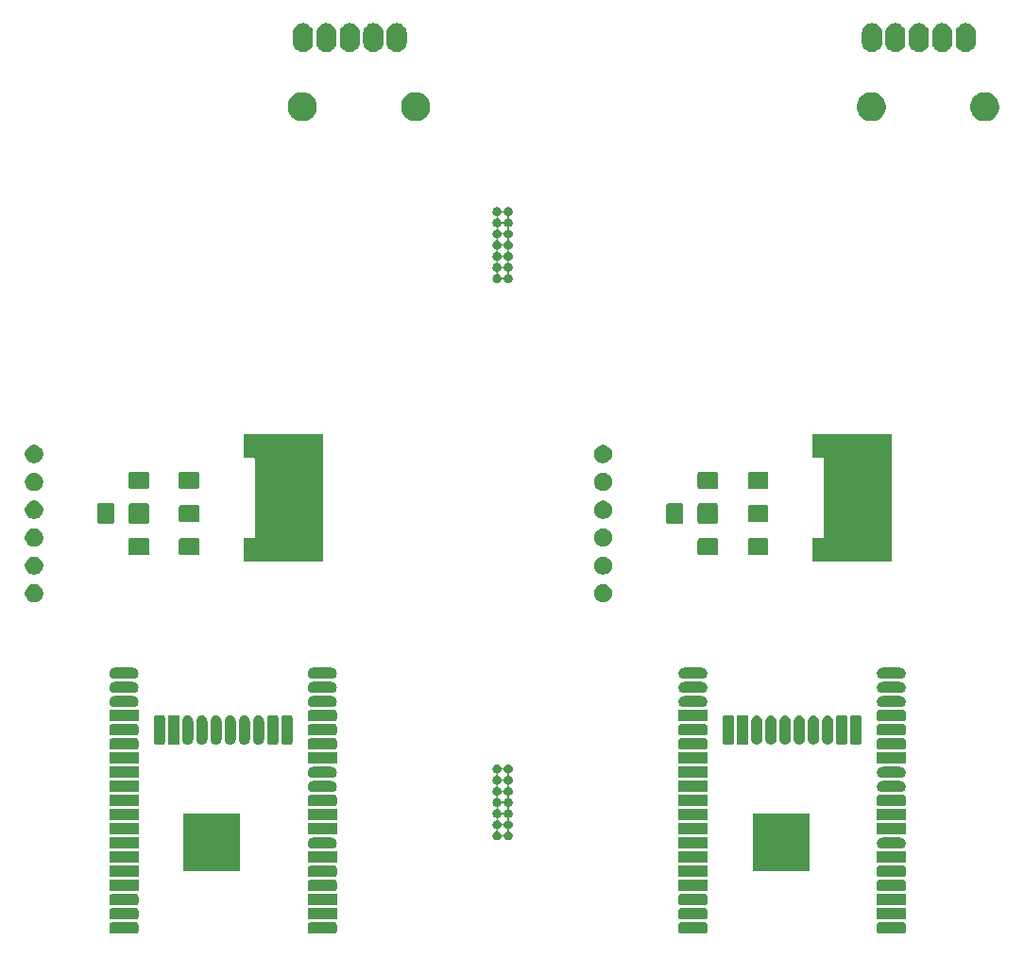
<source format=gbr>
G04 #@! TF.GenerationSoftware,KiCad,Pcbnew,5.0.2+dfsg1-1*
G04 #@! TF.CreationDate,2020-08-23T11:53:46+02:00*
G04 #@! TF.ProjectId,badge,62616467-652e-46b6-9963-61645f706362,rev?*
G04 #@! TF.SameCoordinates,Original*
G04 #@! TF.FileFunction,Soldermask,Bot*
G04 #@! TF.FilePolarity,Negative*
%FSLAX46Y46*%
G04 Gerber Fmt 4.6, Leading zero omitted, Abs format (unit mm)*
G04 Created by KiCad (PCBNEW 5.0.2+dfsg1-1) date Sun 23 Aug 2020 11:53:46 AM CEST*
%MOMM*%
%LPD*%
G01*
G04 APERTURE LIST*
%ADD10C,0.100000*%
G04 APERTURE END LIST*
D10*
G36*
X175984560Y-155783205D02*
X176019711Y-155793869D01*
X176052109Y-155811186D01*
X176080508Y-155834492D01*
X176103814Y-155862891D01*
X176121131Y-155895289D01*
X176131795Y-155930440D01*
X176136000Y-155973140D01*
X176136000Y-156586860D01*
X176131795Y-156629560D01*
X176121131Y-156664711D01*
X176103814Y-156697109D01*
X176080508Y-156725508D01*
X176052109Y-156748814D01*
X176019711Y-156766131D01*
X175984560Y-156776795D01*
X175941860Y-156781000D01*
X173728140Y-156781000D01*
X173685440Y-156776795D01*
X173650289Y-156766131D01*
X173617891Y-156748814D01*
X173589492Y-156725508D01*
X173566186Y-156697109D01*
X173548869Y-156664711D01*
X173538205Y-156629560D01*
X173534000Y-156586860D01*
X173534000Y-155973140D01*
X173538205Y-155930440D01*
X173548869Y-155895289D01*
X173566186Y-155862891D01*
X173589492Y-155834492D01*
X173617891Y-155811186D01*
X173650289Y-155793869D01*
X173685440Y-155783205D01*
X173728140Y-155779000D01*
X175941860Y-155779000D01*
X175984560Y-155783205D01*
X175984560Y-155783205D01*
G37*
G36*
X107204560Y-155783205D02*
X107239711Y-155793869D01*
X107272109Y-155811186D01*
X107300508Y-155834492D01*
X107323814Y-155862891D01*
X107341131Y-155895289D01*
X107351795Y-155930440D01*
X107356000Y-155973140D01*
X107356000Y-156586860D01*
X107351795Y-156629560D01*
X107341131Y-156664711D01*
X107323814Y-156697109D01*
X107300508Y-156725508D01*
X107272109Y-156748814D01*
X107239711Y-156766131D01*
X107204560Y-156776795D01*
X107161860Y-156781000D01*
X104948140Y-156781000D01*
X104905440Y-156776795D01*
X104870289Y-156766131D01*
X104837891Y-156748814D01*
X104809492Y-156725508D01*
X104786186Y-156697109D01*
X104768869Y-156664711D01*
X104758205Y-156629560D01*
X104754000Y-156586860D01*
X104754000Y-155973140D01*
X104758205Y-155930440D01*
X104768869Y-155895289D01*
X104786186Y-155862891D01*
X104809492Y-155834492D01*
X104837891Y-155811186D01*
X104870289Y-155793869D01*
X104905440Y-155783205D01*
X104948140Y-155779000D01*
X107161860Y-155779000D01*
X107204560Y-155783205D01*
X107204560Y-155783205D01*
G37*
G36*
X124984560Y-155783205D02*
X125019711Y-155793869D01*
X125052109Y-155811186D01*
X125080508Y-155834492D01*
X125103814Y-155862891D01*
X125121131Y-155895289D01*
X125131795Y-155930440D01*
X125136000Y-155973140D01*
X125136000Y-156586860D01*
X125131795Y-156629560D01*
X125121131Y-156664711D01*
X125103814Y-156697109D01*
X125080508Y-156725508D01*
X125052109Y-156748814D01*
X125019711Y-156766131D01*
X124984560Y-156776795D01*
X124941860Y-156781000D01*
X122728140Y-156781000D01*
X122685440Y-156776795D01*
X122650289Y-156766131D01*
X122617891Y-156748814D01*
X122589492Y-156725508D01*
X122566186Y-156697109D01*
X122548869Y-156664711D01*
X122538205Y-156629560D01*
X122534000Y-156586860D01*
X122534000Y-155973140D01*
X122538205Y-155930440D01*
X122548869Y-155895289D01*
X122566186Y-155862891D01*
X122589492Y-155834492D01*
X122617891Y-155811186D01*
X122650289Y-155793869D01*
X122685440Y-155783205D01*
X122728140Y-155779000D01*
X124941860Y-155779000D01*
X124984560Y-155783205D01*
X124984560Y-155783205D01*
G37*
G36*
X158204560Y-155783205D02*
X158239711Y-155793869D01*
X158272109Y-155811186D01*
X158300508Y-155834492D01*
X158323814Y-155862891D01*
X158341131Y-155895289D01*
X158351795Y-155930440D01*
X158356000Y-155973140D01*
X158356000Y-156586860D01*
X158351795Y-156629560D01*
X158341131Y-156664711D01*
X158323814Y-156697109D01*
X158300508Y-156725508D01*
X158272109Y-156748814D01*
X158239711Y-156766131D01*
X158204560Y-156776795D01*
X158161860Y-156781000D01*
X155948140Y-156781000D01*
X155905440Y-156776795D01*
X155870289Y-156766131D01*
X155837891Y-156748814D01*
X155809492Y-156725508D01*
X155786186Y-156697109D01*
X155768869Y-156664711D01*
X155758205Y-156629560D01*
X155754000Y-156586860D01*
X155754000Y-155973140D01*
X155758205Y-155930440D01*
X155768869Y-155895289D01*
X155786186Y-155862891D01*
X155809492Y-155834492D01*
X155837891Y-155811186D01*
X155870289Y-155793869D01*
X155905440Y-155783205D01*
X155948140Y-155779000D01*
X158161860Y-155779000D01*
X158204560Y-155783205D01*
X158204560Y-155783205D01*
G37*
G36*
X107204560Y-154513205D02*
X107239711Y-154523869D01*
X107272109Y-154541186D01*
X107300508Y-154564492D01*
X107323814Y-154592891D01*
X107341131Y-154625289D01*
X107351795Y-154660440D01*
X107356000Y-154703140D01*
X107356000Y-155316860D01*
X107351795Y-155359560D01*
X107341131Y-155394711D01*
X107323814Y-155427109D01*
X107300508Y-155455508D01*
X107272109Y-155478814D01*
X107239711Y-155496131D01*
X107204560Y-155506795D01*
X107161860Y-155511000D01*
X104948140Y-155511000D01*
X104905440Y-155506795D01*
X104870289Y-155496131D01*
X104837891Y-155478814D01*
X104809492Y-155455508D01*
X104786186Y-155427109D01*
X104768869Y-155394711D01*
X104758205Y-155359560D01*
X104754000Y-155316860D01*
X104754000Y-154703140D01*
X104758205Y-154660440D01*
X104768869Y-154625289D01*
X104786186Y-154592891D01*
X104809492Y-154564492D01*
X104837891Y-154541186D01*
X104870289Y-154523869D01*
X104905440Y-154513205D01*
X104948140Y-154509000D01*
X107161860Y-154509000D01*
X107204560Y-154513205D01*
X107204560Y-154513205D01*
G37*
G36*
X125136000Y-155511000D02*
X122534000Y-155511000D01*
X122534000Y-154509000D01*
X125136000Y-154509000D01*
X125136000Y-155511000D01*
X125136000Y-155511000D01*
G37*
G36*
X158204560Y-154513205D02*
X158239711Y-154523869D01*
X158272109Y-154541186D01*
X158300508Y-154564492D01*
X158323814Y-154592891D01*
X158341131Y-154625289D01*
X158351795Y-154660440D01*
X158356000Y-154703140D01*
X158356000Y-155316860D01*
X158351795Y-155359560D01*
X158341131Y-155394711D01*
X158323814Y-155427109D01*
X158300508Y-155455508D01*
X158272109Y-155478814D01*
X158239711Y-155496131D01*
X158204560Y-155506795D01*
X158161860Y-155511000D01*
X155948140Y-155511000D01*
X155905440Y-155506795D01*
X155870289Y-155496131D01*
X155837891Y-155478814D01*
X155809492Y-155455508D01*
X155786186Y-155427109D01*
X155768869Y-155394711D01*
X155758205Y-155359560D01*
X155754000Y-155316860D01*
X155754000Y-154703140D01*
X155758205Y-154660440D01*
X155768869Y-154625289D01*
X155786186Y-154592891D01*
X155809492Y-154564492D01*
X155837891Y-154541186D01*
X155870289Y-154523869D01*
X155905440Y-154513205D01*
X155948140Y-154509000D01*
X158161860Y-154509000D01*
X158204560Y-154513205D01*
X158204560Y-154513205D01*
G37*
G36*
X176136000Y-155511000D02*
X173534000Y-155511000D01*
X173534000Y-154509000D01*
X176136000Y-154509000D01*
X176136000Y-155511000D01*
X176136000Y-155511000D01*
G37*
G36*
X125136000Y-154241000D02*
X122534000Y-154241000D01*
X122534000Y-153239000D01*
X125136000Y-153239000D01*
X125136000Y-154241000D01*
X125136000Y-154241000D01*
G37*
G36*
X107204560Y-153243205D02*
X107239711Y-153253869D01*
X107272109Y-153271186D01*
X107300508Y-153294492D01*
X107323814Y-153322891D01*
X107341131Y-153355289D01*
X107351795Y-153390440D01*
X107356000Y-153433140D01*
X107356000Y-154046860D01*
X107351795Y-154089560D01*
X107341131Y-154124711D01*
X107323814Y-154157109D01*
X107300508Y-154185508D01*
X107272109Y-154208814D01*
X107239711Y-154226131D01*
X107204560Y-154236795D01*
X107161860Y-154241000D01*
X104948140Y-154241000D01*
X104905440Y-154236795D01*
X104870289Y-154226131D01*
X104837891Y-154208814D01*
X104809492Y-154185508D01*
X104786186Y-154157109D01*
X104768869Y-154124711D01*
X104758205Y-154089560D01*
X104754000Y-154046860D01*
X104754000Y-153433140D01*
X104758205Y-153390440D01*
X104768869Y-153355289D01*
X104786186Y-153322891D01*
X104809492Y-153294492D01*
X104837891Y-153271186D01*
X104870289Y-153253869D01*
X104905440Y-153243205D01*
X104948140Y-153239000D01*
X107161860Y-153239000D01*
X107204560Y-153243205D01*
X107204560Y-153243205D01*
G37*
G36*
X176136000Y-154241000D02*
X173534000Y-154241000D01*
X173534000Y-153239000D01*
X176136000Y-153239000D01*
X176136000Y-154241000D01*
X176136000Y-154241000D01*
G37*
G36*
X158204560Y-153243205D02*
X158239711Y-153253869D01*
X158272109Y-153271186D01*
X158300508Y-153294492D01*
X158323814Y-153322891D01*
X158341131Y-153355289D01*
X158351795Y-153390440D01*
X158356000Y-153433140D01*
X158356000Y-154046860D01*
X158351795Y-154089560D01*
X158341131Y-154124711D01*
X158323814Y-154157109D01*
X158300508Y-154185508D01*
X158272109Y-154208814D01*
X158239711Y-154226131D01*
X158204560Y-154236795D01*
X158161860Y-154241000D01*
X155948140Y-154241000D01*
X155905440Y-154236795D01*
X155870289Y-154226131D01*
X155837891Y-154208814D01*
X155809492Y-154185508D01*
X155786186Y-154157109D01*
X155768869Y-154124711D01*
X155758205Y-154089560D01*
X155754000Y-154046860D01*
X155754000Y-153433140D01*
X155758205Y-153390440D01*
X155768869Y-153355289D01*
X155786186Y-153322891D01*
X155809492Y-153294492D01*
X155837891Y-153271186D01*
X155870289Y-153253869D01*
X155905440Y-153243205D01*
X155948140Y-153239000D01*
X158161860Y-153239000D01*
X158204560Y-153243205D01*
X158204560Y-153243205D01*
G37*
G36*
X158356000Y-152971000D02*
X155754000Y-152971000D01*
X155754000Y-151969000D01*
X158356000Y-151969000D01*
X158356000Y-152971000D01*
X158356000Y-152971000D01*
G37*
G36*
X175984560Y-151973205D02*
X176019711Y-151983869D01*
X176052109Y-152001186D01*
X176080508Y-152024492D01*
X176103814Y-152052891D01*
X176121131Y-152085289D01*
X176131795Y-152120440D01*
X176136000Y-152163140D01*
X176136000Y-152776860D01*
X176131795Y-152819560D01*
X176121131Y-152854711D01*
X176103814Y-152887109D01*
X176080508Y-152915508D01*
X176052109Y-152938814D01*
X176019711Y-152956131D01*
X175984560Y-152966795D01*
X175941860Y-152971000D01*
X173728140Y-152971000D01*
X173685440Y-152966795D01*
X173650289Y-152956131D01*
X173617891Y-152938814D01*
X173589492Y-152915508D01*
X173566186Y-152887109D01*
X173548869Y-152854711D01*
X173538205Y-152819560D01*
X173534000Y-152776860D01*
X173534000Y-152163140D01*
X173538205Y-152120440D01*
X173548869Y-152085289D01*
X173566186Y-152052891D01*
X173589492Y-152024492D01*
X173617891Y-152001186D01*
X173650289Y-151983869D01*
X173685440Y-151973205D01*
X173728140Y-151969000D01*
X175941860Y-151969000D01*
X175984560Y-151973205D01*
X175984560Y-151973205D01*
G37*
G36*
X124984560Y-151973205D02*
X125019711Y-151983869D01*
X125052109Y-152001186D01*
X125080508Y-152024492D01*
X125103814Y-152052891D01*
X125121131Y-152085289D01*
X125131795Y-152120440D01*
X125136000Y-152163140D01*
X125136000Y-152776860D01*
X125131795Y-152819560D01*
X125121131Y-152854711D01*
X125103814Y-152887109D01*
X125080508Y-152915508D01*
X125052109Y-152938814D01*
X125019711Y-152956131D01*
X124984560Y-152966795D01*
X124941860Y-152971000D01*
X122728140Y-152971000D01*
X122685440Y-152966795D01*
X122650289Y-152956131D01*
X122617891Y-152938814D01*
X122589492Y-152915508D01*
X122566186Y-152887109D01*
X122548869Y-152854711D01*
X122538205Y-152819560D01*
X122534000Y-152776860D01*
X122534000Y-152163140D01*
X122538205Y-152120440D01*
X122548869Y-152085289D01*
X122566186Y-152052891D01*
X122589492Y-152024492D01*
X122617891Y-152001186D01*
X122650289Y-151983869D01*
X122685440Y-151973205D01*
X122728140Y-151969000D01*
X124941860Y-151969000D01*
X124984560Y-151973205D01*
X124984560Y-151973205D01*
G37*
G36*
X107356000Y-152971000D02*
X104754000Y-152971000D01*
X104754000Y-151969000D01*
X107356000Y-151969000D01*
X107356000Y-152971000D01*
X107356000Y-152971000D01*
G37*
G36*
X158356000Y-151701000D02*
X155754000Y-151701000D01*
X155754000Y-150699000D01*
X158356000Y-150699000D01*
X158356000Y-151701000D01*
X158356000Y-151701000D01*
G37*
G36*
X124984560Y-150703205D02*
X125019711Y-150713869D01*
X125052109Y-150731186D01*
X125080508Y-150754492D01*
X125103814Y-150782891D01*
X125121131Y-150815289D01*
X125131795Y-150850440D01*
X125136000Y-150893140D01*
X125136000Y-151506860D01*
X125131795Y-151549560D01*
X125121131Y-151584711D01*
X125103814Y-151617109D01*
X125080508Y-151645508D01*
X125052109Y-151668814D01*
X125019711Y-151686131D01*
X124984560Y-151696795D01*
X124941860Y-151701000D01*
X122728140Y-151701000D01*
X122685440Y-151696795D01*
X122650289Y-151686131D01*
X122617891Y-151668814D01*
X122589492Y-151645508D01*
X122566186Y-151617109D01*
X122548869Y-151584711D01*
X122538205Y-151549560D01*
X122534000Y-151506860D01*
X122534000Y-150893140D01*
X122538205Y-150850440D01*
X122548869Y-150815289D01*
X122566186Y-150782891D01*
X122589492Y-150754492D01*
X122617891Y-150731186D01*
X122650289Y-150713869D01*
X122685440Y-150703205D01*
X122728140Y-150699000D01*
X124941860Y-150699000D01*
X124984560Y-150703205D01*
X124984560Y-150703205D01*
G37*
G36*
X107356000Y-151701000D02*
X104754000Y-151701000D01*
X104754000Y-150699000D01*
X107356000Y-150699000D01*
X107356000Y-151701000D01*
X107356000Y-151701000D01*
G37*
G36*
X175984560Y-150703205D02*
X176019711Y-150713869D01*
X176052109Y-150731186D01*
X176080508Y-150754492D01*
X176103814Y-150782891D01*
X176121131Y-150815289D01*
X176131795Y-150850440D01*
X176136000Y-150893140D01*
X176136000Y-151506860D01*
X176131795Y-151549560D01*
X176121131Y-151584711D01*
X176103814Y-151617109D01*
X176080508Y-151645508D01*
X176052109Y-151668814D01*
X176019711Y-151686131D01*
X175984560Y-151696795D01*
X175941860Y-151701000D01*
X173728140Y-151701000D01*
X173685440Y-151696795D01*
X173650289Y-151686131D01*
X173617891Y-151668814D01*
X173589492Y-151645508D01*
X173566186Y-151617109D01*
X173548869Y-151584711D01*
X173538205Y-151549560D01*
X173534000Y-151506860D01*
X173534000Y-150893140D01*
X173538205Y-150850440D01*
X173548869Y-150815289D01*
X173566186Y-150782891D01*
X173589492Y-150754492D01*
X173617891Y-150731186D01*
X173650289Y-150713869D01*
X173685440Y-150703205D01*
X173728140Y-150699000D01*
X175941860Y-150699000D01*
X175984560Y-150703205D01*
X175984560Y-150703205D01*
G37*
G36*
X167496000Y-151131000D02*
X162394000Y-151131000D01*
X162394000Y-146029000D01*
X167496000Y-146029000D01*
X167496000Y-151131000D01*
X167496000Y-151131000D01*
G37*
G36*
X116496000Y-151131000D02*
X111394000Y-151131000D01*
X111394000Y-146029000D01*
X116496000Y-146029000D01*
X116496000Y-151131000D01*
X116496000Y-151131000D01*
G37*
G36*
X125136000Y-150431000D02*
X122534000Y-150431000D01*
X122534000Y-149429000D01*
X125136000Y-149429000D01*
X125136000Y-150431000D01*
X125136000Y-150431000D01*
G37*
G36*
X176136000Y-150431000D02*
X173534000Y-150431000D01*
X173534000Y-149429000D01*
X176136000Y-149429000D01*
X176136000Y-150431000D01*
X176136000Y-150431000D01*
G37*
G36*
X158356000Y-150431000D02*
X155754000Y-150431000D01*
X155754000Y-149429000D01*
X158356000Y-149429000D01*
X158356000Y-150431000D01*
X158356000Y-150431000D01*
G37*
G36*
X107356000Y-150431000D02*
X104754000Y-150431000D01*
X104754000Y-149429000D01*
X107356000Y-149429000D01*
X107356000Y-150431000D01*
X107356000Y-150431000D01*
G37*
G36*
X158356000Y-149161000D02*
X155754000Y-149161000D01*
X155754000Y-148159000D01*
X158356000Y-148159000D01*
X158356000Y-149161000D01*
X158356000Y-149161000D01*
G37*
G36*
X107356000Y-149161000D02*
X104754000Y-149161000D01*
X104754000Y-148159000D01*
X107356000Y-148159000D01*
X107356000Y-149161000D01*
X107356000Y-149161000D01*
G37*
G36*
X175733213Y-148166249D02*
X175827652Y-148194897D01*
X175914687Y-148241418D01*
X175990975Y-148304025D01*
X176053582Y-148380313D01*
X176100103Y-148467348D01*
X176128751Y-148561787D01*
X176138424Y-148660000D01*
X176128751Y-148758213D01*
X176100103Y-148852652D01*
X176053582Y-148939687D01*
X175990975Y-149015975D01*
X175914687Y-149078582D01*
X175827652Y-149125103D01*
X175733213Y-149153751D01*
X175659612Y-149161000D01*
X174010388Y-149161000D01*
X173936787Y-149153751D01*
X173842348Y-149125103D01*
X173755313Y-149078582D01*
X173679025Y-149015975D01*
X173616418Y-148939687D01*
X173569897Y-148852652D01*
X173541249Y-148758213D01*
X173531576Y-148660000D01*
X173541249Y-148561787D01*
X173569897Y-148467348D01*
X173616418Y-148380313D01*
X173679025Y-148304025D01*
X173755313Y-148241418D01*
X173842348Y-148194897D01*
X173936787Y-148166249D01*
X174010388Y-148159000D01*
X175659612Y-148159000D01*
X175733213Y-148166249D01*
X175733213Y-148166249D01*
G37*
G36*
X124733213Y-148166249D02*
X124827652Y-148194897D01*
X124914687Y-148241418D01*
X124990975Y-148304025D01*
X125053582Y-148380313D01*
X125100103Y-148467348D01*
X125128751Y-148561787D01*
X125138424Y-148660000D01*
X125128751Y-148758213D01*
X125100103Y-148852652D01*
X125053582Y-148939687D01*
X124990975Y-149015975D01*
X124914687Y-149078582D01*
X124827652Y-149125103D01*
X124733213Y-149153751D01*
X124659612Y-149161000D01*
X123010388Y-149161000D01*
X122936787Y-149153751D01*
X122842348Y-149125103D01*
X122755313Y-149078582D01*
X122679025Y-149015975D01*
X122616418Y-148939687D01*
X122569897Y-148852652D01*
X122541249Y-148758213D01*
X122531576Y-148660000D01*
X122541249Y-148561787D01*
X122569897Y-148467348D01*
X122616418Y-148380313D01*
X122679025Y-148304025D01*
X122755313Y-148241418D01*
X122842348Y-148194897D01*
X122936787Y-148166249D01*
X123010388Y-148159000D01*
X124659612Y-148159000D01*
X124733213Y-148166249D01*
X124733213Y-148166249D01*
G37*
G36*
X139565319Y-141604137D02*
X139616967Y-141614410D01*
X139689945Y-141644639D01*
X139755625Y-141688525D01*
X139811475Y-141744375D01*
X139811477Y-141744378D01*
X139855361Y-141810055D01*
X139884517Y-141880443D01*
X139896066Y-141902049D01*
X139911612Y-141920991D01*
X139930554Y-141936537D01*
X139952165Y-141948088D01*
X139975614Y-141955201D01*
X140000000Y-141957603D01*
X140024386Y-141955201D01*
X140047836Y-141948088D01*
X140069446Y-141936537D01*
X140088388Y-141920991D01*
X140103934Y-141902049D01*
X140115483Y-141880443D01*
X140144639Y-141810055D01*
X140188523Y-141744378D01*
X140188525Y-141744375D01*
X140244375Y-141688525D01*
X140310055Y-141644639D01*
X140383033Y-141614410D01*
X140434681Y-141604137D01*
X140460504Y-141599000D01*
X140539496Y-141599000D01*
X140565319Y-141604137D01*
X140616967Y-141614410D01*
X140689945Y-141644639D01*
X140755625Y-141688525D01*
X140811475Y-141744375D01*
X140811477Y-141744378D01*
X140855361Y-141810055D01*
X140885590Y-141883033D01*
X140901000Y-141960505D01*
X140901000Y-142039495D01*
X140885590Y-142116967D01*
X140855361Y-142189945D01*
X140811475Y-142255625D01*
X140755625Y-142311475D01*
X140755622Y-142311477D01*
X140689945Y-142355361D01*
X140619557Y-142384517D01*
X140597951Y-142396066D01*
X140579009Y-142411612D01*
X140563463Y-142430554D01*
X140551912Y-142452165D01*
X140544799Y-142475614D01*
X140542397Y-142500000D01*
X140544799Y-142524386D01*
X140551912Y-142547836D01*
X140563463Y-142569446D01*
X140579009Y-142588388D01*
X140597951Y-142603934D01*
X140619557Y-142615483D01*
X140689945Y-142644639D01*
X140755625Y-142688525D01*
X140811475Y-142744375D01*
X140811477Y-142744378D01*
X140855361Y-142810055D01*
X140885590Y-142883033D01*
X140901000Y-142960505D01*
X140901000Y-143039495D01*
X140885590Y-143116967D01*
X140855361Y-143189945D01*
X140811475Y-143255625D01*
X140755625Y-143311475D01*
X140755622Y-143311477D01*
X140689945Y-143355361D01*
X140619557Y-143384517D01*
X140597951Y-143396066D01*
X140579009Y-143411612D01*
X140563463Y-143430554D01*
X140551912Y-143452165D01*
X140544799Y-143475614D01*
X140542397Y-143500000D01*
X140544799Y-143524386D01*
X140551912Y-143547836D01*
X140563463Y-143569446D01*
X140579009Y-143588388D01*
X140597951Y-143603934D01*
X140619557Y-143615483D01*
X140689945Y-143644639D01*
X140755625Y-143688525D01*
X140811475Y-143744375D01*
X140811477Y-143744378D01*
X140855361Y-143810055D01*
X140885590Y-143883033D01*
X140901000Y-143960505D01*
X140901000Y-144039495D01*
X140885590Y-144116967D01*
X140855361Y-144189945D01*
X140811475Y-144255625D01*
X140755625Y-144311475D01*
X140755622Y-144311477D01*
X140689945Y-144355361D01*
X140619557Y-144384517D01*
X140597951Y-144396066D01*
X140579009Y-144411612D01*
X140563463Y-144430554D01*
X140551912Y-144452165D01*
X140544799Y-144475614D01*
X140542397Y-144500000D01*
X140544799Y-144524386D01*
X140551912Y-144547836D01*
X140563463Y-144569446D01*
X140579009Y-144588388D01*
X140597951Y-144603934D01*
X140619557Y-144615483D01*
X140689945Y-144644639D01*
X140755625Y-144688525D01*
X140811475Y-144744375D01*
X140811477Y-144744378D01*
X140855361Y-144810055D01*
X140885590Y-144883033D01*
X140901000Y-144960505D01*
X140901000Y-145039495D01*
X140885590Y-145116967D01*
X140872168Y-145149370D01*
X140855361Y-145189945D01*
X140811475Y-145255625D01*
X140755625Y-145311475D01*
X140755622Y-145311477D01*
X140689945Y-145355361D01*
X140619557Y-145384517D01*
X140597951Y-145396066D01*
X140579009Y-145411612D01*
X140563463Y-145430554D01*
X140551912Y-145452165D01*
X140544799Y-145475614D01*
X140542397Y-145500000D01*
X140544799Y-145524386D01*
X140551912Y-145547836D01*
X140563463Y-145569446D01*
X140579009Y-145588388D01*
X140597951Y-145603934D01*
X140619557Y-145615483D01*
X140689945Y-145644639D01*
X140755625Y-145688525D01*
X140811475Y-145744375D01*
X140811477Y-145744378D01*
X140855361Y-145810055D01*
X140885590Y-145883033D01*
X140901000Y-145960505D01*
X140901000Y-146039495D01*
X140885590Y-146116967D01*
X140855361Y-146189945D01*
X140811475Y-146255625D01*
X140755625Y-146311475D01*
X140755622Y-146311477D01*
X140689945Y-146355361D01*
X140619557Y-146384517D01*
X140597951Y-146396066D01*
X140579009Y-146411612D01*
X140563463Y-146430554D01*
X140551912Y-146452165D01*
X140544799Y-146475614D01*
X140542397Y-146500000D01*
X140544799Y-146524386D01*
X140551912Y-146547836D01*
X140563463Y-146569446D01*
X140579009Y-146588388D01*
X140597951Y-146603934D01*
X140619557Y-146615483D01*
X140689945Y-146644639D01*
X140755625Y-146688525D01*
X140811475Y-146744375D01*
X140811477Y-146744378D01*
X140855361Y-146810055D01*
X140885590Y-146883033D01*
X140901000Y-146960505D01*
X140901000Y-147039495D01*
X140885590Y-147116967D01*
X140855361Y-147189945D01*
X140811475Y-147255625D01*
X140755625Y-147311475D01*
X140755622Y-147311477D01*
X140689945Y-147355361D01*
X140619557Y-147384517D01*
X140597951Y-147396066D01*
X140579009Y-147411612D01*
X140563463Y-147430554D01*
X140551912Y-147452165D01*
X140544799Y-147475614D01*
X140542397Y-147500000D01*
X140544799Y-147524386D01*
X140551912Y-147547836D01*
X140563463Y-147569446D01*
X140579009Y-147588388D01*
X140597951Y-147603934D01*
X140619557Y-147615483D01*
X140689945Y-147644639D01*
X140755625Y-147688525D01*
X140811475Y-147744375D01*
X140811477Y-147744378D01*
X140855361Y-147810055D01*
X140885590Y-147883033D01*
X140901000Y-147960505D01*
X140901000Y-148039495D01*
X140885590Y-148116967D01*
X140868179Y-148159000D01*
X140855361Y-148189945D01*
X140811475Y-148255625D01*
X140755625Y-148311475D01*
X140755622Y-148311477D01*
X140689945Y-148355361D01*
X140616967Y-148385590D01*
X140565319Y-148395863D01*
X140539496Y-148401000D01*
X140460504Y-148401000D01*
X140434681Y-148395863D01*
X140383033Y-148385590D01*
X140310055Y-148355361D01*
X140244378Y-148311477D01*
X140244375Y-148311475D01*
X140188525Y-148255625D01*
X140144639Y-148189945D01*
X140131821Y-148159000D01*
X140115483Y-148119557D01*
X140103934Y-148097951D01*
X140088388Y-148079009D01*
X140069446Y-148063463D01*
X140047835Y-148051912D01*
X140024386Y-148044799D01*
X140000000Y-148042397D01*
X139975614Y-148044799D01*
X139952164Y-148051912D01*
X139930554Y-148063463D01*
X139911612Y-148079009D01*
X139896066Y-148097951D01*
X139884517Y-148119557D01*
X139868179Y-148159000D01*
X139855361Y-148189945D01*
X139811475Y-148255625D01*
X139755625Y-148311475D01*
X139755622Y-148311477D01*
X139689945Y-148355361D01*
X139616967Y-148385590D01*
X139565319Y-148395863D01*
X139539496Y-148401000D01*
X139460504Y-148401000D01*
X139434681Y-148395863D01*
X139383033Y-148385590D01*
X139310055Y-148355361D01*
X139244378Y-148311477D01*
X139244375Y-148311475D01*
X139188525Y-148255625D01*
X139144639Y-148189945D01*
X139131821Y-148159000D01*
X139114410Y-148116967D01*
X139099000Y-148039495D01*
X139099000Y-147960505D01*
X139114410Y-147883033D01*
X139144639Y-147810055D01*
X139188523Y-147744378D01*
X139188525Y-147744375D01*
X139244375Y-147688525D01*
X139310055Y-147644639D01*
X139380443Y-147615483D01*
X139402049Y-147603934D01*
X139420991Y-147588388D01*
X139436537Y-147569446D01*
X139448088Y-147547835D01*
X139455201Y-147524386D01*
X139457603Y-147500000D01*
X139542397Y-147500000D01*
X139544799Y-147524386D01*
X139551912Y-147547836D01*
X139563463Y-147569446D01*
X139579009Y-147588388D01*
X139597951Y-147603934D01*
X139619557Y-147615483D01*
X139689945Y-147644639D01*
X139755625Y-147688525D01*
X139811475Y-147744375D01*
X139811477Y-147744378D01*
X139855361Y-147810055D01*
X139884517Y-147880443D01*
X139896066Y-147902049D01*
X139911612Y-147920991D01*
X139930554Y-147936537D01*
X139952165Y-147948088D01*
X139975614Y-147955201D01*
X140000000Y-147957603D01*
X140024386Y-147955201D01*
X140047836Y-147948088D01*
X140069446Y-147936537D01*
X140088388Y-147920991D01*
X140103934Y-147902049D01*
X140115483Y-147880443D01*
X140144639Y-147810055D01*
X140188523Y-147744378D01*
X140188525Y-147744375D01*
X140244375Y-147688525D01*
X140310055Y-147644639D01*
X140380443Y-147615483D01*
X140402049Y-147603934D01*
X140420991Y-147588388D01*
X140436537Y-147569446D01*
X140448088Y-147547835D01*
X140455201Y-147524386D01*
X140457603Y-147500000D01*
X140455201Y-147475614D01*
X140448088Y-147452164D01*
X140436537Y-147430554D01*
X140420991Y-147411612D01*
X140402049Y-147396066D01*
X140380443Y-147384517D01*
X140310055Y-147355361D01*
X140244378Y-147311477D01*
X140244375Y-147311475D01*
X140188525Y-147255625D01*
X140144639Y-147189945D01*
X140115483Y-147119557D01*
X140103934Y-147097951D01*
X140088388Y-147079009D01*
X140069446Y-147063463D01*
X140047835Y-147051912D01*
X140024386Y-147044799D01*
X140000000Y-147042397D01*
X139975614Y-147044799D01*
X139952164Y-147051912D01*
X139930554Y-147063463D01*
X139911612Y-147079009D01*
X139896066Y-147097951D01*
X139884517Y-147119557D01*
X139855361Y-147189945D01*
X139811475Y-147255625D01*
X139755625Y-147311475D01*
X139755622Y-147311477D01*
X139689945Y-147355361D01*
X139619557Y-147384517D01*
X139597951Y-147396066D01*
X139579009Y-147411612D01*
X139563463Y-147430554D01*
X139551912Y-147452165D01*
X139544799Y-147475614D01*
X139542397Y-147500000D01*
X139457603Y-147500000D01*
X139455201Y-147475614D01*
X139448088Y-147452164D01*
X139436537Y-147430554D01*
X139420991Y-147411612D01*
X139402049Y-147396066D01*
X139380443Y-147384517D01*
X139310055Y-147355361D01*
X139244378Y-147311477D01*
X139244375Y-147311475D01*
X139188525Y-147255625D01*
X139144639Y-147189945D01*
X139114410Y-147116967D01*
X139099000Y-147039495D01*
X139099000Y-146960505D01*
X139114410Y-146883033D01*
X139144639Y-146810055D01*
X139188523Y-146744378D01*
X139188525Y-146744375D01*
X139244375Y-146688525D01*
X139310055Y-146644639D01*
X139380443Y-146615483D01*
X139402049Y-146603934D01*
X139420991Y-146588388D01*
X139436537Y-146569446D01*
X139448088Y-146547835D01*
X139455201Y-146524386D01*
X139457603Y-146500000D01*
X139542397Y-146500000D01*
X139544799Y-146524386D01*
X139551912Y-146547836D01*
X139563463Y-146569446D01*
X139579009Y-146588388D01*
X139597951Y-146603934D01*
X139619557Y-146615483D01*
X139689945Y-146644639D01*
X139755625Y-146688525D01*
X139811475Y-146744375D01*
X139811477Y-146744378D01*
X139855361Y-146810055D01*
X139884517Y-146880443D01*
X139896066Y-146902049D01*
X139911612Y-146920991D01*
X139930554Y-146936537D01*
X139952165Y-146948088D01*
X139975614Y-146955201D01*
X140000000Y-146957603D01*
X140024386Y-146955201D01*
X140047836Y-146948088D01*
X140069446Y-146936537D01*
X140088388Y-146920991D01*
X140103934Y-146902049D01*
X140115483Y-146880443D01*
X140144639Y-146810055D01*
X140188523Y-146744378D01*
X140188525Y-146744375D01*
X140244375Y-146688525D01*
X140310055Y-146644639D01*
X140380443Y-146615483D01*
X140402049Y-146603934D01*
X140420991Y-146588388D01*
X140436537Y-146569446D01*
X140448088Y-146547835D01*
X140455201Y-146524386D01*
X140457603Y-146500000D01*
X140455201Y-146475614D01*
X140448088Y-146452164D01*
X140436537Y-146430554D01*
X140420991Y-146411612D01*
X140402049Y-146396066D01*
X140380443Y-146384517D01*
X140310055Y-146355361D01*
X140244378Y-146311477D01*
X140244375Y-146311475D01*
X140188525Y-146255625D01*
X140144639Y-146189945D01*
X140115483Y-146119557D01*
X140103934Y-146097951D01*
X140088388Y-146079009D01*
X140069446Y-146063463D01*
X140047835Y-146051912D01*
X140024386Y-146044799D01*
X140000000Y-146042397D01*
X139975614Y-146044799D01*
X139952164Y-146051912D01*
X139930554Y-146063463D01*
X139911612Y-146079009D01*
X139896066Y-146097951D01*
X139884517Y-146119557D01*
X139855361Y-146189945D01*
X139811475Y-146255625D01*
X139755625Y-146311475D01*
X139755622Y-146311477D01*
X139689945Y-146355361D01*
X139619557Y-146384517D01*
X139597951Y-146396066D01*
X139579009Y-146411612D01*
X139563463Y-146430554D01*
X139551912Y-146452165D01*
X139544799Y-146475614D01*
X139542397Y-146500000D01*
X139457603Y-146500000D01*
X139455201Y-146475614D01*
X139448088Y-146452164D01*
X139436537Y-146430554D01*
X139420991Y-146411612D01*
X139402049Y-146396066D01*
X139380443Y-146384517D01*
X139310055Y-146355361D01*
X139244378Y-146311477D01*
X139244375Y-146311475D01*
X139188525Y-146255625D01*
X139144639Y-146189945D01*
X139114410Y-146116967D01*
X139099000Y-146039495D01*
X139099000Y-145960505D01*
X139114410Y-145883033D01*
X139144639Y-145810055D01*
X139188523Y-145744378D01*
X139188525Y-145744375D01*
X139244375Y-145688525D01*
X139310055Y-145644639D01*
X139380443Y-145615483D01*
X139402049Y-145603934D01*
X139420991Y-145588388D01*
X139436537Y-145569446D01*
X139448088Y-145547835D01*
X139455201Y-145524386D01*
X139457603Y-145500000D01*
X139542397Y-145500000D01*
X139544799Y-145524386D01*
X139551912Y-145547836D01*
X139563463Y-145569446D01*
X139579009Y-145588388D01*
X139597951Y-145603934D01*
X139619557Y-145615483D01*
X139689945Y-145644639D01*
X139755625Y-145688525D01*
X139811475Y-145744375D01*
X139811477Y-145744378D01*
X139855361Y-145810055D01*
X139884517Y-145880443D01*
X139896066Y-145902049D01*
X139911612Y-145920991D01*
X139930554Y-145936537D01*
X139952165Y-145948088D01*
X139975614Y-145955201D01*
X140000000Y-145957603D01*
X140024386Y-145955201D01*
X140047836Y-145948088D01*
X140069446Y-145936537D01*
X140088388Y-145920991D01*
X140103934Y-145902049D01*
X140115483Y-145880443D01*
X140144639Y-145810055D01*
X140188523Y-145744378D01*
X140188525Y-145744375D01*
X140244375Y-145688525D01*
X140310055Y-145644639D01*
X140380443Y-145615483D01*
X140402049Y-145603934D01*
X140420991Y-145588388D01*
X140436537Y-145569446D01*
X140448088Y-145547835D01*
X140455201Y-145524386D01*
X140457603Y-145500000D01*
X140455201Y-145475614D01*
X140448088Y-145452164D01*
X140436537Y-145430554D01*
X140420991Y-145411612D01*
X140402049Y-145396066D01*
X140380443Y-145384517D01*
X140310055Y-145355361D01*
X140244378Y-145311477D01*
X140244375Y-145311475D01*
X140188525Y-145255625D01*
X140144639Y-145189945D01*
X140127832Y-145149370D01*
X140115483Y-145119557D01*
X140103934Y-145097951D01*
X140088388Y-145079009D01*
X140069446Y-145063463D01*
X140047835Y-145051912D01*
X140024386Y-145044799D01*
X140000000Y-145042397D01*
X139975614Y-145044799D01*
X139952164Y-145051912D01*
X139930554Y-145063463D01*
X139911612Y-145079009D01*
X139896066Y-145097951D01*
X139884517Y-145119557D01*
X139872168Y-145149370D01*
X139855361Y-145189945D01*
X139811475Y-145255625D01*
X139755625Y-145311475D01*
X139755622Y-145311477D01*
X139689945Y-145355361D01*
X139619557Y-145384517D01*
X139597951Y-145396066D01*
X139579009Y-145411612D01*
X139563463Y-145430554D01*
X139551912Y-145452165D01*
X139544799Y-145475614D01*
X139542397Y-145500000D01*
X139457603Y-145500000D01*
X139455201Y-145475614D01*
X139448088Y-145452164D01*
X139436537Y-145430554D01*
X139420991Y-145411612D01*
X139402049Y-145396066D01*
X139380443Y-145384517D01*
X139310055Y-145355361D01*
X139244378Y-145311477D01*
X139244375Y-145311475D01*
X139188525Y-145255625D01*
X139144639Y-145189945D01*
X139127832Y-145149370D01*
X139114410Y-145116967D01*
X139099000Y-145039495D01*
X139099000Y-144960505D01*
X139114410Y-144883033D01*
X139144639Y-144810055D01*
X139188523Y-144744378D01*
X139188525Y-144744375D01*
X139244375Y-144688525D01*
X139310055Y-144644639D01*
X139380443Y-144615483D01*
X139402049Y-144603934D01*
X139420991Y-144588388D01*
X139436537Y-144569446D01*
X139448088Y-144547835D01*
X139455201Y-144524386D01*
X139457603Y-144500000D01*
X139542397Y-144500000D01*
X139544799Y-144524386D01*
X139551912Y-144547836D01*
X139563463Y-144569446D01*
X139579009Y-144588388D01*
X139597951Y-144603934D01*
X139619557Y-144615483D01*
X139689945Y-144644639D01*
X139755625Y-144688525D01*
X139811475Y-144744375D01*
X139811477Y-144744378D01*
X139855361Y-144810055D01*
X139884517Y-144880443D01*
X139896066Y-144902049D01*
X139911612Y-144920991D01*
X139930554Y-144936537D01*
X139952165Y-144948088D01*
X139975614Y-144955201D01*
X140000000Y-144957603D01*
X140024386Y-144955201D01*
X140047836Y-144948088D01*
X140069446Y-144936537D01*
X140088388Y-144920991D01*
X140103934Y-144902049D01*
X140115483Y-144880443D01*
X140144639Y-144810055D01*
X140188523Y-144744378D01*
X140188525Y-144744375D01*
X140244375Y-144688525D01*
X140310055Y-144644639D01*
X140380443Y-144615483D01*
X140402049Y-144603934D01*
X140420991Y-144588388D01*
X140436537Y-144569446D01*
X140448088Y-144547835D01*
X140455201Y-144524386D01*
X140457603Y-144500000D01*
X140455201Y-144475614D01*
X140448088Y-144452164D01*
X140436537Y-144430554D01*
X140420991Y-144411612D01*
X140402049Y-144396066D01*
X140380443Y-144384517D01*
X140310055Y-144355361D01*
X140244378Y-144311477D01*
X140244375Y-144311475D01*
X140188525Y-144255625D01*
X140144639Y-144189945D01*
X140115483Y-144119557D01*
X140103934Y-144097951D01*
X140088388Y-144079009D01*
X140069446Y-144063463D01*
X140047835Y-144051912D01*
X140024386Y-144044799D01*
X140000000Y-144042397D01*
X139975614Y-144044799D01*
X139952164Y-144051912D01*
X139930554Y-144063463D01*
X139911612Y-144079009D01*
X139896066Y-144097951D01*
X139884517Y-144119557D01*
X139855361Y-144189945D01*
X139811475Y-144255625D01*
X139755625Y-144311475D01*
X139755622Y-144311477D01*
X139689945Y-144355361D01*
X139619557Y-144384517D01*
X139597951Y-144396066D01*
X139579009Y-144411612D01*
X139563463Y-144430554D01*
X139551912Y-144452165D01*
X139544799Y-144475614D01*
X139542397Y-144500000D01*
X139457603Y-144500000D01*
X139455201Y-144475614D01*
X139448088Y-144452164D01*
X139436537Y-144430554D01*
X139420991Y-144411612D01*
X139402049Y-144396066D01*
X139380443Y-144384517D01*
X139310055Y-144355361D01*
X139244378Y-144311477D01*
X139244375Y-144311475D01*
X139188525Y-144255625D01*
X139144639Y-144189945D01*
X139114410Y-144116967D01*
X139099000Y-144039495D01*
X139099000Y-143960505D01*
X139114410Y-143883033D01*
X139144639Y-143810055D01*
X139188523Y-143744378D01*
X139188525Y-143744375D01*
X139244375Y-143688525D01*
X139310055Y-143644639D01*
X139380443Y-143615483D01*
X139402049Y-143603934D01*
X139420991Y-143588388D01*
X139436537Y-143569446D01*
X139448088Y-143547835D01*
X139455201Y-143524386D01*
X139457603Y-143500000D01*
X139542397Y-143500000D01*
X139544799Y-143524386D01*
X139551912Y-143547836D01*
X139563463Y-143569446D01*
X139579009Y-143588388D01*
X139597951Y-143603934D01*
X139619557Y-143615483D01*
X139689945Y-143644639D01*
X139755625Y-143688525D01*
X139811475Y-143744375D01*
X139811477Y-143744378D01*
X139855361Y-143810055D01*
X139884517Y-143880443D01*
X139896066Y-143902049D01*
X139911612Y-143920991D01*
X139930554Y-143936537D01*
X139952165Y-143948088D01*
X139975614Y-143955201D01*
X140000000Y-143957603D01*
X140024386Y-143955201D01*
X140047836Y-143948088D01*
X140069446Y-143936537D01*
X140088388Y-143920991D01*
X140103934Y-143902049D01*
X140115483Y-143880443D01*
X140144639Y-143810055D01*
X140188523Y-143744378D01*
X140188525Y-143744375D01*
X140244375Y-143688525D01*
X140310055Y-143644639D01*
X140380443Y-143615483D01*
X140402049Y-143603934D01*
X140420991Y-143588388D01*
X140436537Y-143569446D01*
X140448088Y-143547835D01*
X140455201Y-143524386D01*
X140457603Y-143500000D01*
X140455201Y-143475614D01*
X140448088Y-143452164D01*
X140436537Y-143430554D01*
X140420991Y-143411612D01*
X140402049Y-143396066D01*
X140380443Y-143384517D01*
X140310055Y-143355361D01*
X140244378Y-143311477D01*
X140244375Y-143311475D01*
X140188525Y-143255625D01*
X140144639Y-143189945D01*
X140115483Y-143119557D01*
X140103934Y-143097951D01*
X140088388Y-143079009D01*
X140069446Y-143063463D01*
X140047835Y-143051912D01*
X140024386Y-143044799D01*
X140000000Y-143042397D01*
X139975614Y-143044799D01*
X139952164Y-143051912D01*
X139930554Y-143063463D01*
X139911612Y-143079009D01*
X139896066Y-143097951D01*
X139884517Y-143119557D01*
X139855361Y-143189945D01*
X139811475Y-143255625D01*
X139755625Y-143311475D01*
X139755622Y-143311477D01*
X139689945Y-143355361D01*
X139619557Y-143384517D01*
X139597951Y-143396066D01*
X139579009Y-143411612D01*
X139563463Y-143430554D01*
X139551912Y-143452165D01*
X139544799Y-143475614D01*
X139542397Y-143500000D01*
X139457603Y-143500000D01*
X139455201Y-143475614D01*
X139448088Y-143452164D01*
X139436537Y-143430554D01*
X139420991Y-143411612D01*
X139402049Y-143396066D01*
X139380443Y-143384517D01*
X139310055Y-143355361D01*
X139244378Y-143311477D01*
X139244375Y-143311475D01*
X139188525Y-143255625D01*
X139144639Y-143189945D01*
X139114410Y-143116967D01*
X139099000Y-143039495D01*
X139099000Y-142960505D01*
X139114410Y-142883033D01*
X139144639Y-142810055D01*
X139188523Y-142744378D01*
X139188525Y-142744375D01*
X139244375Y-142688525D01*
X139310055Y-142644639D01*
X139380443Y-142615483D01*
X139402049Y-142603934D01*
X139420991Y-142588388D01*
X139436537Y-142569446D01*
X139448088Y-142547835D01*
X139455201Y-142524386D01*
X139457603Y-142500000D01*
X139542397Y-142500000D01*
X139544799Y-142524386D01*
X139551912Y-142547836D01*
X139563463Y-142569446D01*
X139579009Y-142588388D01*
X139597951Y-142603934D01*
X139619557Y-142615483D01*
X139689945Y-142644639D01*
X139755625Y-142688525D01*
X139811475Y-142744375D01*
X139811477Y-142744378D01*
X139855361Y-142810055D01*
X139884517Y-142880443D01*
X139896066Y-142902049D01*
X139911612Y-142920991D01*
X139930554Y-142936537D01*
X139952165Y-142948088D01*
X139975614Y-142955201D01*
X140000000Y-142957603D01*
X140024386Y-142955201D01*
X140047836Y-142948088D01*
X140069446Y-142936537D01*
X140088388Y-142920991D01*
X140103934Y-142902049D01*
X140115483Y-142880443D01*
X140144639Y-142810055D01*
X140188523Y-142744378D01*
X140188525Y-142744375D01*
X140244375Y-142688525D01*
X140310055Y-142644639D01*
X140380443Y-142615483D01*
X140402049Y-142603934D01*
X140420991Y-142588388D01*
X140436537Y-142569446D01*
X140448088Y-142547835D01*
X140455201Y-142524386D01*
X140457603Y-142500000D01*
X140455201Y-142475614D01*
X140448088Y-142452164D01*
X140436537Y-142430554D01*
X140420991Y-142411612D01*
X140402049Y-142396066D01*
X140380443Y-142384517D01*
X140310055Y-142355361D01*
X140244378Y-142311477D01*
X140244375Y-142311475D01*
X140188525Y-142255625D01*
X140144639Y-142189945D01*
X140115483Y-142119557D01*
X140103934Y-142097951D01*
X140088388Y-142079009D01*
X140069446Y-142063463D01*
X140047835Y-142051912D01*
X140024386Y-142044799D01*
X140000000Y-142042397D01*
X139975614Y-142044799D01*
X139952164Y-142051912D01*
X139930554Y-142063463D01*
X139911612Y-142079009D01*
X139896066Y-142097951D01*
X139884517Y-142119557D01*
X139855361Y-142189945D01*
X139811475Y-142255625D01*
X139755625Y-142311475D01*
X139755622Y-142311477D01*
X139689945Y-142355361D01*
X139619557Y-142384517D01*
X139597951Y-142396066D01*
X139579009Y-142411612D01*
X139563463Y-142430554D01*
X139551912Y-142452165D01*
X139544799Y-142475614D01*
X139542397Y-142500000D01*
X139457603Y-142500000D01*
X139455201Y-142475614D01*
X139448088Y-142452164D01*
X139436537Y-142430554D01*
X139420991Y-142411612D01*
X139402049Y-142396066D01*
X139380443Y-142384517D01*
X139310055Y-142355361D01*
X139244378Y-142311477D01*
X139244375Y-142311475D01*
X139188525Y-142255625D01*
X139144639Y-142189945D01*
X139114410Y-142116967D01*
X139099000Y-142039495D01*
X139099000Y-141960505D01*
X139114410Y-141883033D01*
X139144639Y-141810055D01*
X139188523Y-141744378D01*
X139188525Y-141744375D01*
X139244375Y-141688525D01*
X139310055Y-141644639D01*
X139383033Y-141614410D01*
X139434681Y-141604137D01*
X139460504Y-141599000D01*
X139539496Y-141599000D01*
X139565319Y-141604137D01*
X139565319Y-141604137D01*
G37*
G36*
X158356000Y-147891000D02*
X155754000Y-147891000D01*
X155754000Y-146889000D01*
X158356000Y-146889000D01*
X158356000Y-147891000D01*
X158356000Y-147891000D01*
G37*
G36*
X176136000Y-147891000D02*
X173534000Y-147891000D01*
X173534000Y-146889000D01*
X176136000Y-146889000D01*
X176136000Y-147891000D01*
X176136000Y-147891000D01*
G37*
G36*
X107356000Y-147891000D02*
X104754000Y-147891000D01*
X104754000Y-146889000D01*
X107356000Y-146889000D01*
X107356000Y-147891000D01*
X107356000Y-147891000D01*
G37*
G36*
X125136000Y-147891000D02*
X122534000Y-147891000D01*
X122534000Y-146889000D01*
X125136000Y-146889000D01*
X125136000Y-147891000D01*
X125136000Y-147891000D01*
G37*
G36*
X176136000Y-146621000D02*
X173534000Y-146621000D01*
X173534000Y-145619000D01*
X176136000Y-145619000D01*
X176136000Y-146621000D01*
X176136000Y-146621000D01*
G37*
G36*
X158356000Y-146621000D02*
X155754000Y-146621000D01*
X155754000Y-145619000D01*
X158356000Y-145619000D01*
X158356000Y-146621000D01*
X158356000Y-146621000D01*
G37*
G36*
X107356000Y-146621000D02*
X104754000Y-146621000D01*
X104754000Y-145619000D01*
X107356000Y-145619000D01*
X107356000Y-146621000D01*
X107356000Y-146621000D01*
G37*
G36*
X125136000Y-146621000D02*
X122534000Y-146621000D01*
X122534000Y-145619000D01*
X125136000Y-145619000D01*
X125136000Y-146621000D01*
X125136000Y-146621000D01*
G37*
G36*
X124984560Y-144353205D02*
X125019711Y-144363869D01*
X125052109Y-144381186D01*
X125080508Y-144404492D01*
X125103814Y-144432891D01*
X125121131Y-144465289D01*
X125131795Y-144500440D01*
X125136000Y-144543140D01*
X125136000Y-145156860D01*
X125131795Y-145199560D01*
X125121131Y-145234711D01*
X125103814Y-145267109D01*
X125080508Y-145295508D01*
X125052109Y-145318814D01*
X125019711Y-145336131D01*
X124984560Y-145346795D01*
X124941860Y-145351000D01*
X122728140Y-145351000D01*
X122685440Y-145346795D01*
X122650289Y-145336131D01*
X122617891Y-145318814D01*
X122589492Y-145295508D01*
X122566186Y-145267109D01*
X122548869Y-145234711D01*
X122538205Y-145199560D01*
X122534000Y-145156860D01*
X122534000Y-144543140D01*
X122538205Y-144500440D01*
X122548869Y-144465289D01*
X122566186Y-144432891D01*
X122589492Y-144404492D01*
X122617891Y-144381186D01*
X122650289Y-144363869D01*
X122685440Y-144353205D01*
X122728140Y-144349000D01*
X124941860Y-144349000D01*
X124984560Y-144353205D01*
X124984560Y-144353205D01*
G37*
G36*
X158356000Y-145351000D02*
X155754000Y-145351000D01*
X155754000Y-144349000D01*
X158356000Y-144349000D01*
X158356000Y-145351000D01*
X158356000Y-145351000D01*
G37*
G36*
X107356000Y-145351000D02*
X104754000Y-145351000D01*
X104754000Y-144349000D01*
X107356000Y-144349000D01*
X107356000Y-145351000D01*
X107356000Y-145351000D01*
G37*
G36*
X175984560Y-144353205D02*
X176019711Y-144363869D01*
X176052109Y-144381186D01*
X176080508Y-144404492D01*
X176103814Y-144432891D01*
X176121131Y-144465289D01*
X176131795Y-144500440D01*
X176136000Y-144543140D01*
X176136000Y-145156860D01*
X176131795Y-145199560D01*
X176121131Y-145234711D01*
X176103814Y-145267109D01*
X176080508Y-145295508D01*
X176052109Y-145318814D01*
X176019711Y-145336131D01*
X175984560Y-145346795D01*
X175941860Y-145351000D01*
X173728140Y-145351000D01*
X173685440Y-145346795D01*
X173650289Y-145336131D01*
X173617891Y-145318814D01*
X173589492Y-145295508D01*
X173566186Y-145267109D01*
X173548869Y-145234711D01*
X173538205Y-145199560D01*
X173534000Y-145156860D01*
X173534000Y-144543140D01*
X173538205Y-144500440D01*
X173548869Y-144465289D01*
X173566186Y-144432891D01*
X173589492Y-144404492D01*
X173617891Y-144381186D01*
X173650289Y-144363869D01*
X173685440Y-144353205D01*
X173728140Y-144349000D01*
X175941860Y-144349000D01*
X175984560Y-144353205D01*
X175984560Y-144353205D01*
G37*
G36*
X124733213Y-143086249D02*
X124827652Y-143114897D01*
X124914687Y-143161418D01*
X124990975Y-143224025D01*
X125053582Y-143300313D01*
X125100103Y-143387348D01*
X125128751Y-143481787D01*
X125138424Y-143580000D01*
X125128751Y-143678213D01*
X125100103Y-143772652D01*
X125053582Y-143859687D01*
X124990975Y-143935975D01*
X124914687Y-143998582D01*
X124827652Y-144045103D01*
X124733213Y-144073751D01*
X124659612Y-144081000D01*
X123010388Y-144081000D01*
X122936787Y-144073751D01*
X122842348Y-144045103D01*
X122755313Y-143998582D01*
X122679025Y-143935975D01*
X122616418Y-143859687D01*
X122569897Y-143772652D01*
X122541249Y-143678213D01*
X122531576Y-143580000D01*
X122541249Y-143481787D01*
X122569897Y-143387348D01*
X122616418Y-143300313D01*
X122679025Y-143224025D01*
X122755313Y-143161418D01*
X122842348Y-143114897D01*
X122936787Y-143086249D01*
X123010388Y-143079000D01*
X124659612Y-143079000D01*
X124733213Y-143086249D01*
X124733213Y-143086249D01*
G37*
G36*
X107356000Y-144081000D02*
X104754000Y-144081000D01*
X104754000Y-143079000D01*
X107356000Y-143079000D01*
X107356000Y-144081000D01*
X107356000Y-144081000D01*
G37*
G36*
X158356000Y-144081000D02*
X155754000Y-144081000D01*
X155754000Y-143079000D01*
X158356000Y-143079000D01*
X158356000Y-144081000D01*
X158356000Y-144081000D01*
G37*
G36*
X175733213Y-143086249D02*
X175827652Y-143114897D01*
X175914687Y-143161418D01*
X175990975Y-143224025D01*
X176053582Y-143300313D01*
X176100103Y-143387348D01*
X176128751Y-143481787D01*
X176138424Y-143580000D01*
X176128751Y-143678213D01*
X176100103Y-143772652D01*
X176053582Y-143859687D01*
X175990975Y-143935975D01*
X175914687Y-143998582D01*
X175827652Y-144045103D01*
X175733213Y-144073751D01*
X175659612Y-144081000D01*
X174010388Y-144081000D01*
X173936787Y-144073751D01*
X173842348Y-144045103D01*
X173755313Y-143998582D01*
X173679025Y-143935975D01*
X173616418Y-143859687D01*
X173569897Y-143772652D01*
X173541249Y-143678213D01*
X173531576Y-143580000D01*
X173541249Y-143481787D01*
X173569897Y-143387348D01*
X173616418Y-143300313D01*
X173679025Y-143224025D01*
X173755313Y-143161418D01*
X173842348Y-143114897D01*
X173936787Y-143086249D01*
X174010388Y-143079000D01*
X175659612Y-143079000D01*
X175733213Y-143086249D01*
X175733213Y-143086249D01*
G37*
G36*
X175733213Y-141816249D02*
X175827652Y-141844897D01*
X175914687Y-141891418D01*
X175990975Y-141954025D01*
X176053582Y-142030313D01*
X176100103Y-142117348D01*
X176128751Y-142211787D01*
X176138424Y-142310000D01*
X176128751Y-142408213D01*
X176100103Y-142502652D01*
X176053582Y-142589687D01*
X175990975Y-142665975D01*
X175914687Y-142728582D01*
X175827652Y-142775103D01*
X175733213Y-142803751D01*
X175659612Y-142811000D01*
X174010388Y-142811000D01*
X173936787Y-142803751D01*
X173842348Y-142775103D01*
X173755313Y-142728582D01*
X173679025Y-142665975D01*
X173616418Y-142589687D01*
X173569897Y-142502652D01*
X173541249Y-142408213D01*
X173531576Y-142310000D01*
X173541249Y-142211787D01*
X173569897Y-142117348D01*
X173616418Y-142030313D01*
X173679025Y-141954025D01*
X173755313Y-141891418D01*
X173842348Y-141844897D01*
X173936787Y-141816249D01*
X174010388Y-141809000D01*
X175659612Y-141809000D01*
X175733213Y-141816249D01*
X175733213Y-141816249D01*
G37*
G36*
X107356000Y-142811000D02*
X104754000Y-142811000D01*
X104754000Y-141809000D01*
X107356000Y-141809000D01*
X107356000Y-142811000D01*
X107356000Y-142811000D01*
G37*
G36*
X124733213Y-141816249D02*
X124827652Y-141844897D01*
X124914687Y-141891418D01*
X124990975Y-141954025D01*
X125053582Y-142030313D01*
X125100103Y-142117348D01*
X125128751Y-142211787D01*
X125138424Y-142310000D01*
X125128751Y-142408213D01*
X125100103Y-142502652D01*
X125053582Y-142589687D01*
X124990975Y-142665975D01*
X124914687Y-142728582D01*
X124827652Y-142775103D01*
X124733213Y-142803751D01*
X124659612Y-142811000D01*
X123010388Y-142811000D01*
X122936787Y-142803751D01*
X122842348Y-142775103D01*
X122755313Y-142728582D01*
X122679025Y-142665975D01*
X122616418Y-142589687D01*
X122569897Y-142502652D01*
X122541249Y-142408213D01*
X122531576Y-142310000D01*
X122541249Y-142211787D01*
X122569897Y-142117348D01*
X122616418Y-142030313D01*
X122679025Y-141954025D01*
X122755313Y-141891418D01*
X122842348Y-141844897D01*
X122936787Y-141816249D01*
X123010388Y-141809000D01*
X124659612Y-141809000D01*
X124733213Y-141816249D01*
X124733213Y-141816249D01*
G37*
G36*
X158356000Y-142811000D02*
X155754000Y-142811000D01*
X155754000Y-141809000D01*
X158356000Y-141809000D01*
X158356000Y-142811000D01*
X158356000Y-142811000D01*
G37*
G36*
X107356000Y-141541000D02*
X104754000Y-141541000D01*
X104754000Y-140539000D01*
X107356000Y-140539000D01*
X107356000Y-141541000D01*
X107356000Y-141541000D01*
G37*
G36*
X176136000Y-141541000D02*
X173534000Y-141541000D01*
X173534000Y-140539000D01*
X176136000Y-140539000D01*
X176136000Y-141541000D01*
X176136000Y-141541000D01*
G37*
G36*
X158356000Y-141541000D02*
X155754000Y-141541000D01*
X155754000Y-140539000D01*
X158356000Y-140539000D01*
X158356000Y-141541000D01*
X158356000Y-141541000D01*
G37*
G36*
X125136000Y-141541000D02*
X122534000Y-141541000D01*
X122534000Y-140539000D01*
X125136000Y-140539000D01*
X125136000Y-141541000D01*
X125136000Y-141541000D01*
G37*
G36*
X158204560Y-139273205D02*
X158239711Y-139283869D01*
X158272109Y-139301186D01*
X158300508Y-139324492D01*
X158323814Y-139352891D01*
X158341131Y-139385289D01*
X158351795Y-139420440D01*
X158356000Y-139463140D01*
X158356000Y-140076860D01*
X158351795Y-140119560D01*
X158341131Y-140154711D01*
X158323814Y-140187109D01*
X158300508Y-140215508D01*
X158272109Y-140238814D01*
X158239711Y-140256131D01*
X158204560Y-140266795D01*
X158161860Y-140271000D01*
X155948140Y-140271000D01*
X155905440Y-140266795D01*
X155870289Y-140256131D01*
X155837891Y-140238814D01*
X155809492Y-140215508D01*
X155786186Y-140187109D01*
X155768869Y-140154711D01*
X155758205Y-140119560D01*
X155754000Y-140076860D01*
X155754000Y-139463140D01*
X155758205Y-139420440D01*
X155768869Y-139385289D01*
X155786186Y-139352891D01*
X155809492Y-139324492D01*
X155837891Y-139301186D01*
X155870289Y-139283869D01*
X155905440Y-139273205D01*
X155948140Y-139269000D01*
X158161860Y-139269000D01*
X158204560Y-139273205D01*
X158204560Y-139273205D01*
G37*
G36*
X175984560Y-139273205D02*
X176019711Y-139283869D01*
X176052109Y-139301186D01*
X176080508Y-139324492D01*
X176103814Y-139352891D01*
X176121131Y-139385289D01*
X176131795Y-139420440D01*
X176136000Y-139463140D01*
X176136000Y-140076860D01*
X176131795Y-140119560D01*
X176121131Y-140154711D01*
X176103814Y-140187109D01*
X176080508Y-140215508D01*
X176052109Y-140238814D01*
X176019711Y-140256131D01*
X175984560Y-140266795D01*
X175941860Y-140271000D01*
X173728140Y-140271000D01*
X173685440Y-140266795D01*
X173650289Y-140256131D01*
X173617891Y-140238814D01*
X173589492Y-140215508D01*
X173566186Y-140187109D01*
X173548869Y-140154711D01*
X173538205Y-140119560D01*
X173534000Y-140076860D01*
X173534000Y-139463140D01*
X173538205Y-139420440D01*
X173548869Y-139385289D01*
X173566186Y-139352891D01*
X173589492Y-139324492D01*
X173617891Y-139301186D01*
X173650289Y-139283869D01*
X173685440Y-139273205D01*
X173728140Y-139269000D01*
X175941860Y-139269000D01*
X175984560Y-139273205D01*
X175984560Y-139273205D01*
G37*
G36*
X124984560Y-139273205D02*
X125019711Y-139283869D01*
X125052109Y-139301186D01*
X125080508Y-139324492D01*
X125103814Y-139352891D01*
X125121131Y-139385289D01*
X125131795Y-139420440D01*
X125136000Y-139463140D01*
X125136000Y-140076860D01*
X125131795Y-140119560D01*
X125121131Y-140154711D01*
X125103814Y-140187109D01*
X125080508Y-140215508D01*
X125052109Y-140238814D01*
X125019711Y-140256131D01*
X124984560Y-140266795D01*
X124941860Y-140271000D01*
X122728140Y-140271000D01*
X122685440Y-140266795D01*
X122650289Y-140256131D01*
X122617891Y-140238814D01*
X122589492Y-140215508D01*
X122566186Y-140187109D01*
X122548869Y-140154711D01*
X122538205Y-140119560D01*
X122534000Y-140076860D01*
X122534000Y-139463140D01*
X122538205Y-139420440D01*
X122548869Y-139385289D01*
X122566186Y-139352891D01*
X122589492Y-139324492D01*
X122617891Y-139301186D01*
X122650289Y-139283869D01*
X122685440Y-139273205D01*
X122728140Y-139269000D01*
X124941860Y-139269000D01*
X124984560Y-139273205D01*
X124984560Y-139273205D01*
G37*
G36*
X107204560Y-139273205D02*
X107239711Y-139283869D01*
X107272109Y-139301186D01*
X107300508Y-139324492D01*
X107323814Y-139352891D01*
X107341131Y-139385289D01*
X107351795Y-139420440D01*
X107356000Y-139463140D01*
X107356000Y-140076860D01*
X107351795Y-140119560D01*
X107341131Y-140154711D01*
X107323814Y-140187109D01*
X107300508Y-140215508D01*
X107272109Y-140238814D01*
X107239711Y-140256131D01*
X107204560Y-140266795D01*
X107161860Y-140271000D01*
X104948140Y-140271000D01*
X104905440Y-140266795D01*
X104870289Y-140256131D01*
X104837891Y-140238814D01*
X104809492Y-140215508D01*
X104786186Y-140187109D01*
X104768869Y-140154711D01*
X104758205Y-140119560D01*
X104754000Y-140076860D01*
X104754000Y-139463140D01*
X104758205Y-139420440D01*
X104768869Y-139385289D01*
X104786186Y-139352891D01*
X104809492Y-139324492D01*
X104837891Y-139301186D01*
X104870289Y-139283869D01*
X104905440Y-139273205D01*
X104948140Y-139269000D01*
X107161860Y-139269000D01*
X107204560Y-139273205D01*
X107204560Y-139273205D01*
G37*
G36*
X169218212Y-137206249D02*
X169312651Y-137234897D01*
X169399687Y-137281418D01*
X169475975Y-137344025D01*
X169538582Y-137420313D01*
X169585103Y-137507348D01*
X169613751Y-137601787D01*
X169621000Y-137675388D01*
X169621000Y-139324612D01*
X169613751Y-139398213D01*
X169585103Y-139492652D01*
X169538582Y-139579687D01*
X169475975Y-139655975D01*
X169399687Y-139718582D01*
X169312652Y-139765103D01*
X169218213Y-139793751D01*
X169120000Y-139803424D01*
X169021788Y-139793751D01*
X168927349Y-139765103D01*
X168840314Y-139718582D01*
X168764026Y-139655975D01*
X168701419Y-139579687D01*
X168654898Y-139492652D01*
X168626250Y-139398213D01*
X168619001Y-139324612D01*
X168619000Y-137675389D01*
X168626249Y-137601788D01*
X168654897Y-137507349D01*
X168701418Y-137420313D01*
X168764025Y-137344025D01*
X168840313Y-137281418D01*
X168927348Y-137234897D01*
X169021787Y-137206249D01*
X169120000Y-137196576D01*
X169218212Y-137206249D01*
X169218212Y-137206249D01*
G37*
G36*
X111868212Y-137206249D02*
X111962651Y-137234897D01*
X112049687Y-137281418D01*
X112125975Y-137344025D01*
X112188582Y-137420313D01*
X112235103Y-137507348D01*
X112263751Y-137601787D01*
X112271000Y-137675388D01*
X112271000Y-139324612D01*
X112263751Y-139398213D01*
X112235103Y-139492652D01*
X112188582Y-139579687D01*
X112125975Y-139655975D01*
X112049687Y-139718582D01*
X111962652Y-139765103D01*
X111868213Y-139793751D01*
X111770000Y-139803424D01*
X111671788Y-139793751D01*
X111577349Y-139765103D01*
X111490314Y-139718582D01*
X111414026Y-139655975D01*
X111351419Y-139579687D01*
X111304898Y-139492652D01*
X111276250Y-139398213D01*
X111269001Y-139324612D01*
X111269000Y-137675389D01*
X111276249Y-137601788D01*
X111304897Y-137507349D01*
X111351418Y-137420313D01*
X111414025Y-137344025D01*
X111490313Y-137281418D01*
X111577348Y-137234897D01*
X111671787Y-137206249D01*
X111770000Y-137196576D01*
X111868212Y-137206249D01*
X111868212Y-137206249D01*
G37*
G36*
X113138212Y-137206249D02*
X113232651Y-137234897D01*
X113319687Y-137281418D01*
X113395975Y-137344025D01*
X113458582Y-137420313D01*
X113505103Y-137507348D01*
X113533751Y-137601787D01*
X113541000Y-137675388D01*
X113541000Y-139324612D01*
X113533751Y-139398213D01*
X113505103Y-139492652D01*
X113458582Y-139579687D01*
X113395975Y-139655975D01*
X113319687Y-139718582D01*
X113232652Y-139765103D01*
X113138213Y-139793751D01*
X113040000Y-139803424D01*
X112941788Y-139793751D01*
X112847349Y-139765103D01*
X112760314Y-139718582D01*
X112684026Y-139655975D01*
X112621419Y-139579687D01*
X112574898Y-139492652D01*
X112546250Y-139398213D01*
X112539001Y-139324612D01*
X112539000Y-137675389D01*
X112546249Y-137601788D01*
X112574897Y-137507349D01*
X112621418Y-137420313D01*
X112684025Y-137344025D01*
X112760313Y-137281418D01*
X112847348Y-137234897D01*
X112941787Y-137206249D01*
X113040000Y-137196576D01*
X113138212Y-137206249D01*
X113138212Y-137206249D01*
G37*
G36*
X114408212Y-137206249D02*
X114502651Y-137234897D01*
X114589687Y-137281418D01*
X114665975Y-137344025D01*
X114728582Y-137420313D01*
X114775103Y-137507348D01*
X114803751Y-137601787D01*
X114811000Y-137675388D01*
X114811000Y-139324612D01*
X114803751Y-139398213D01*
X114775103Y-139492652D01*
X114728582Y-139579687D01*
X114665975Y-139655975D01*
X114589687Y-139718582D01*
X114502652Y-139765103D01*
X114408213Y-139793751D01*
X114310000Y-139803424D01*
X114211788Y-139793751D01*
X114117349Y-139765103D01*
X114030314Y-139718582D01*
X113954026Y-139655975D01*
X113891419Y-139579687D01*
X113844898Y-139492652D01*
X113816250Y-139398213D01*
X113809001Y-139324612D01*
X113809000Y-137675389D01*
X113816249Y-137601788D01*
X113844897Y-137507349D01*
X113891418Y-137420313D01*
X113954025Y-137344025D01*
X114030313Y-137281418D01*
X114117348Y-137234897D01*
X114211787Y-137206249D01*
X114310000Y-137196576D01*
X114408212Y-137206249D01*
X114408212Y-137206249D01*
G37*
G36*
X115678212Y-137206249D02*
X115772651Y-137234897D01*
X115859687Y-137281418D01*
X115935975Y-137344025D01*
X115998582Y-137420313D01*
X116045103Y-137507348D01*
X116073751Y-137601787D01*
X116081000Y-137675388D01*
X116081000Y-139324612D01*
X116073751Y-139398213D01*
X116045103Y-139492652D01*
X115998582Y-139579687D01*
X115935975Y-139655975D01*
X115859687Y-139718582D01*
X115772652Y-139765103D01*
X115678213Y-139793751D01*
X115580000Y-139803424D01*
X115481788Y-139793751D01*
X115387349Y-139765103D01*
X115300314Y-139718582D01*
X115224026Y-139655975D01*
X115161419Y-139579687D01*
X115114898Y-139492652D01*
X115086250Y-139398213D01*
X115079001Y-139324612D01*
X115079000Y-137675389D01*
X115086249Y-137601788D01*
X115114897Y-137507349D01*
X115161418Y-137420313D01*
X115224025Y-137344025D01*
X115300313Y-137281418D01*
X115387348Y-137234897D01*
X115481787Y-137206249D01*
X115580000Y-137196576D01*
X115678212Y-137206249D01*
X115678212Y-137206249D01*
G37*
G36*
X116948212Y-137206249D02*
X117042651Y-137234897D01*
X117129687Y-137281418D01*
X117205975Y-137344025D01*
X117268582Y-137420313D01*
X117315103Y-137507348D01*
X117343751Y-137601787D01*
X117351000Y-137675388D01*
X117351000Y-139324612D01*
X117343751Y-139398213D01*
X117315103Y-139492652D01*
X117268582Y-139579687D01*
X117205975Y-139655975D01*
X117129687Y-139718582D01*
X117042652Y-139765103D01*
X116948213Y-139793751D01*
X116850000Y-139803424D01*
X116751788Y-139793751D01*
X116657349Y-139765103D01*
X116570314Y-139718582D01*
X116494026Y-139655975D01*
X116431419Y-139579687D01*
X116384898Y-139492652D01*
X116356250Y-139398213D01*
X116349001Y-139324612D01*
X116349000Y-137675389D01*
X116356249Y-137601788D01*
X116384897Y-137507349D01*
X116431418Y-137420313D01*
X116494025Y-137344025D01*
X116570313Y-137281418D01*
X116657348Y-137234897D01*
X116751787Y-137206249D01*
X116850000Y-137196576D01*
X116948212Y-137206249D01*
X116948212Y-137206249D01*
G37*
G36*
X118218212Y-137206249D02*
X118312651Y-137234897D01*
X118399687Y-137281418D01*
X118475975Y-137344025D01*
X118538582Y-137420313D01*
X118585103Y-137507348D01*
X118613751Y-137601787D01*
X118621000Y-137675388D01*
X118621000Y-139324612D01*
X118613751Y-139398213D01*
X118585103Y-139492652D01*
X118538582Y-139579687D01*
X118475975Y-139655975D01*
X118399687Y-139718582D01*
X118312652Y-139765103D01*
X118218213Y-139793751D01*
X118120000Y-139803424D01*
X118021788Y-139793751D01*
X117927349Y-139765103D01*
X117840314Y-139718582D01*
X117764026Y-139655975D01*
X117701419Y-139579687D01*
X117654898Y-139492652D01*
X117626250Y-139398213D01*
X117619001Y-139324612D01*
X117619000Y-137675389D01*
X117626249Y-137601788D01*
X117654897Y-137507349D01*
X117701418Y-137420313D01*
X117764025Y-137344025D01*
X117840313Y-137281418D01*
X117927348Y-137234897D01*
X118021787Y-137206249D01*
X118120000Y-137196576D01*
X118218212Y-137206249D01*
X118218212Y-137206249D01*
G37*
G36*
X162868212Y-137206249D02*
X162962651Y-137234897D01*
X163049687Y-137281418D01*
X163125975Y-137344025D01*
X163188582Y-137420313D01*
X163235103Y-137507348D01*
X163263751Y-137601787D01*
X163271000Y-137675388D01*
X163271000Y-139324612D01*
X163263751Y-139398213D01*
X163235103Y-139492652D01*
X163188582Y-139579687D01*
X163125975Y-139655975D01*
X163049687Y-139718582D01*
X162962652Y-139765103D01*
X162868213Y-139793751D01*
X162770000Y-139803424D01*
X162671788Y-139793751D01*
X162577349Y-139765103D01*
X162490314Y-139718582D01*
X162414026Y-139655975D01*
X162351419Y-139579687D01*
X162304898Y-139492652D01*
X162276250Y-139398213D01*
X162269001Y-139324612D01*
X162269000Y-137675389D01*
X162276249Y-137601788D01*
X162304897Y-137507349D01*
X162351418Y-137420313D01*
X162414025Y-137344025D01*
X162490313Y-137281418D01*
X162577348Y-137234897D01*
X162671787Y-137206249D01*
X162770000Y-137196576D01*
X162868212Y-137206249D01*
X162868212Y-137206249D01*
G37*
G36*
X164138212Y-137206249D02*
X164232651Y-137234897D01*
X164319687Y-137281418D01*
X164395975Y-137344025D01*
X164458582Y-137420313D01*
X164505103Y-137507348D01*
X164533751Y-137601787D01*
X164541000Y-137675388D01*
X164541000Y-139324612D01*
X164533751Y-139398213D01*
X164505103Y-139492652D01*
X164458582Y-139579687D01*
X164395975Y-139655975D01*
X164319687Y-139718582D01*
X164232652Y-139765103D01*
X164138213Y-139793751D01*
X164040000Y-139803424D01*
X163941788Y-139793751D01*
X163847349Y-139765103D01*
X163760314Y-139718582D01*
X163684026Y-139655975D01*
X163621419Y-139579687D01*
X163574898Y-139492652D01*
X163546250Y-139398213D01*
X163539001Y-139324612D01*
X163539000Y-137675389D01*
X163546249Y-137601788D01*
X163574897Y-137507349D01*
X163621418Y-137420313D01*
X163684025Y-137344025D01*
X163760313Y-137281418D01*
X163847348Y-137234897D01*
X163941787Y-137206249D01*
X164040000Y-137196576D01*
X164138212Y-137206249D01*
X164138212Y-137206249D01*
G37*
G36*
X165408212Y-137206249D02*
X165502651Y-137234897D01*
X165589687Y-137281418D01*
X165665975Y-137344025D01*
X165728582Y-137420313D01*
X165775103Y-137507348D01*
X165803751Y-137601787D01*
X165811000Y-137675388D01*
X165811000Y-139324612D01*
X165803751Y-139398213D01*
X165775103Y-139492652D01*
X165728582Y-139579687D01*
X165665975Y-139655975D01*
X165589687Y-139718582D01*
X165502652Y-139765103D01*
X165408213Y-139793751D01*
X165310000Y-139803424D01*
X165211788Y-139793751D01*
X165117349Y-139765103D01*
X165030314Y-139718582D01*
X164954026Y-139655975D01*
X164891419Y-139579687D01*
X164844898Y-139492652D01*
X164816250Y-139398213D01*
X164809001Y-139324612D01*
X164809000Y-137675389D01*
X164816249Y-137601788D01*
X164844897Y-137507349D01*
X164891418Y-137420313D01*
X164954025Y-137344025D01*
X165030313Y-137281418D01*
X165117348Y-137234897D01*
X165211787Y-137206249D01*
X165310000Y-137196576D01*
X165408212Y-137206249D01*
X165408212Y-137206249D01*
G37*
G36*
X166678212Y-137206249D02*
X166772651Y-137234897D01*
X166859687Y-137281418D01*
X166935975Y-137344025D01*
X166998582Y-137420313D01*
X167045103Y-137507348D01*
X167073751Y-137601787D01*
X167081000Y-137675388D01*
X167081000Y-139324612D01*
X167073751Y-139398213D01*
X167045103Y-139492652D01*
X166998582Y-139579687D01*
X166935975Y-139655975D01*
X166859687Y-139718582D01*
X166772652Y-139765103D01*
X166678213Y-139793751D01*
X166580000Y-139803424D01*
X166481788Y-139793751D01*
X166387349Y-139765103D01*
X166300314Y-139718582D01*
X166224026Y-139655975D01*
X166161419Y-139579687D01*
X166114898Y-139492652D01*
X166086250Y-139398213D01*
X166079001Y-139324612D01*
X166079000Y-137675389D01*
X166086249Y-137601788D01*
X166114897Y-137507349D01*
X166161418Y-137420313D01*
X166224025Y-137344025D01*
X166300313Y-137281418D01*
X166387348Y-137234897D01*
X166481787Y-137206249D01*
X166580000Y-137196576D01*
X166678212Y-137206249D01*
X166678212Y-137206249D01*
G37*
G36*
X167948212Y-137206249D02*
X168042651Y-137234897D01*
X168129687Y-137281418D01*
X168205975Y-137344025D01*
X168268582Y-137420313D01*
X168315103Y-137507348D01*
X168343751Y-137601787D01*
X168351000Y-137675388D01*
X168351000Y-139324612D01*
X168343751Y-139398213D01*
X168315103Y-139492652D01*
X168268582Y-139579687D01*
X168205975Y-139655975D01*
X168129687Y-139718582D01*
X168042652Y-139765103D01*
X167948213Y-139793751D01*
X167850000Y-139803424D01*
X167751788Y-139793751D01*
X167657349Y-139765103D01*
X167570314Y-139718582D01*
X167494026Y-139655975D01*
X167431419Y-139579687D01*
X167384898Y-139492652D01*
X167356250Y-139398213D01*
X167349001Y-139324612D01*
X167349000Y-137675389D01*
X167356249Y-137601788D01*
X167384897Y-137507349D01*
X167431418Y-137420313D01*
X167494025Y-137344025D01*
X167570313Y-137281418D01*
X167657348Y-137234897D01*
X167751787Y-137206249D01*
X167850000Y-137196576D01*
X167948212Y-137206249D01*
X167948212Y-137206249D01*
G37*
G36*
X111001000Y-139801000D02*
X109999000Y-139801000D01*
X109999000Y-137199000D01*
X111001000Y-137199000D01*
X111001000Y-139801000D01*
X111001000Y-139801000D01*
G37*
G36*
X109579560Y-137203205D02*
X109614711Y-137213869D01*
X109647109Y-137231186D01*
X109675508Y-137254492D01*
X109698814Y-137282891D01*
X109716131Y-137315289D01*
X109726795Y-137350440D01*
X109731000Y-137393140D01*
X109731000Y-139606860D01*
X109726795Y-139649560D01*
X109716131Y-139684711D01*
X109698814Y-139717109D01*
X109675508Y-139745508D01*
X109647109Y-139768814D01*
X109614711Y-139786131D01*
X109579560Y-139796795D01*
X109536860Y-139801000D01*
X108923140Y-139801000D01*
X108880440Y-139796795D01*
X108845289Y-139786131D01*
X108812891Y-139768814D01*
X108784492Y-139745508D01*
X108761186Y-139717109D01*
X108743869Y-139684711D01*
X108733205Y-139649560D01*
X108729000Y-139606860D01*
X108729000Y-137393140D01*
X108733205Y-137350440D01*
X108743869Y-137315289D01*
X108761186Y-137282891D01*
X108784492Y-137254492D01*
X108812891Y-137231186D01*
X108845289Y-137213869D01*
X108880440Y-137203205D01*
X108923140Y-137199000D01*
X109536860Y-137199000D01*
X109579560Y-137203205D01*
X109579560Y-137203205D01*
G37*
G36*
X119739560Y-137203205D02*
X119774711Y-137213869D01*
X119807109Y-137231186D01*
X119835508Y-137254492D01*
X119858814Y-137282891D01*
X119876131Y-137315289D01*
X119886795Y-137350440D01*
X119891000Y-137393140D01*
X119891000Y-139606860D01*
X119886795Y-139649560D01*
X119876131Y-139684711D01*
X119858814Y-139717109D01*
X119835508Y-139745508D01*
X119807109Y-139768814D01*
X119774711Y-139786131D01*
X119739560Y-139796795D01*
X119696860Y-139801000D01*
X119083140Y-139801000D01*
X119040440Y-139796795D01*
X119005289Y-139786131D01*
X118972891Y-139768814D01*
X118944492Y-139745508D01*
X118921186Y-139717109D01*
X118903869Y-139684711D01*
X118893205Y-139649560D01*
X118889000Y-139606860D01*
X118889000Y-137393140D01*
X118893205Y-137350440D01*
X118903869Y-137315289D01*
X118921186Y-137282891D01*
X118944492Y-137254492D01*
X118972891Y-137231186D01*
X119005289Y-137213869D01*
X119040440Y-137203205D01*
X119083140Y-137199000D01*
X119696860Y-137199000D01*
X119739560Y-137203205D01*
X119739560Y-137203205D01*
G37*
G36*
X121009560Y-137203205D02*
X121044711Y-137213869D01*
X121077109Y-137231186D01*
X121105508Y-137254492D01*
X121128814Y-137282891D01*
X121146131Y-137315289D01*
X121156795Y-137350440D01*
X121161000Y-137393140D01*
X121161000Y-139606860D01*
X121156795Y-139649560D01*
X121146131Y-139684711D01*
X121128814Y-139717109D01*
X121105508Y-139745508D01*
X121077109Y-139768814D01*
X121044711Y-139786131D01*
X121009560Y-139796795D01*
X120966860Y-139801000D01*
X120353140Y-139801000D01*
X120310440Y-139796795D01*
X120275289Y-139786131D01*
X120242891Y-139768814D01*
X120214492Y-139745508D01*
X120191186Y-139717109D01*
X120173869Y-139684711D01*
X120163205Y-139649560D01*
X120159000Y-139606860D01*
X120159000Y-137393140D01*
X120163205Y-137350440D01*
X120173869Y-137315289D01*
X120191186Y-137282891D01*
X120214492Y-137254492D01*
X120242891Y-137231186D01*
X120275289Y-137213869D01*
X120310440Y-137203205D01*
X120353140Y-137199000D01*
X120966860Y-137199000D01*
X121009560Y-137203205D01*
X121009560Y-137203205D01*
G37*
G36*
X172009560Y-137203205D02*
X172044711Y-137213869D01*
X172077109Y-137231186D01*
X172105508Y-137254492D01*
X172128814Y-137282891D01*
X172146131Y-137315289D01*
X172156795Y-137350440D01*
X172161000Y-137393140D01*
X172161000Y-139606860D01*
X172156795Y-139649560D01*
X172146131Y-139684711D01*
X172128814Y-139717109D01*
X172105508Y-139745508D01*
X172077109Y-139768814D01*
X172044711Y-139786131D01*
X172009560Y-139796795D01*
X171966860Y-139801000D01*
X171353140Y-139801000D01*
X171310440Y-139796795D01*
X171275289Y-139786131D01*
X171242891Y-139768814D01*
X171214492Y-139745508D01*
X171191186Y-139717109D01*
X171173869Y-139684711D01*
X171163205Y-139649560D01*
X171159000Y-139606860D01*
X171159000Y-137393140D01*
X171163205Y-137350440D01*
X171173869Y-137315289D01*
X171191186Y-137282891D01*
X171214492Y-137254492D01*
X171242891Y-137231186D01*
X171275289Y-137213869D01*
X171310440Y-137203205D01*
X171353140Y-137199000D01*
X171966860Y-137199000D01*
X172009560Y-137203205D01*
X172009560Y-137203205D01*
G37*
G36*
X170739560Y-137203205D02*
X170774711Y-137213869D01*
X170807109Y-137231186D01*
X170835508Y-137254492D01*
X170858814Y-137282891D01*
X170876131Y-137315289D01*
X170886795Y-137350440D01*
X170891000Y-137393140D01*
X170891000Y-139606860D01*
X170886795Y-139649560D01*
X170876131Y-139684711D01*
X170858814Y-139717109D01*
X170835508Y-139745508D01*
X170807109Y-139768814D01*
X170774711Y-139786131D01*
X170739560Y-139796795D01*
X170696860Y-139801000D01*
X170083140Y-139801000D01*
X170040440Y-139796795D01*
X170005289Y-139786131D01*
X169972891Y-139768814D01*
X169944492Y-139745508D01*
X169921186Y-139717109D01*
X169903869Y-139684711D01*
X169893205Y-139649560D01*
X169889000Y-139606860D01*
X169889000Y-137393140D01*
X169893205Y-137350440D01*
X169903869Y-137315289D01*
X169921186Y-137282891D01*
X169944492Y-137254492D01*
X169972891Y-137231186D01*
X170005289Y-137213869D01*
X170040440Y-137203205D01*
X170083140Y-137199000D01*
X170696860Y-137199000D01*
X170739560Y-137203205D01*
X170739560Y-137203205D01*
G37*
G36*
X162001000Y-139801000D02*
X160999000Y-139801000D01*
X160999000Y-137199000D01*
X162001000Y-137199000D01*
X162001000Y-139801000D01*
X162001000Y-139801000D01*
G37*
G36*
X160579560Y-137203205D02*
X160614711Y-137213869D01*
X160647109Y-137231186D01*
X160675508Y-137254492D01*
X160698814Y-137282891D01*
X160716131Y-137315289D01*
X160726795Y-137350440D01*
X160731000Y-137393140D01*
X160731000Y-139606860D01*
X160726795Y-139649560D01*
X160716131Y-139684711D01*
X160698814Y-139717109D01*
X160675508Y-139745508D01*
X160647109Y-139768814D01*
X160614711Y-139786131D01*
X160579560Y-139796795D01*
X160536860Y-139801000D01*
X159923140Y-139801000D01*
X159880440Y-139796795D01*
X159845289Y-139786131D01*
X159812891Y-139768814D01*
X159784492Y-139745508D01*
X159761186Y-139717109D01*
X159743869Y-139684711D01*
X159733205Y-139649560D01*
X159729000Y-139606860D01*
X159729000Y-137393140D01*
X159733205Y-137350440D01*
X159743869Y-137315289D01*
X159761186Y-137282891D01*
X159784492Y-137254492D01*
X159812891Y-137231186D01*
X159845289Y-137213869D01*
X159880440Y-137203205D01*
X159923140Y-137199000D01*
X160536860Y-137199000D01*
X160579560Y-137203205D01*
X160579560Y-137203205D01*
G37*
G36*
X107204560Y-138003205D02*
X107239711Y-138013869D01*
X107272109Y-138031186D01*
X107300508Y-138054492D01*
X107323814Y-138082891D01*
X107341131Y-138115289D01*
X107351795Y-138150440D01*
X107356000Y-138193140D01*
X107356000Y-138806860D01*
X107351795Y-138849560D01*
X107341131Y-138884711D01*
X107323814Y-138917109D01*
X107300508Y-138945508D01*
X107272109Y-138968814D01*
X107239711Y-138986131D01*
X107204560Y-138996795D01*
X107161860Y-139001000D01*
X104948140Y-139001000D01*
X104905440Y-138996795D01*
X104870289Y-138986131D01*
X104837891Y-138968814D01*
X104809492Y-138945508D01*
X104786186Y-138917109D01*
X104768869Y-138884711D01*
X104758205Y-138849560D01*
X104754000Y-138806860D01*
X104754000Y-138193140D01*
X104758205Y-138150440D01*
X104768869Y-138115289D01*
X104786186Y-138082891D01*
X104809492Y-138054492D01*
X104837891Y-138031186D01*
X104870289Y-138013869D01*
X104905440Y-138003205D01*
X104948140Y-137999000D01*
X107161860Y-137999000D01*
X107204560Y-138003205D01*
X107204560Y-138003205D01*
G37*
G36*
X124984560Y-138003205D02*
X125019711Y-138013869D01*
X125052109Y-138031186D01*
X125080508Y-138054492D01*
X125103814Y-138082891D01*
X125121131Y-138115289D01*
X125131795Y-138150440D01*
X125136000Y-138193140D01*
X125136000Y-138806860D01*
X125131795Y-138849560D01*
X125121131Y-138884711D01*
X125103814Y-138917109D01*
X125080508Y-138945508D01*
X125052109Y-138968814D01*
X125019711Y-138986131D01*
X124984560Y-138996795D01*
X124941860Y-139001000D01*
X122728140Y-139001000D01*
X122685440Y-138996795D01*
X122650289Y-138986131D01*
X122617891Y-138968814D01*
X122589492Y-138945508D01*
X122566186Y-138917109D01*
X122548869Y-138884711D01*
X122538205Y-138849560D01*
X122534000Y-138806860D01*
X122534000Y-138193140D01*
X122538205Y-138150440D01*
X122548869Y-138115289D01*
X122566186Y-138082891D01*
X122589492Y-138054492D01*
X122617891Y-138031186D01*
X122650289Y-138013869D01*
X122685440Y-138003205D01*
X122728140Y-137999000D01*
X124941860Y-137999000D01*
X124984560Y-138003205D01*
X124984560Y-138003205D01*
G37*
G36*
X158204560Y-138003205D02*
X158239711Y-138013869D01*
X158272109Y-138031186D01*
X158300508Y-138054492D01*
X158323814Y-138082891D01*
X158341131Y-138115289D01*
X158351795Y-138150440D01*
X158356000Y-138193140D01*
X158356000Y-138806860D01*
X158351795Y-138849560D01*
X158341131Y-138884711D01*
X158323814Y-138917109D01*
X158300508Y-138945508D01*
X158272109Y-138968814D01*
X158239711Y-138986131D01*
X158204560Y-138996795D01*
X158161860Y-139001000D01*
X155948140Y-139001000D01*
X155905440Y-138996795D01*
X155870289Y-138986131D01*
X155837891Y-138968814D01*
X155809492Y-138945508D01*
X155786186Y-138917109D01*
X155768869Y-138884711D01*
X155758205Y-138849560D01*
X155754000Y-138806860D01*
X155754000Y-138193140D01*
X155758205Y-138150440D01*
X155768869Y-138115289D01*
X155786186Y-138082891D01*
X155809492Y-138054492D01*
X155837891Y-138031186D01*
X155870289Y-138013869D01*
X155905440Y-138003205D01*
X155948140Y-137999000D01*
X158161860Y-137999000D01*
X158204560Y-138003205D01*
X158204560Y-138003205D01*
G37*
G36*
X175984560Y-138003205D02*
X176019711Y-138013869D01*
X176052109Y-138031186D01*
X176080508Y-138054492D01*
X176103814Y-138082891D01*
X176121131Y-138115289D01*
X176131795Y-138150440D01*
X176136000Y-138193140D01*
X176136000Y-138806860D01*
X176131795Y-138849560D01*
X176121131Y-138884711D01*
X176103814Y-138917109D01*
X176080508Y-138945508D01*
X176052109Y-138968814D01*
X176019711Y-138986131D01*
X175984560Y-138996795D01*
X175941860Y-139001000D01*
X173728140Y-139001000D01*
X173685440Y-138996795D01*
X173650289Y-138986131D01*
X173617891Y-138968814D01*
X173589492Y-138945508D01*
X173566186Y-138917109D01*
X173548869Y-138884711D01*
X173538205Y-138849560D01*
X173534000Y-138806860D01*
X173534000Y-138193140D01*
X173538205Y-138150440D01*
X173548869Y-138115289D01*
X173566186Y-138082891D01*
X173589492Y-138054492D01*
X173617891Y-138031186D01*
X173650289Y-138013869D01*
X173685440Y-138003205D01*
X173728140Y-137999000D01*
X175941860Y-137999000D01*
X175984560Y-138003205D01*
X175984560Y-138003205D01*
G37*
G36*
X107356000Y-137731000D02*
X104754000Y-137731000D01*
X104754000Y-136729000D01*
X107356000Y-136729000D01*
X107356000Y-137731000D01*
X107356000Y-137731000D01*
G37*
G36*
X158356000Y-137731000D02*
X155754000Y-137731000D01*
X155754000Y-136729000D01*
X158356000Y-136729000D01*
X158356000Y-137731000D01*
X158356000Y-137731000D01*
G37*
G36*
X175984560Y-136733205D02*
X176019711Y-136743869D01*
X176052109Y-136761186D01*
X176080508Y-136784492D01*
X176103814Y-136812891D01*
X176121131Y-136845289D01*
X176131795Y-136880440D01*
X176136000Y-136923140D01*
X176136000Y-137536860D01*
X176131795Y-137579560D01*
X176121131Y-137614711D01*
X176103814Y-137647109D01*
X176080508Y-137675508D01*
X176052109Y-137698814D01*
X176019711Y-137716131D01*
X175984560Y-137726795D01*
X175941860Y-137731000D01*
X173728140Y-137731000D01*
X173685440Y-137726795D01*
X173650289Y-137716131D01*
X173617891Y-137698814D01*
X173589492Y-137675508D01*
X173566186Y-137647109D01*
X173548869Y-137614711D01*
X173538205Y-137579560D01*
X173534000Y-137536860D01*
X173534000Y-136923140D01*
X173538205Y-136880440D01*
X173548869Y-136845289D01*
X173566186Y-136812891D01*
X173589492Y-136784492D01*
X173617891Y-136761186D01*
X173650289Y-136743869D01*
X173685440Y-136733205D01*
X173728140Y-136729000D01*
X175941860Y-136729000D01*
X175984560Y-136733205D01*
X175984560Y-136733205D01*
G37*
G36*
X124984560Y-136733205D02*
X125019711Y-136743869D01*
X125052109Y-136761186D01*
X125080508Y-136784492D01*
X125103814Y-136812891D01*
X125121131Y-136845289D01*
X125131795Y-136880440D01*
X125136000Y-136923140D01*
X125136000Y-137536860D01*
X125131795Y-137579560D01*
X125121131Y-137614711D01*
X125103814Y-137647109D01*
X125080508Y-137675508D01*
X125052109Y-137698814D01*
X125019711Y-137716131D01*
X124984560Y-137726795D01*
X124941860Y-137731000D01*
X122728140Y-137731000D01*
X122685440Y-137726795D01*
X122650289Y-137716131D01*
X122617891Y-137698814D01*
X122589492Y-137675508D01*
X122566186Y-137647109D01*
X122548869Y-137614711D01*
X122538205Y-137579560D01*
X122534000Y-137536860D01*
X122534000Y-136923140D01*
X122538205Y-136880440D01*
X122548869Y-136845289D01*
X122566186Y-136812891D01*
X122589492Y-136784492D01*
X122617891Y-136761186D01*
X122650289Y-136743869D01*
X122685440Y-136733205D01*
X122728140Y-136729000D01*
X124941860Y-136729000D01*
X124984560Y-136733205D01*
X124984560Y-136733205D01*
G37*
G36*
X124733213Y-135466249D02*
X124827652Y-135494897D01*
X124914687Y-135541418D01*
X124990975Y-135604025D01*
X125053582Y-135680313D01*
X125100103Y-135767348D01*
X125128751Y-135861787D01*
X125138424Y-135960000D01*
X125128751Y-136058213D01*
X125100103Y-136152652D01*
X125053582Y-136239687D01*
X124990975Y-136315975D01*
X124914687Y-136378582D01*
X124827652Y-136425103D01*
X124733213Y-136453751D01*
X124659612Y-136461000D01*
X123010388Y-136461000D01*
X122936787Y-136453751D01*
X122842348Y-136425103D01*
X122755313Y-136378582D01*
X122679025Y-136315975D01*
X122616418Y-136239687D01*
X122569897Y-136152652D01*
X122541249Y-136058213D01*
X122531576Y-135960000D01*
X122541249Y-135861787D01*
X122569897Y-135767348D01*
X122616418Y-135680313D01*
X122679025Y-135604025D01*
X122755313Y-135541418D01*
X122842348Y-135494897D01*
X122936787Y-135466249D01*
X123010388Y-135459000D01*
X124659612Y-135459000D01*
X124733213Y-135466249D01*
X124733213Y-135466249D01*
G37*
G36*
X175733213Y-135466249D02*
X175827652Y-135494897D01*
X175914687Y-135541418D01*
X175990975Y-135604025D01*
X176053582Y-135680313D01*
X176100103Y-135767348D01*
X176128751Y-135861787D01*
X176138424Y-135960000D01*
X176128751Y-136058213D01*
X176100103Y-136152652D01*
X176053582Y-136239687D01*
X175990975Y-136315975D01*
X175914687Y-136378582D01*
X175827652Y-136425103D01*
X175733213Y-136453751D01*
X175659612Y-136461000D01*
X174010388Y-136461000D01*
X173936787Y-136453751D01*
X173842348Y-136425103D01*
X173755313Y-136378582D01*
X173679025Y-136315975D01*
X173616418Y-136239687D01*
X173569897Y-136152652D01*
X173541249Y-136058213D01*
X173531576Y-135960000D01*
X173541249Y-135861787D01*
X173569897Y-135767348D01*
X173616418Y-135680313D01*
X173679025Y-135604025D01*
X173755313Y-135541418D01*
X173842348Y-135494897D01*
X173936787Y-135466249D01*
X174010388Y-135459000D01*
X175659612Y-135459000D01*
X175733213Y-135466249D01*
X175733213Y-135466249D01*
G37*
G36*
X157953213Y-135466249D02*
X158047652Y-135494897D01*
X158134687Y-135541418D01*
X158210975Y-135604025D01*
X158273582Y-135680313D01*
X158320103Y-135767348D01*
X158348751Y-135861787D01*
X158358424Y-135960000D01*
X158348751Y-136058213D01*
X158320103Y-136152652D01*
X158273582Y-136239687D01*
X158210975Y-136315975D01*
X158134687Y-136378582D01*
X158047652Y-136425103D01*
X157953213Y-136453751D01*
X157879612Y-136461000D01*
X156230388Y-136461000D01*
X156156787Y-136453751D01*
X156062348Y-136425103D01*
X155975313Y-136378582D01*
X155899025Y-136315975D01*
X155836418Y-136239687D01*
X155789897Y-136152652D01*
X155761249Y-136058213D01*
X155751576Y-135960000D01*
X155761249Y-135861787D01*
X155789897Y-135767348D01*
X155836418Y-135680313D01*
X155899025Y-135604025D01*
X155975313Y-135541418D01*
X156062348Y-135494897D01*
X156156787Y-135466249D01*
X156230388Y-135459000D01*
X157879612Y-135459000D01*
X157953213Y-135466249D01*
X157953213Y-135466249D01*
G37*
G36*
X106953213Y-135466249D02*
X107047652Y-135494897D01*
X107134687Y-135541418D01*
X107210975Y-135604025D01*
X107273582Y-135680313D01*
X107320103Y-135767348D01*
X107348751Y-135861787D01*
X107358424Y-135960000D01*
X107348751Y-136058213D01*
X107320103Y-136152652D01*
X107273582Y-136239687D01*
X107210975Y-136315975D01*
X107134687Y-136378582D01*
X107047652Y-136425103D01*
X106953213Y-136453751D01*
X106879612Y-136461000D01*
X105230388Y-136461000D01*
X105156787Y-136453751D01*
X105062348Y-136425103D01*
X104975313Y-136378582D01*
X104899025Y-136315975D01*
X104836418Y-136239687D01*
X104789897Y-136152652D01*
X104761249Y-136058213D01*
X104751576Y-135960000D01*
X104761249Y-135861787D01*
X104789897Y-135767348D01*
X104836418Y-135680313D01*
X104899025Y-135604025D01*
X104975313Y-135541418D01*
X105062348Y-135494897D01*
X105156787Y-135466249D01*
X105230388Y-135459000D01*
X106879612Y-135459000D01*
X106953213Y-135466249D01*
X106953213Y-135466249D01*
G37*
G36*
X124733213Y-134196249D02*
X124827652Y-134224897D01*
X124914687Y-134271418D01*
X124990975Y-134334025D01*
X125053582Y-134410313D01*
X125100103Y-134497348D01*
X125128751Y-134591787D01*
X125138424Y-134690000D01*
X125128751Y-134788213D01*
X125100103Y-134882652D01*
X125053582Y-134969687D01*
X124990975Y-135045975D01*
X124914687Y-135108582D01*
X124827652Y-135155103D01*
X124733213Y-135183751D01*
X124659612Y-135191000D01*
X123010388Y-135191000D01*
X122936787Y-135183751D01*
X122842348Y-135155103D01*
X122755313Y-135108582D01*
X122679025Y-135045975D01*
X122616418Y-134969687D01*
X122569897Y-134882652D01*
X122541249Y-134788213D01*
X122531576Y-134690000D01*
X122541249Y-134591787D01*
X122569897Y-134497348D01*
X122616418Y-134410313D01*
X122679025Y-134334025D01*
X122755313Y-134271418D01*
X122842348Y-134224897D01*
X122936787Y-134196249D01*
X123010388Y-134189000D01*
X124659612Y-134189000D01*
X124733213Y-134196249D01*
X124733213Y-134196249D01*
G37*
G36*
X175733213Y-134196249D02*
X175827652Y-134224897D01*
X175914687Y-134271418D01*
X175990975Y-134334025D01*
X176053582Y-134410313D01*
X176100103Y-134497348D01*
X176128751Y-134591787D01*
X176138424Y-134690000D01*
X176128751Y-134788213D01*
X176100103Y-134882652D01*
X176053582Y-134969687D01*
X175990975Y-135045975D01*
X175914687Y-135108582D01*
X175827652Y-135155103D01*
X175733213Y-135183751D01*
X175659612Y-135191000D01*
X174010388Y-135191000D01*
X173936787Y-135183751D01*
X173842348Y-135155103D01*
X173755313Y-135108582D01*
X173679025Y-135045975D01*
X173616418Y-134969687D01*
X173569897Y-134882652D01*
X173541249Y-134788213D01*
X173531576Y-134690000D01*
X173541249Y-134591787D01*
X173569897Y-134497348D01*
X173616418Y-134410313D01*
X173679025Y-134334025D01*
X173755313Y-134271418D01*
X173842348Y-134224897D01*
X173936787Y-134196249D01*
X174010388Y-134189000D01*
X175659612Y-134189000D01*
X175733213Y-134196249D01*
X175733213Y-134196249D01*
G37*
G36*
X106953213Y-134196249D02*
X107047652Y-134224897D01*
X107134687Y-134271418D01*
X107210975Y-134334025D01*
X107273582Y-134410313D01*
X107320103Y-134497348D01*
X107348751Y-134591787D01*
X107358424Y-134690000D01*
X107348751Y-134788213D01*
X107320103Y-134882652D01*
X107273582Y-134969687D01*
X107210975Y-135045975D01*
X107134687Y-135108582D01*
X107047652Y-135155103D01*
X106953213Y-135183751D01*
X106879612Y-135191000D01*
X105230388Y-135191000D01*
X105156787Y-135183751D01*
X105062348Y-135155103D01*
X104975313Y-135108582D01*
X104899025Y-135045975D01*
X104836418Y-134969687D01*
X104789897Y-134882652D01*
X104761249Y-134788213D01*
X104751576Y-134690000D01*
X104761249Y-134591787D01*
X104789897Y-134497348D01*
X104836418Y-134410313D01*
X104899025Y-134334025D01*
X104975313Y-134271418D01*
X105062348Y-134224897D01*
X105156787Y-134196249D01*
X105230388Y-134189000D01*
X106879612Y-134189000D01*
X106953213Y-134196249D01*
X106953213Y-134196249D01*
G37*
G36*
X157953213Y-134196249D02*
X158047652Y-134224897D01*
X158134687Y-134271418D01*
X158210975Y-134334025D01*
X158273582Y-134410313D01*
X158320103Y-134497348D01*
X158348751Y-134591787D01*
X158358424Y-134690000D01*
X158348751Y-134788213D01*
X158320103Y-134882652D01*
X158273582Y-134969687D01*
X158210975Y-135045975D01*
X158134687Y-135108582D01*
X158047652Y-135155103D01*
X157953213Y-135183751D01*
X157879612Y-135191000D01*
X156230388Y-135191000D01*
X156156787Y-135183751D01*
X156062348Y-135155103D01*
X155975313Y-135108582D01*
X155899025Y-135045975D01*
X155836418Y-134969687D01*
X155789897Y-134882652D01*
X155761249Y-134788213D01*
X155751576Y-134690000D01*
X155761249Y-134591787D01*
X155789897Y-134497348D01*
X155836418Y-134410313D01*
X155899025Y-134334025D01*
X155975313Y-134271418D01*
X156062348Y-134224897D01*
X156156787Y-134196249D01*
X156230388Y-134189000D01*
X157879612Y-134189000D01*
X157953213Y-134196249D01*
X157953213Y-134196249D01*
G37*
G36*
X124733213Y-132926249D02*
X124827652Y-132954897D01*
X124914687Y-133001418D01*
X124990975Y-133064025D01*
X125053582Y-133140313D01*
X125100103Y-133227348D01*
X125128751Y-133321787D01*
X125138424Y-133420000D01*
X125128751Y-133518213D01*
X125100103Y-133612652D01*
X125053582Y-133699687D01*
X124990975Y-133775975D01*
X124914687Y-133838582D01*
X124827652Y-133885103D01*
X124733213Y-133913751D01*
X124659612Y-133921000D01*
X123010388Y-133921000D01*
X122936787Y-133913751D01*
X122842348Y-133885103D01*
X122755313Y-133838582D01*
X122679025Y-133775975D01*
X122616418Y-133699687D01*
X122569897Y-133612652D01*
X122541249Y-133518213D01*
X122531576Y-133420000D01*
X122541249Y-133321787D01*
X122569897Y-133227348D01*
X122616418Y-133140313D01*
X122679025Y-133064025D01*
X122755313Y-133001418D01*
X122842348Y-132954897D01*
X122936787Y-132926249D01*
X123010388Y-132919000D01*
X124659612Y-132919000D01*
X124733213Y-132926249D01*
X124733213Y-132926249D01*
G37*
G36*
X106953213Y-132926249D02*
X107047652Y-132954897D01*
X107134687Y-133001418D01*
X107210975Y-133064025D01*
X107273582Y-133140313D01*
X107320103Y-133227348D01*
X107348751Y-133321787D01*
X107358424Y-133420000D01*
X107348751Y-133518213D01*
X107320103Y-133612652D01*
X107273582Y-133699687D01*
X107210975Y-133775975D01*
X107134687Y-133838582D01*
X107047652Y-133885103D01*
X106953213Y-133913751D01*
X106879612Y-133921000D01*
X105230388Y-133921000D01*
X105156787Y-133913751D01*
X105062348Y-133885103D01*
X104975313Y-133838582D01*
X104899025Y-133775975D01*
X104836418Y-133699687D01*
X104789897Y-133612652D01*
X104761249Y-133518213D01*
X104751576Y-133420000D01*
X104761249Y-133321787D01*
X104789897Y-133227348D01*
X104836418Y-133140313D01*
X104899025Y-133064025D01*
X104975313Y-133001418D01*
X105062348Y-132954897D01*
X105156787Y-132926249D01*
X105230388Y-132919000D01*
X106879612Y-132919000D01*
X106953213Y-132926249D01*
X106953213Y-132926249D01*
G37*
G36*
X175733213Y-132926249D02*
X175827652Y-132954897D01*
X175914687Y-133001418D01*
X175990975Y-133064025D01*
X176053582Y-133140313D01*
X176100103Y-133227348D01*
X176128751Y-133321787D01*
X176138424Y-133420000D01*
X176128751Y-133518213D01*
X176100103Y-133612652D01*
X176053582Y-133699687D01*
X175990975Y-133775975D01*
X175914687Y-133838582D01*
X175827652Y-133885103D01*
X175733213Y-133913751D01*
X175659612Y-133921000D01*
X174010388Y-133921000D01*
X173936787Y-133913751D01*
X173842348Y-133885103D01*
X173755313Y-133838582D01*
X173679025Y-133775975D01*
X173616418Y-133699687D01*
X173569897Y-133612652D01*
X173541249Y-133518213D01*
X173531576Y-133420000D01*
X173541249Y-133321787D01*
X173569897Y-133227348D01*
X173616418Y-133140313D01*
X173679025Y-133064025D01*
X173755313Y-133001418D01*
X173842348Y-132954897D01*
X173936787Y-132926249D01*
X174010388Y-132919000D01*
X175659612Y-132919000D01*
X175733213Y-132926249D01*
X175733213Y-132926249D01*
G37*
G36*
X157953213Y-132926249D02*
X158047652Y-132954897D01*
X158134687Y-133001418D01*
X158210975Y-133064025D01*
X158273582Y-133140313D01*
X158320103Y-133227348D01*
X158348751Y-133321787D01*
X158358424Y-133420000D01*
X158348751Y-133518213D01*
X158320103Y-133612652D01*
X158273582Y-133699687D01*
X158210975Y-133775975D01*
X158134687Y-133838582D01*
X158047652Y-133885103D01*
X157953213Y-133913751D01*
X157879612Y-133921000D01*
X156230388Y-133921000D01*
X156156787Y-133913751D01*
X156062348Y-133885103D01*
X155975313Y-133838582D01*
X155899025Y-133775975D01*
X155836418Y-133699687D01*
X155789897Y-133612652D01*
X155761249Y-133518213D01*
X155751576Y-133420000D01*
X155761249Y-133321787D01*
X155789897Y-133227348D01*
X155836418Y-133140313D01*
X155899025Y-133064025D01*
X155975313Y-133001418D01*
X156062348Y-132954897D01*
X156156787Y-132926249D01*
X156230388Y-132919000D01*
X157879612Y-132919000D01*
X157953213Y-132926249D01*
X157953213Y-132926249D01*
G37*
G36*
X98237142Y-125468242D02*
X98385102Y-125529530D01*
X98518258Y-125618502D01*
X98631498Y-125731742D01*
X98720470Y-125864898D01*
X98781758Y-126012858D01*
X98813000Y-126169925D01*
X98813000Y-126330075D01*
X98781758Y-126487142D01*
X98720470Y-126635102D01*
X98631498Y-126768258D01*
X98518258Y-126881498D01*
X98385102Y-126970470D01*
X98237142Y-127031758D01*
X98080075Y-127063000D01*
X97919925Y-127063000D01*
X97762858Y-127031758D01*
X97614898Y-126970470D01*
X97481742Y-126881498D01*
X97368502Y-126768258D01*
X97279530Y-126635102D01*
X97218242Y-126487142D01*
X97187000Y-126330075D01*
X97187000Y-126169925D01*
X97218242Y-126012858D01*
X97279530Y-125864898D01*
X97368502Y-125731742D01*
X97481742Y-125618502D01*
X97614898Y-125529530D01*
X97762858Y-125468242D01*
X97919925Y-125437000D01*
X98080075Y-125437000D01*
X98237142Y-125468242D01*
X98237142Y-125468242D01*
G37*
G36*
X149237142Y-125468242D02*
X149385102Y-125529530D01*
X149518258Y-125618502D01*
X149631498Y-125731742D01*
X149720470Y-125864898D01*
X149781758Y-126012858D01*
X149813000Y-126169925D01*
X149813000Y-126330075D01*
X149781758Y-126487142D01*
X149720470Y-126635102D01*
X149631498Y-126768258D01*
X149518258Y-126881498D01*
X149385102Y-126970470D01*
X149237142Y-127031758D01*
X149080075Y-127063000D01*
X148919925Y-127063000D01*
X148762858Y-127031758D01*
X148614898Y-126970470D01*
X148481742Y-126881498D01*
X148368502Y-126768258D01*
X148279530Y-126635102D01*
X148218242Y-126487142D01*
X148187000Y-126330075D01*
X148187000Y-126169925D01*
X148218242Y-126012858D01*
X148279530Y-125864898D01*
X148368502Y-125731742D01*
X148481742Y-125618502D01*
X148614898Y-125529530D01*
X148762858Y-125468242D01*
X148919925Y-125437000D01*
X149080075Y-125437000D01*
X149237142Y-125468242D01*
X149237142Y-125468242D01*
G37*
G36*
X98237142Y-122968242D02*
X98385102Y-123029530D01*
X98518258Y-123118502D01*
X98631498Y-123231742D01*
X98720470Y-123364898D01*
X98781758Y-123512858D01*
X98813000Y-123669925D01*
X98813000Y-123830075D01*
X98781758Y-123987142D01*
X98720470Y-124135102D01*
X98631498Y-124268258D01*
X98518258Y-124381498D01*
X98385102Y-124470470D01*
X98237142Y-124531758D01*
X98080075Y-124563000D01*
X97919925Y-124563000D01*
X97762858Y-124531758D01*
X97614898Y-124470470D01*
X97481742Y-124381498D01*
X97368502Y-124268258D01*
X97279530Y-124135102D01*
X97218242Y-123987142D01*
X97187000Y-123830075D01*
X97187000Y-123669925D01*
X97218242Y-123512858D01*
X97279530Y-123364898D01*
X97368502Y-123231742D01*
X97481742Y-123118502D01*
X97614898Y-123029530D01*
X97762858Y-122968242D01*
X97919925Y-122937000D01*
X98080075Y-122937000D01*
X98237142Y-122968242D01*
X98237142Y-122968242D01*
G37*
G36*
X149237142Y-122968242D02*
X149385102Y-123029530D01*
X149518258Y-123118502D01*
X149631498Y-123231742D01*
X149720470Y-123364898D01*
X149781758Y-123512858D01*
X149813000Y-123669925D01*
X149813000Y-123830075D01*
X149781758Y-123987142D01*
X149720470Y-124135102D01*
X149631498Y-124268258D01*
X149518258Y-124381498D01*
X149385102Y-124470470D01*
X149237142Y-124531758D01*
X149080075Y-124563000D01*
X148919925Y-124563000D01*
X148762858Y-124531758D01*
X148614898Y-124470470D01*
X148481742Y-124381498D01*
X148368502Y-124268258D01*
X148279530Y-124135102D01*
X148218242Y-123987142D01*
X148187000Y-123830075D01*
X148187000Y-123669925D01*
X148218242Y-123512858D01*
X148279530Y-123364898D01*
X148368502Y-123231742D01*
X148481742Y-123118502D01*
X148614898Y-123029530D01*
X148762858Y-122968242D01*
X148919925Y-122937000D01*
X149080075Y-122937000D01*
X149237142Y-122968242D01*
X149237142Y-122968242D01*
G37*
G36*
X123904290Y-123403799D02*
X116802290Y-123403799D01*
X116802290Y-121301799D01*
X117677290Y-121301799D01*
X117701676Y-121299397D01*
X117725125Y-121292284D01*
X117746736Y-121280733D01*
X117765678Y-121265187D01*
X117781224Y-121246245D01*
X117792775Y-121224634D01*
X117799888Y-121201185D01*
X117802290Y-121176799D01*
X117802290Y-114228799D01*
X117799888Y-114204413D01*
X117792775Y-114180964D01*
X117781224Y-114159353D01*
X117765678Y-114140411D01*
X117746736Y-114124865D01*
X117725125Y-114113314D01*
X117701676Y-114106201D01*
X117677290Y-114103799D01*
X116802290Y-114103799D01*
X116802290Y-112001799D01*
X123904290Y-112001799D01*
X123904290Y-123403799D01*
X123904290Y-123403799D01*
G37*
G36*
X174904290Y-123403799D02*
X167802290Y-123403799D01*
X167802290Y-121301799D01*
X168677290Y-121301799D01*
X168701676Y-121299397D01*
X168725125Y-121292284D01*
X168746736Y-121280733D01*
X168765678Y-121265187D01*
X168781224Y-121246245D01*
X168792775Y-121224634D01*
X168799888Y-121201185D01*
X168802290Y-121176799D01*
X168802290Y-114228799D01*
X168799888Y-114204413D01*
X168792775Y-114180964D01*
X168781224Y-114159353D01*
X168765678Y-114140411D01*
X168746736Y-114124865D01*
X168725125Y-114113314D01*
X168701676Y-114106201D01*
X168677290Y-114103799D01*
X167802290Y-114103799D01*
X167802290Y-112001799D01*
X174904290Y-112001799D01*
X174904290Y-123403799D01*
X174904290Y-123403799D01*
G37*
G36*
X163676188Y-121315666D02*
X163710962Y-121326215D01*
X163743012Y-121343346D01*
X163771102Y-121366398D01*
X163794154Y-121394488D01*
X163811285Y-121426538D01*
X163821834Y-121461312D01*
X163826000Y-121503615D01*
X163826000Y-122646385D01*
X163821834Y-122688688D01*
X163811285Y-122723462D01*
X163794154Y-122755512D01*
X163771102Y-122783602D01*
X163743012Y-122806654D01*
X163710962Y-122823785D01*
X163676188Y-122834334D01*
X163633885Y-122838500D01*
X162166115Y-122838500D01*
X162123812Y-122834334D01*
X162089038Y-122823785D01*
X162056988Y-122806654D01*
X162028898Y-122783602D01*
X162005846Y-122755512D01*
X161988715Y-122723462D01*
X161978166Y-122688688D01*
X161974000Y-122646385D01*
X161974000Y-121503615D01*
X161978166Y-121461312D01*
X161988715Y-121426538D01*
X162005846Y-121394488D01*
X162028898Y-121366398D01*
X162056988Y-121343346D01*
X162089038Y-121326215D01*
X162123812Y-121315666D01*
X162166115Y-121311500D01*
X163633885Y-121311500D01*
X163676188Y-121315666D01*
X163676188Y-121315666D01*
G37*
G36*
X112676188Y-121315666D02*
X112710962Y-121326215D01*
X112743012Y-121343346D01*
X112771102Y-121366398D01*
X112794154Y-121394488D01*
X112811285Y-121426538D01*
X112821834Y-121461312D01*
X112826000Y-121503615D01*
X112826000Y-122646385D01*
X112821834Y-122688688D01*
X112811285Y-122723462D01*
X112794154Y-122755512D01*
X112771102Y-122783602D01*
X112743012Y-122806654D01*
X112710962Y-122823785D01*
X112676188Y-122834334D01*
X112633885Y-122838500D01*
X111166115Y-122838500D01*
X111123812Y-122834334D01*
X111089038Y-122823785D01*
X111056988Y-122806654D01*
X111028898Y-122783602D01*
X111005846Y-122755512D01*
X110988715Y-122723462D01*
X110978166Y-122688688D01*
X110974000Y-122646385D01*
X110974000Y-121503615D01*
X110978166Y-121461312D01*
X110988715Y-121426538D01*
X111005846Y-121394488D01*
X111028898Y-121366398D01*
X111056988Y-121343346D01*
X111089038Y-121326215D01*
X111123812Y-121315666D01*
X111166115Y-121311500D01*
X112633885Y-121311500D01*
X112676188Y-121315666D01*
X112676188Y-121315666D01*
G37*
G36*
X108176188Y-121315666D02*
X108210962Y-121326215D01*
X108243012Y-121343346D01*
X108271102Y-121366398D01*
X108294154Y-121394488D01*
X108311285Y-121426538D01*
X108321834Y-121461312D01*
X108326000Y-121503615D01*
X108326000Y-122646385D01*
X108321834Y-122688688D01*
X108311285Y-122723462D01*
X108294154Y-122755512D01*
X108271102Y-122783602D01*
X108243012Y-122806654D01*
X108210962Y-122823785D01*
X108176188Y-122834334D01*
X108133885Y-122838500D01*
X106666115Y-122838500D01*
X106623812Y-122834334D01*
X106589038Y-122823785D01*
X106556988Y-122806654D01*
X106528898Y-122783602D01*
X106505846Y-122755512D01*
X106488715Y-122723462D01*
X106478166Y-122688688D01*
X106474000Y-122646385D01*
X106474000Y-121503615D01*
X106478166Y-121461312D01*
X106488715Y-121426538D01*
X106505846Y-121394488D01*
X106528898Y-121366398D01*
X106556988Y-121343346D01*
X106589038Y-121326215D01*
X106623812Y-121315666D01*
X106666115Y-121311500D01*
X108133885Y-121311500D01*
X108176188Y-121315666D01*
X108176188Y-121315666D01*
G37*
G36*
X159176188Y-121315666D02*
X159210962Y-121326215D01*
X159243012Y-121343346D01*
X159271102Y-121366398D01*
X159294154Y-121394488D01*
X159311285Y-121426538D01*
X159321834Y-121461312D01*
X159326000Y-121503615D01*
X159326000Y-122646385D01*
X159321834Y-122688688D01*
X159311285Y-122723462D01*
X159294154Y-122755512D01*
X159271102Y-122783602D01*
X159243012Y-122806654D01*
X159210962Y-122823785D01*
X159176188Y-122834334D01*
X159133885Y-122838500D01*
X157666115Y-122838500D01*
X157623812Y-122834334D01*
X157589038Y-122823785D01*
X157556988Y-122806654D01*
X157528898Y-122783602D01*
X157505846Y-122755512D01*
X157488715Y-122723462D01*
X157478166Y-122688688D01*
X157474000Y-122646385D01*
X157474000Y-121503615D01*
X157478166Y-121461312D01*
X157488715Y-121426538D01*
X157505846Y-121394488D01*
X157528898Y-121366398D01*
X157556988Y-121343346D01*
X157589038Y-121326215D01*
X157623812Y-121315666D01*
X157666115Y-121311500D01*
X159133885Y-121311500D01*
X159176188Y-121315666D01*
X159176188Y-121315666D01*
G37*
G36*
X149237142Y-120468242D02*
X149385102Y-120529530D01*
X149452130Y-120574317D01*
X149493261Y-120601799D01*
X149518258Y-120618502D01*
X149631498Y-120731742D01*
X149720470Y-120864898D01*
X149781758Y-121012858D01*
X149813000Y-121169925D01*
X149813000Y-121330075D01*
X149781758Y-121487142D01*
X149720470Y-121635102D01*
X149631498Y-121768258D01*
X149518258Y-121881498D01*
X149385102Y-121970470D01*
X149237142Y-122031758D01*
X149080075Y-122063000D01*
X148919925Y-122063000D01*
X148762858Y-122031758D01*
X148614898Y-121970470D01*
X148481742Y-121881498D01*
X148368502Y-121768258D01*
X148279530Y-121635102D01*
X148218242Y-121487142D01*
X148187000Y-121330075D01*
X148187000Y-121169925D01*
X148218242Y-121012858D01*
X148279530Y-120864898D01*
X148368502Y-120731742D01*
X148481742Y-120618502D01*
X148506740Y-120601799D01*
X148547870Y-120574317D01*
X148614898Y-120529530D01*
X148762858Y-120468242D01*
X148919925Y-120437000D01*
X149080075Y-120437000D01*
X149237142Y-120468242D01*
X149237142Y-120468242D01*
G37*
G36*
X98237142Y-120468242D02*
X98385102Y-120529530D01*
X98452130Y-120574317D01*
X98493261Y-120601799D01*
X98518258Y-120618502D01*
X98631498Y-120731742D01*
X98720470Y-120864898D01*
X98781758Y-121012858D01*
X98813000Y-121169925D01*
X98813000Y-121330075D01*
X98781758Y-121487142D01*
X98720470Y-121635102D01*
X98631498Y-121768258D01*
X98518258Y-121881498D01*
X98385102Y-121970470D01*
X98237142Y-122031758D01*
X98080075Y-122063000D01*
X97919925Y-122063000D01*
X97762858Y-122031758D01*
X97614898Y-121970470D01*
X97481742Y-121881498D01*
X97368502Y-121768258D01*
X97279530Y-121635102D01*
X97218242Y-121487142D01*
X97187000Y-121330075D01*
X97187000Y-121169925D01*
X97218242Y-121012858D01*
X97279530Y-120864898D01*
X97368502Y-120731742D01*
X97481742Y-120618502D01*
X97506740Y-120601799D01*
X97547870Y-120574317D01*
X97614898Y-120529530D01*
X97762858Y-120468242D01*
X97919925Y-120437000D01*
X98080075Y-120437000D01*
X98237142Y-120468242D01*
X98237142Y-120468242D01*
G37*
G36*
X105038688Y-118178166D02*
X105073462Y-118188715D01*
X105105512Y-118205846D01*
X105133602Y-118228898D01*
X105156654Y-118256988D01*
X105173785Y-118289038D01*
X105184334Y-118323812D01*
X105188500Y-118366115D01*
X105188500Y-119833885D01*
X105184334Y-119876188D01*
X105173785Y-119910962D01*
X105156654Y-119943012D01*
X105133602Y-119971102D01*
X105105512Y-119994154D01*
X105073462Y-120011285D01*
X105038688Y-120021834D01*
X104996385Y-120026000D01*
X103853615Y-120026000D01*
X103811312Y-120021834D01*
X103776538Y-120011285D01*
X103744488Y-119994154D01*
X103716398Y-119971102D01*
X103693346Y-119943012D01*
X103676215Y-119910962D01*
X103665666Y-119876188D01*
X103661500Y-119833885D01*
X103661500Y-118366115D01*
X103665666Y-118323812D01*
X103676215Y-118289038D01*
X103693346Y-118256988D01*
X103716398Y-118228898D01*
X103744488Y-118205846D01*
X103776538Y-118188715D01*
X103811312Y-118178166D01*
X103853615Y-118174000D01*
X104996385Y-118174000D01*
X105038688Y-118178166D01*
X105038688Y-118178166D01*
G37*
G36*
X159130411Y-118179259D02*
X159175853Y-118193044D01*
X159217731Y-118215428D01*
X159254443Y-118245557D01*
X159284572Y-118282269D01*
X159306956Y-118324147D01*
X159320741Y-118369589D01*
X159326000Y-118422990D01*
X159326000Y-119777010D01*
X159320741Y-119830411D01*
X159306956Y-119875853D01*
X159284572Y-119917731D01*
X159254443Y-119954443D01*
X159217731Y-119984572D01*
X159175853Y-120006956D01*
X159130411Y-120020741D01*
X159077010Y-120026000D01*
X157722990Y-120026000D01*
X157669589Y-120020741D01*
X157624147Y-120006956D01*
X157582269Y-119984572D01*
X157545557Y-119954443D01*
X157515428Y-119917731D01*
X157493044Y-119875853D01*
X157479259Y-119830411D01*
X157474000Y-119777010D01*
X157474000Y-118422990D01*
X157479259Y-118369589D01*
X157493044Y-118324147D01*
X157515428Y-118282269D01*
X157545557Y-118245557D01*
X157582269Y-118215428D01*
X157624147Y-118193044D01*
X157669589Y-118179259D01*
X157722990Y-118174000D01*
X159077010Y-118174000D01*
X159130411Y-118179259D01*
X159130411Y-118179259D01*
G37*
G36*
X156038688Y-118178166D02*
X156073462Y-118188715D01*
X156105512Y-118205846D01*
X156133602Y-118228898D01*
X156156654Y-118256988D01*
X156173785Y-118289038D01*
X156184334Y-118323812D01*
X156188500Y-118366115D01*
X156188500Y-119833885D01*
X156184334Y-119876188D01*
X156173785Y-119910962D01*
X156156654Y-119943012D01*
X156133602Y-119971102D01*
X156105512Y-119994154D01*
X156073462Y-120011285D01*
X156038688Y-120021834D01*
X155996385Y-120026000D01*
X154853615Y-120026000D01*
X154811312Y-120021834D01*
X154776538Y-120011285D01*
X154744488Y-119994154D01*
X154716398Y-119971102D01*
X154693346Y-119943012D01*
X154676215Y-119910962D01*
X154665666Y-119876188D01*
X154661500Y-119833885D01*
X154661500Y-118366115D01*
X154665666Y-118323812D01*
X154676215Y-118289038D01*
X154693346Y-118256988D01*
X154716398Y-118228898D01*
X154744488Y-118205846D01*
X154776538Y-118188715D01*
X154811312Y-118178166D01*
X154853615Y-118174000D01*
X155996385Y-118174000D01*
X156038688Y-118178166D01*
X156038688Y-118178166D01*
G37*
G36*
X108130411Y-118179259D02*
X108175853Y-118193044D01*
X108217731Y-118215428D01*
X108254443Y-118245557D01*
X108284572Y-118282269D01*
X108306956Y-118324147D01*
X108320741Y-118369589D01*
X108326000Y-118422990D01*
X108326000Y-119777010D01*
X108320741Y-119830411D01*
X108306956Y-119875853D01*
X108284572Y-119917731D01*
X108254443Y-119954443D01*
X108217731Y-119984572D01*
X108175853Y-120006956D01*
X108130411Y-120020741D01*
X108077010Y-120026000D01*
X106722990Y-120026000D01*
X106669589Y-120020741D01*
X106624147Y-120006956D01*
X106582269Y-119984572D01*
X106545557Y-119954443D01*
X106515428Y-119917731D01*
X106493044Y-119875853D01*
X106479259Y-119830411D01*
X106474000Y-119777010D01*
X106474000Y-118422990D01*
X106479259Y-118369589D01*
X106493044Y-118324147D01*
X106515428Y-118282269D01*
X106545557Y-118245557D01*
X106582269Y-118215428D01*
X106624147Y-118193044D01*
X106669589Y-118179259D01*
X106722990Y-118174000D01*
X108077010Y-118174000D01*
X108130411Y-118179259D01*
X108130411Y-118179259D01*
G37*
G36*
X112676188Y-118340666D02*
X112710962Y-118351215D01*
X112743012Y-118368346D01*
X112771102Y-118391398D01*
X112794154Y-118419488D01*
X112811285Y-118451538D01*
X112821834Y-118486312D01*
X112826000Y-118528615D01*
X112826000Y-119671385D01*
X112821834Y-119713688D01*
X112811285Y-119748462D01*
X112794154Y-119780512D01*
X112771102Y-119808602D01*
X112743012Y-119831654D01*
X112710962Y-119848785D01*
X112676188Y-119859334D01*
X112633885Y-119863500D01*
X111166115Y-119863500D01*
X111123812Y-119859334D01*
X111089038Y-119848785D01*
X111056988Y-119831654D01*
X111028898Y-119808602D01*
X111005846Y-119780512D01*
X110988715Y-119748462D01*
X110978166Y-119713688D01*
X110974000Y-119671385D01*
X110974000Y-118528615D01*
X110978166Y-118486312D01*
X110988715Y-118451538D01*
X111005846Y-118419488D01*
X111028898Y-118391398D01*
X111056988Y-118368346D01*
X111089038Y-118351215D01*
X111123812Y-118340666D01*
X111166115Y-118336500D01*
X112633885Y-118336500D01*
X112676188Y-118340666D01*
X112676188Y-118340666D01*
G37*
G36*
X163676188Y-118340666D02*
X163710962Y-118351215D01*
X163743012Y-118368346D01*
X163771102Y-118391398D01*
X163794154Y-118419488D01*
X163811285Y-118451538D01*
X163821834Y-118486312D01*
X163826000Y-118528615D01*
X163826000Y-119671385D01*
X163821834Y-119713688D01*
X163811285Y-119748462D01*
X163794154Y-119780512D01*
X163771102Y-119808602D01*
X163743012Y-119831654D01*
X163710962Y-119848785D01*
X163676188Y-119859334D01*
X163633885Y-119863500D01*
X162166115Y-119863500D01*
X162123812Y-119859334D01*
X162089038Y-119848785D01*
X162056988Y-119831654D01*
X162028898Y-119808602D01*
X162005846Y-119780512D01*
X161988715Y-119748462D01*
X161978166Y-119713688D01*
X161974000Y-119671385D01*
X161974000Y-118528615D01*
X161978166Y-118486312D01*
X161988715Y-118451538D01*
X162005846Y-118419488D01*
X162028898Y-118391398D01*
X162056988Y-118368346D01*
X162089038Y-118351215D01*
X162123812Y-118340666D01*
X162166115Y-118336500D01*
X163633885Y-118336500D01*
X163676188Y-118340666D01*
X163676188Y-118340666D01*
G37*
G36*
X98237142Y-117968242D02*
X98385102Y-118029530D01*
X98518258Y-118118502D01*
X98631498Y-118231742D01*
X98720470Y-118364898D01*
X98781758Y-118512858D01*
X98813000Y-118669925D01*
X98813000Y-118830075D01*
X98781758Y-118987142D01*
X98720470Y-119135102D01*
X98631498Y-119268258D01*
X98518258Y-119381498D01*
X98385102Y-119470470D01*
X98237142Y-119531758D01*
X98080075Y-119563000D01*
X97919925Y-119563000D01*
X97762858Y-119531758D01*
X97614898Y-119470470D01*
X97481742Y-119381498D01*
X97368502Y-119268258D01*
X97279530Y-119135102D01*
X97218242Y-118987142D01*
X97187000Y-118830075D01*
X97187000Y-118669925D01*
X97218242Y-118512858D01*
X97279530Y-118364898D01*
X97368502Y-118231742D01*
X97481742Y-118118502D01*
X97614898Y-118029530D01*
X97762858Y-117968242D01*
X97919925Y-117937000D01*
X98080075Y-117937000D01*
X98237142Y-117968242D01*
X98237142Y-117968242D01*
G37*
G36*
X149237142Y-117968242D02*
X149385102Y-118029530D01*
X149518258Y-118118502D01*
X149631498Y-118231742D01*
X149720470Y-118364898D01*
X149781758Y-118512858D01*
X149813000Y-118669925D01*
X149813000Y-118830075D01*
X149781758Y-118987142D01*
X149720470Y-119135102D01*
X149631498Y-119268258D01*
X149518258Y-119381498D01*
X149385102Y-119470470D01*
X149237142Y-119531758D01*
X149080075Y-119563000D01*
X148919925Y-119563000D01*
X148762858Y-119531758D01*
X148614898Y-119470470D01*
X148481742Y-119381498D01*
X148368502Y-119268258D01*
X148279530Y-119135102D01*
X148218242Y-118987142D01*
X148187000Y-118830075D01*
X148187000Y-118669925D01*
X148218242Y-118512858D01*
X148279530Y-118364898D01*
X148368502Y-118231742D01*
X148481742Y-118118502D01*
X148614898Y-118029530D01*
X148762858Y-117968242D01*
X148919925Y-117937000D01*
X149080075Y-117937000D01*
X149237142Y-117968242D01*
X149237142Y-117968242D01*
G37*
G36*
X98237142Y-115468242D02*
X98351583Y-115515646D01*
X98377696Y-115526462D01*
X98385102Y-115529530D01*
X98518258Y-115618502D01*
X98631498Y-115731742D01*
X98720470Y-115864898D01*
X98781758Y-116012858D01*
X98813000Y-116169925D01*
X98813000Y-116330075D01*
X98781758Y-116487142D01*
X98734354Y-116601583D01*
X98726198Y-116621275D01*
X98720470Y-116635102D01*
X98675683Y-116702130D01*
X98631499Y-116768257D01*
X98518257Y-116881499D01*
X98484882Y-116903799D01*
X98385102Y-116970470D01*
X98237142Y-117031758D01*
X98080075Y-117063000D01*
X97919925Y-117063000D01*
X97762858Y-117031758D01*
X97614898Y-116970470D01*
X97515118Y-116903799D01*
X97481743Y-116881499D01*
X97368501Y-116768257D01*
X97324317Y-116702130D01*
X97279530Y-116635102D01*
X97273803Y-116621275D01*
X97265646Y-116601583D01*
X97218242Y-116487142D01*
X97187000Y-116330075D01*
X97187000Y-116169925D01*
X97218242Y-116012858D01*
X97279530Y-115864898D01*
X97368502Y-115731742D01*
X97481742Y-115618502D01*
X97614898Y-115529530D01*
X97622305Y-115526462D01*
X97648417Y-115515646D01*
X97762858Y-115468242D01*
X97919925Y-115437000D01*
X98080075Y-115437000D01*
X98237142Y-115468242D01*
X98237142Y-115468242D01*
G37*
G36*
X149237142Y-115468242D02*
X149351583Y-115515646D01*
X149377696Y-115526462D01*
X149385102Y-115529530D01*
X149518258Y-115618502D01*
X149631498Y-115731742D01*
X149720470Y-115864898D01*
X149781758Y-116012858D01*
X149813000Y-116169925D01*
X149813000Y-116330075D01*
X149781758Y-116487142D01*
X149734354Y-116601583D01*
X149726198Y-116621275D01*
X149720470Y-116635102D01*
X149675683Y-116702130D01*
X149631499Y-116768257D01*
X149518257Y-116881499D01*
X149484882Y-116903799D01*
X149385102Y-116970470D01*
X149237142Y-117031758D01*
X149080075Y-117063000D01*
X148919925Y-117063000D01*
X148762858Y-117031758D01*
X148614898Y-116970470D01*
X148515118Y-116903799D01*
X148481743Y-116881499D01*
X148368501Y-116768257D01*
X148324317Y-116702130D01*
X148279530Y-116635102D01*
X148273803Y-116621275D01*
X148265646Y-116601583D01*
X148218242Y-116487142D01*
X148187000Y-116330075D01*
X148187000Y-116169925D01*
X148218242Y-116012858D01*
X148279530Y-115864898D01*
X148368502Y-115731742D01*
X148481742Y-115618502D01*
X148614898Y-115529530D01*
X148622305Y-115526462D01*
X148648417Y-115515646D01*
X148762858Y-115468242D01*
X148919925Y-115437000D01*
X149080075Y-115437000D01*
X149237142Y-115468242D01*
X149237142Y-115468242D01*
G37*
G36*
X159176046Y-115365170D02*
X159210855Y-115375729D01*
X159242937Y-115392877D01*
X159271050Y-115415950D01*
X159294123Y-115444063D01*
X159311271Y-115476145D01*
X159321830Y-115510954D01*
X159326000Y-115553291D01*
X159326000Y-116696709D01*
X159321830Y-116739046D01*
X159311271Y-116773855D01*
X159294123Y-116805937D01*
X159271050Y-116834050D01*
X159242937Y-116857123D01*
X159210855Y-116874271D01*
X159176046Y-116884830D01*
X159133709Y-116889000D01*
X157666291Y-116889000D01*
X157623954Y-116884830D01*
X157589145Y-116874271D01*
X157557063Y-116857123D01*
X157528950Y-116834050D01*
X157505877Y-116805937D01*
X157488729Y-116773855D01*
X157478170Y-116739046D01*
X157474000Y-116696709D01*
X157474000Y-115553291D01*
X157478170Y-115510954D01*
X157488729Y-115476145D01*
X157505877Y-115444063D01*
X157528950Y-115415950D01*
X157557063Y-115392877D01*
X157589145Y-115375729D01*
X157623954Y-115365170D01*
X157666291Y-115361000D01*
X159133709Y-115361000D01*
X159176046Y-115365170D01*
X159176046Y-115365170D01*
G37*
G36*
X108176046Y-115365170D02*
X108210855Y-115375729D01*
X108242937Y-115392877D01*
X108271050Y-115415950D01*
X108294123Y-115444063D01*
X108311271Y-115476145D01*
X108321830Y-115510954D01*
X108326000Y-115553291D01*
X108326000Y-116696709D01*
X108321830Y-116739046D01*
X108311271Y-116773855D01*
X108294123Y-116805937D01*
X108271050Y-116834050D01*
X108242937Y-116857123D01*
X108210855Y-116874271D01*
X108176046Y-116884830D01*
X108133709Y-116889000D01*
X106666291Y-116889000D01*
X106623954Y-116884830D01*
X106589145Y-116874271D01*
X106557063Y-116857123D01*
X106528950Y-116834050D01*
X106505877Y-116805937D01*
X106488729Y-116773855D01*
X106478170Y-116739046D01*
X106474000Y-116696709D01*
X106474000Y-115553291D01*
X106478170Y-115510954D01*
X106488729Y-115476145D01*
X106505877Y-115444063D01*
X106528950Y-115415950D01*
X106557063Y-115392877D01*
X106589145Y-115375729D01*
X106623954Y-115365170D01*
X106666291Y-115361000D01*
X108133709Y-115361000D01*
X108176046Y-115365170D01*
X108176046Y-115365170D01*
G37*
G36*
X112676188Y-115365666D02*
X112710962Y-115376215D01*
X112743012Y-115393346D01*
X112771102Y-115416398D01*
X112794154Y-115444488D01*
X112811285Y-115476538D01*
X112821834Y-115511312D01*
X112826000Y-115553615D01*
X112826000Y-116696385D01*
X112821834Y-116738688D01*
X112811285Y-116773462D01*
X112794154Y-116805512D01*
X112771102Y-116833602D01*
X112743012Y-116856654D01*
X112710962Y-116873785D01*
X112676188Y-116884334D01*
X112633885Y-116888500D01*
X111166115Y-116888500D01*
X111123812Y-116884334D01*
X111089038Y-116873785D01*
X111056988Y-116856654D01*
X111028898Y-116833602D01*
X111005846Y-116805512D01*
X110988715Y-116773462D01*
X110978166Y-116738688D01*
X110974000Y-116696385D01*
X110974000Y-115553615D01*
X110978166Y-115511312D01*
X110988715Y-115476538D01*
X111005846Y-115444488D01*
X111028898Y-115416398D01*
X111056988Y-115393346D01*
X111089038Y-115376215D01*
X111123812Y-115365666D01*
X111166115Y-115361500D01*
X112633885Y-115361500D01*
X112676188Y-115365666D01*
X112676188Y-115365666D01*
G37*
G36*
X163676188Y-115365666D02*
X163710962Y-115376215D01*
X163743012Y-115393346D01*
X163771102Y-115416398D01*
X163794154Y-115444488D01*
X163811285Y-115476538D01*
X163821834Y-115511312D01*
X163826000Y-115553615D01*
X163826000Y-116696385D01*
X163821834Y-116738688D01*
X163811285Y-116773462D01*
X163794154Y-116805512D01*
X163771102Y-116833602D01*
X163743012Y-116856654D01*
X163710962Y-116873785D01*
X163676188Y-116884334D01*
X163633885Y-116888500D01*
X162166115Y-116888500D01*
X162123812Y-116884334D01*
X162089038Y-116873785D01*
X162056988Y-116856654D01*
X162028898Y-116833602D01*
X162005846Y-116805512D01*
X161988715Y-116773462D01*
X161978166Y-116738688D01*
X161974000Y-116696385D01*
X161974000Y-115553615D01*
X161978166Y-115511312D01*
X161988715Y-115476538D01*
X162005846Y-115444488D01*
X162028898Y-115416398D01*
X162056988Y-115393346D01*
X162089038Y-115376215D01*
X162123812Y-115365666D01*
X162166115Y-115361500D01*
X163633885Y-115361500D01*
X163676188Y-115365666D01*
X163676188Y-115365666D01*
G37*
G36*
X98237142Y-112968242D02*
X98385102Y-113029530D01*
X98518258Y-113118502D01*
X98631498Y-113231742D01*
X98720470Y-113364898D01*
X98781758Y-113512858D01*
X98813000Y-113669925D01*
X98813000Y-113830075D01*
X98781758Y-113987142D01*
X98720470Y-114135102D01*
X98631498Y-114268258D01*
X98518258Y-114381498D01*
X98385102Y-114470470D01*
X98237142Y-114531758D01*
X98080075Y-114563000D01*
X97919925Y-114563000D01*
X97762858Y-114531758D01*
X97614898Y-114470470D01*
X97481742Y-114381498D01*
X97368502Y-114268258D01*
X97279530Y-114135102D01*
X97218242Y-113987142D01*
X97187000Y-113830075D01*
X97187000Y-113669925D01*
X97218242Y-113512858D01*
X97279530Y-113364898D01*
X97368502Y-113231742D01*
X97481742Y-113118502D01*
X97614898Y-113029530D01*
X97762858Y-112968242D01*
X97919925Y-112937000D01*
X98080075Y-112937000D01*
X98237142Y-112968242D01*
X98237142Y-112968242D01*
G37*
G36*
X149237142Y-112968242D02*
X149385102Y-113029530D01*
X149518258Y-113118502D01*
X149631498Y-113231742D01*
X149720470Y-113364898D01*
X149781758Y-113512858D01*
X149813000Y-113669925D01*
X149813000Y-113830075D01*
X149781758Y-113987142D01*
X149720470Y-114135102D01*
X149631498Y-114268258D01*
X149518258Y-114381498D01*
X149385102Y-114470470D01*
X149237142Y-114531758D01*
X149080075Y-114563000D01*
X148919925Y-114563000D01*
X148762858Y-114531758D01*
X148614898Y-114470470D01*
X148481742Y-114381498D01*
X148368502Y-114268258D01*
X148279530Y-114135102D01*
X148218242Y-113987142D01*
X148187000Y-113830075D01*
X148187000Y-113669925D01*
X148218242Y-113512858D01*
X148279530Y-113364898D01*
X148368502Y-113231742D01*
X148481742Y-113118502D01*
X148614898Y-113029530D01*
X148762858Y-112968242D01*
X148919925Y-112937000D01*
X149080075Y-112937000D01*
X149237142Y-112968242D01*
X149237142Y-112968242D01*
G37*
G36*
X139565319Y-91604137D02*
X139616967Y-91614410D01*
X139689945Y-91644639D01*
X139755625Y-91688525D01*
X139811475Y-91744375D01*
X139811477Y-91744378D01*
X139855361Y-91810055D01*
X139884517Y-91880443D01*
X139896066Y-91902049D01*
X139911612Y-91920991D01*
X139930554Y-91936537D01*
X139952165Y-91948088D01*
X139975614Y-91955201D01*
X140000000Y-91957603D01*
X140024386Y-91955201D01*
X140047836Y-91948088D01*
X140069446Y-91936537D01*
X140088388Y-91920991D01*
X140103934Y-91902049D01*
X140115483Y-91880443D01*
X140144639Y-91810055D01*
X140188523Y-91744378D01*
X140188525Y-91744375D01*
X140244375Y-91688525D01*
X140310055Y-91644639D01*
X140383033Y-91614410D01*
X140434681Y-91604137D01*
X140460504Y-91599000D01*
X140539496Y-91599000D01*
X140565319Y-91604137D01*
X140616967Y-91614410D01*
X140689945Y-91644639D01*
X140755625Y-91688525D01*
X140811475Y-91744375D01*
X140811477Y-91744378D01*
X140855361Y-91810055D01*
X140885590Y-91883033D01*
X140901000Y-91960505D01*
X140901000Y-92039495D01*
X140885590Y-92116967D01*
X140855361Y-92189945D01*
X140811475Y-92255625D01*
X140755625Y-92311475D01*
X140755622Y-92311477D01*
X140689945Y-92355361D01*
X140619557Y-92384517D01*
X140597951Y-92396066D01*
X140579009Y-92411612D01*
X140563463Y-92430554D01*
X140551912Y-92452165D01*
X140544799Y-92475614D01*
X140542397Y-92500000D01*
X140544799Y-92524386D01*
X140551912Y-92547836D01*
X140563463Y-92569446D01*
X140579009Y-92588388D01*
X140597951Y-92603934D01*
X140619557Y-92615483D01*
X140689945Y-92644639D01*
X140755625Y-92688525D01*
X140811475Y-92744375D01*
X140811477Y-92744378D01*
X140855361Y-92810055D01*
X140885590Y-92883033D01*
X140901000Y-92960505D01*
X140901000Y-93039495D01*
X140885590Y-93116967D01*
X140855361Y-93189945D01*
X140811475Y-93255625D01*
X140755625Y-93311475D01*
X140755622Y-93311477D01*
X140689945Y-93355361D01*
X140619557Y-93384517D01*
X140597951Y-93396066D01*
X140579009Y-93411612D01*
X140563463Y-93430554D01*
X140551912Y-93452165D01*
X140544799Y-93475614D01*
X140542397Y-93500000D01*
X140544799Y-93524386D01*
X140551912Y-93547836D01*
X140563463Y-93569446D01*
X140579009Y-93588388D01*
X140597951Y-93603934D01*
X140619557Y-93615483D01*
X140689945Y-93644639D01*
X140755625Y-93688525D01*
X140811475Y-93744375D01*
X140811477Y-93744378D01*
X140855361Y-93810055D01*
X140885590Y-93883033D01*
X140901000Y-93960505D01*
X140901000Y-94039495D01*
X140885590Y-94116967D01*
X140855361Y-94189945D01*
X140811475Y-94255625D01*
X140755625Y-94311475D01*
X140755622Y-94311477D01*
X140689945Y-94355361D01*
X140619557Y-94384517D01*
X140597951Y-94396066D01*
X140579009Y-94411612D01*
X140563463Y-94430554D01*
X140551912Y-94452165D01*
X140544799Y-94475614D01*
X140542397Y-94500000D01*
X140544799Y-94524386D01*
X140551912Y-94547836D01*
X140563463Y-94569446D01*
X140579009Y-94588388D01*
X140597951Y-94603934D01*
X140619557Y-94615483D01*
X140689945Y-94644639D01*
X140755625Y-94688525D01*
X140811475Y-94744375D01*
X140811477Y-94744378D01*
X140855361Y-94810055D01*
X140885590Y-94883033D01*
X140901000Y-94960505D01*
X140901000Y-95039495D01*
X140885590Y-95116967D01*
X140855361Y-95189945D01*
X140811475Y-95255625D01*
X140755625Y-95311475D01*
X140755622Y-95311477D01*
X140689945Y-95355361D01*
X140619557Y-95384517D01*
X140597951Y-95396066D01*
X140579009Y-95411612D01*
X140563463Y-95430554D01*
X140551912Y-95452165D01*
X140544799Y-95475614D01*
X140542397Y-95500000D01*
X140544799Y-95524386D01*
X140551912Y-95547836D01*
X140563463Y-95569446D01*
X140579009Y-95588388D01*
X140597951Y-95603934D01*
X140619557Y-95615483D01*
X140689945Y-95644639D01*
X140755625Y-95688525D01*
X140811475Y-95744375D01*
X140811477Y-95744378D01*
X140855361Y-95810055D01*
X140885590Y-95883033D01*
X140901000Y-95960505D01*
X140901000Y-96039495D01*
X140885590Y-96116967D01*
X140855361Y-96189945D01*
X140811475Y-96255625D01*
X140755625Y-96311475D01*
X140755622Y-96311477D01*
X140689945Y-96355361D01*
X140619557Y-96384517D01*
X140597951Y-96396066D01*
X140579009Y-96411612D01*
X140563463Y-96430554D01*
X140551912Y-96452165D01*
X140544799Y-96475614D01*
X140542397Y-96500000D01*
X140544799Y-96524386D01*
X140551912Y-96547836D01*
X140563463Y-96569446D01*
X140579009Y-96588388D01*
X140597951Y-96603934D01*
X140619557Y-96615483D01*
X140689945Y-96644639D01*
X140755625Y-96688525D01*
X140811475Y-96744375D01*
X140811477Y-96744378D01*
X140855361Y-96810055D01*
X140885590Y-96883033D01*
X140901000Y-96960505D01*
X140901000Y-97039495D01*
X140885590Y-97116967D01*
X140855361Y-97189945D01*
X140811475Y-97255625D01*
X140755625Y-97311475D01*
X140755622Y-97311477D01*
X140689945Y-97355361D01*
X140619557Y-97384517D01*
X140597951Y-97396066D01*
X140579009Y-97411612D01*
X140563463Y-97430554D01*
X140551912Y-97452165D01*
X140544799Y-97475614D01*
X140542397Y-97500000D01*
X140544799Y-97524386D01*
X140551912Y-97547836D01*
X140563463Y-97569446D01*
X140579009Y-97588388D01*
X140597951Y-97603934D01*
X140619557Y-97615483D01*
X140689945Y-97644639D01*
X140755625Y-97688525D01*
X140811475Y-97744375D01*
X140811477Y-97744378D01*
X140855361Y-97810055D01*
X140885590Y-97883033D01*
X140901000Y-97960505D01*
X140901000Y-98039495D01*
X140885590Y-98116967D01*
X140855361Y-98189945D01*
X140811475Y-98255625D01*
X140755625Y-98311475D01*
X140755622Y-98311477D01*
X140689945Y-98355361D01*
X140616967Y-98385590D01*
X140565319Y-98395863D01*
X140539496Y-98401000D01*
X140460504Y-98401000D01*
X140434681Y-98395863D01*
X140383033Y-98385590D01*
X140310055Y-98355361D01*
X140244378Y-98311477D01*
X140244375Y-98311475D01*
X140188525Y-98255625D01*
X140144639Y-98189945D01*
X140115483Y-98119557D01*
X140103934Y-98097951D01*
X140088388Y-98079009D01*
X140069446Y-98063463D01*
X140047835Y-98051912D01*
X140024386Y-98044799D01*
X140000000Y-98042397D01*
X139975614Y-98044799D01*
X139952164Y-98051912D01*
X139930554Y-98063463D01*
X139911612Y-98079009D01*
X139896066Y-98097951D01*
X139884517Y-98119557D01*
X139855361Y-98189945D01*
X139811475Y-98255625D01*
X139755625Y-98311475D01*
X139755622Y-98311477D01*
X139689945Y-98355361D01*
X139616967Y-98385590D01*
X139565319Y-98395863D01*
X139539496Y-98401000D01*
X139460504Y-98401000D01*
X139434681Y-98395863D01*
X139383033Y-98385590D01*
X139310055Y-98355361D01*
X139244378Y-98311477D01*
X139244375Y-98311475D01*
X139188525Y-98255625D01*
X139144639Y-98189945D01*
X139114410Y-98116967D01*
X139099000Y-98039495D01*
X139099000Y-97960505D01*
X139114410Y-97883033D01*
X139144639Y-97810055D01*
X139188523Y-97744378D01*
X139188525Y-97744375D01*
X139244375Y-97688525D01*
X139310055Y-97644639D01*
X139380443Y-97615483D01*
X139402049Y-97603934D01*
X139420991Y-97588388D01*
X139436537Y-97569446D01*
X139448088Y-97547835D01*
X139455201Y-97524386D01*
X139457603Y-97500000D01*
X139542397Y-97500000D01*
X139544799Y-97524386D01*
X139551912Y-97547836D01*
X139563463Y-97569446D01*
X139579009Y-97588388D01*
X139597951Y-97603934D01*
X139619557Y-97615483D01*
X139689945Y-97644639D01*
X139755625Y-97688525D01*
X139811475Y-97744375D01*
X139811477Y-97744378D01*
X139855361Y-97810055D01*
X139884517Y-97880443D01*
X139896066Y-97902049D01*
X139911612Y-97920991D01*
X139930554Y-97936537D01*
X139952165Y-97948088D01*
X139975614Y-97955201D01*
X140000000Y-97957603D01*
X140024386Y-97955201D01*
X140047836Y-97948088D01*
X140069446Y-97936537D01*
X140088388Y-97920991D01*
X140103934Y-97902049D01*
X140115483Y-97880443D01*
X140144639Y-97810055D01*
X140188523Y-97744378D01*
X140188525Y-97744375D01*
X140244375Y-97688525D01*
X140310055Y-97644639D01*
X140380443Y-97615483D01*
X140402049Y-97603934D01*
X140420991Y-97588388D01*
X140436537Y-97569446D01*
X140448088Y-97547835D01*
X140455201Y-97524386D01*
X140457603Y-97500000D01*
X140455201Y-97475614D01*
X140448088Y-97452164D01*
X140436537Y-97430554D01*
X140420991Y-97411612D01*
X140402049Y-97396066D01*
X140380443Y-97384517D01*
X140310055Y-97355361D01*
X140244378Y-97311477D01*
X140244375Y-97311475D01*
X140188525Y-97255625D01*
X140144639Y-97189945D01*
X140115483Y-97119557D01*
X140103934Y-97097951D01*
X140088388Y-97079009D01*
X140069446Y-97063463D01*
X140047835Y-97051912D01*
X140024386Y-97044799D01*
X140000000Y-97042397D01*
X139975614Y-97044799D01*
X139952164Y-97051912D01*
X139930554Y-97063463D01*
X139911612Y-97079009D01*
X139896066Y-97097951D01*
X139884517Y-97119557D01*
X139855361Y-97189945D01*
X139811475Y-97255625D01*
X139755625Y-97311475D01*
X139755622Y-97311477D01*
X139689945Y-97355361D01*
X139619557Y-97384517D01*
X139597951Y-97396066D01*
X139579009Y-97411612D01*
X139563463Y-97430554D01*
X139551912Y-97452165D01*
X139544799Y-97475614D01*
X139542397Y-97500000D01*
X139457603Y-97500000D01*
X139455201Y-97475614D01*
X139448088Y-97452164D01*
X139436537Y-97430554D01*
X139420991Y-97411612D01*
X139402049Y-97396066D01*
X139380443Y-97384517D01*
X139310055Y-97355361D01*
X139244378Y-97311477D01*
X139244375Y-97311475D01*
X139188525Y-97255625D01*
X139144639Y-97189945D01*
X139114410Y-97116967D01*
X139099000Y-97039495D01*
X139099000Y-96960505D01*
X139114410Y-96883033D01*
X139144639Y-96810055D01*
X139188523Y-96744378D01*
X139188525Y-96744375D01*
X139244375Y-96688525D01*
X139310055Y-96644639D01*
X139380443Y-96615483D01*
X139402049Y-96603934D01*
X139420991Y-96588388D01*
X139436537Y-96569446D01*
X139448088Y-96547835D01*
X139455201Y-96524386D01*
X139457603Y-96500000D01*
X139542397Y-96500000D01*
X139544799Y-96524386D01*
X139551912Y-96547836D01*
X139563463Y-96569446D01*
X139579009Y-96588388D01*
X139597951Y-96603934D01*
X139619557Y-96615483D01*
X139689945Y-96644639D01*
X139755625Y-96688525D01*
X139811475Y-96744375D01*
X139811477Y-96744378D01*
X139855361Y-96810055D01*
X139884517Y-96880443D01*
X139896066Y-96902049D01*
X139911612Y-96920991D01*
X139930554Y-96936537D01*
X139952165Y-96948088D01*
X139975614Y-96955201D01*
X140000000Y-96957603D01*
X140024386Y-96955201D01*
X140047836Y-96948088D01*
X140069446Y-96936537D01*
X140088388Y-96920991D01*
X140103934Y-96902049D01*
X140115483Y-96880443D01*
X140144639Y-96810055D01*
X140188523Y-96744378D01*
X140188525Y-96744375D01*
X140244375Y-96688525D01*
X140310055Y-96644639D01*
X140380443Y-96615483D01*
X140402049Y-96603934D01*
X140420991Y-96588388D01*
X140436537Y-96569446D01*
X140448088Y-96547835D01*
X140455201Y-96524386D01*
X140457603Y-96500000D01*
X140455201Y-96475614D01*
X140448088Y-96452164D01*
X140436537Y-96430554D01*
X140420991Y-96411612D01*
X140402049Y-96396066D01*
X140380443Y-96384517D01*
X140310055Y-96355361D01*
X140244378Y-96311477D01*
X140244375Y-96311475D01*
X140188525Y-96255625D01*
X140144639Y-96189945D01*
X140115483Y-96119557D01*
X140103934Y-96097951D01*
X140088388Y-96079009D01*
X140069446Y-96063463D01*
X140047835Y-96051912D01*
X140024386Y-96044799D01*
X140000000Y-96042397D01*
X139975614Y-96044799D01*
X139952164Y-96051912D01*
X139930554Y-96063463D01*
X139911612Y-96079009D01*
X139896066Y-96097951D01*
X139884517Y-96119557D01*
X139855361Y-96189945D01*
X139811475Y-96255625D01*
X139755625Y-96311475D01*
X139755622Y-96311477D01*
X139689945Y-96355361D01*
X139619557Y-96384517D01*
X139597951Y-96396066D01*
X139579009Y-96411612D01*
X139563463Y-96430554D01*
X139551912Y-96452165D01*
X139544799Y-96475614D01*
X139542397Y-96500000D01*
X139457603Y-96500000D01*
X139455201Y-96475614D01*
X139448088Y-96452164D01*
X139436537Y-96430554D01*
X139420991Y-96411612D01*
X139402049Y-96396066D01*
X139380443Y-96384517D01*
X139310055Y-96355361D01*
X139244378Y-96311477D01*
X139244375Y-96311475D01*
X139188525Y-96255625D01*
X139144639Y-96189945D01*
X139114410Y-96116967D01*
X139099000Y-96039495D01*
X139099000Y-95960505D01*
X139114410Y-95883033D01*
X139144639Y-95810055D01*
X139188523Y-95744378D01*
X139188525Y-95744375D01*
X139244375Y-95688525D01*
X139310055Y-95644639D01*
X139380443Y-95615483D01*
X139402049Y-95603934D01*
X139420991Y-95588388D01*
X139436537Y-95569446D01*
X139448088Y-95547835D01*
X139455201Y-95524386D01*
X139457603Y-95500000D01*
X139542397Y-95500000D01*
X139544799Y-95524386D01*
X139551912Y-95547836D01*
X139563463Y-95569446D01*
X139579009Y-95588388D01*
X139597951Y-95603934D01*
X139619557Y-95615483D01*
X139689945Y-95644639D01*
X139755625Y-95688525D01*
X139811475Y-95744375D01*
X139811477Y-95744378D01*
X139855361Y-95810055D01*
X139884517Y-95880443D01*
X139896066Y-95902049D01*
X139911612Y-95920991D01*
X139930554Y-95936537D01*
X139952165Y-95948088D01*
X139975614Y-95955201D01*
X140000000Y-95957603D01*
X140024386Y-95955201D01*
X140047836Y-95948088D01*
X140069446Y-95936537D01*
X140088388Y-95920991D01*
X140103934Y-95902049D01*
X140115483Y-95880443D01*
X140144639Y-95810055D01*
X140188523Y-95744378D01*
X140188525Y-95744375D01*
X140244375Y-95688525D01*
X140310055Y-95644639D01*
X140380443Y-95615483D01*
X140402049Y-95603934D01*
X140420991Y-95588388D01*
X140436537Y-95569446D01*
X140448088Y-95547835D01*
X140455201Y-95524386D01*
X140457603Y-95500000D01*
X140455201Y-95475614D01*
X140448088Y-95452164D01*
X140436537Y-95430554D01*
X140420991Y-95411612D01*
X140402049Y-95396066D01*
X140380443Y-95384517D01*
X140310055Y-95355361D01*
X140244378Y-95311477D01*
X140244375Y-95311475D01*
X140188525Y-95255625D01*
X140144639Y-95189945D01*
X140115483Y-95119557D01*
X140103934Y-95097951D01*
X140088388Y-95079009D01*
X140069446Y-95063463D01*
X140047835Y-95051912D01*
X140024386Y-95044799D01*
X140000000Y-95042397D01*
X139975614Y-95044799D01*
X139952164Y-95051912D01*
X139930554Y-95063463D01*
X139911612Y-95079009D01*
X139896066Y-95097951D01*
X139884517Y-95119557D01*
X139855361Y-95189945D01*
X139811475Y-95255625D01*
X139755625Y-95311475D01*
X139755622Y-95311477D01*
X139689945Y-95355361D01*
X139619557Y-95384517D01*
X139597951Y-95396066D01*
X139579009Y-95411612D01*
X139563463Y-95430554D01*
X139551912Y-95452165D01*
X139544799Y-95475614D01*
X139542397Y-95500000D01*
X139457603Y-95500000D01*
X139455201Y-95475614D01*
X139448088Y-95452164D01*
X139436537Y-95430554D01*
X139420991Y-95411612D01*
X139402049Y-95396066D01*
X139380443Y-95384517D01*
X139310055Y-95355361D01*
X139244378Y-95311477D01*
X139244375Y-95311475D01*
X139188525Y-95255625D01*
X139144639Y-95189945D01*
X139114410Y-95116967D01*
X139099000Y-95039495D01*
X139099000Y-94960505D01*
X139114410Y-94883033D01*
X139144639Y-94810055D01*
X139188523Y-94744378D01*
X139188525Y-94744375D01*
X139244375Y-94688525D01*
X139310055Y-94644639D01*
X139380443Y-94615483D01*
X139402049Y-94603934D01*
X139420991Y-94588388D01*
X139436537Y-94569446D01*
X139448088Y-94547835D01*
X139455201Y-94524386D01*
X139457603Y-94500000D01*
X139542397Y-94500000D01*
X139544799Y-94524386D01*
X139551912Y-94547836D01*
X139563463Y-94569446D01*
X139579009Y-94588388D01*
X139597951Y-94603934D01*
X139619557Y-94615483D01*
X139689945Y-94644639D01*
X139755625Y-94688525D01*
X139811475Y-94744375D01*
X139811477Y-94744378D01*
X139855361Y-94810055D01*
X139884517Y-94880443D01*
X139896066Y-94902049D01*
X139911612Y-94920991D01*
X139930554Y-94936537D01*
X139952165Y-94948088D01*
X139975614Y-94955201D01*
X140000000Y-94957603D01*
X140024386Y-94955201D01*
X140047836Y-94948088D01*
X140069446Y-94936537D01*
X140088388Y-94920991D01*
X140103934Y-94902049D01*
X140115483Y-94880443D01*
X140144639Y-94810055D01*
X140188523Y-94744378D01*
X140188525Y-94744375D01*
X140244375Y-94688525D01*
X140310055Y-94644639D01*
X140380443Y-94615483D01*
X140402049Y-94603934D01*
X140420991Y-94588388D01*
X140436537Y-94569446D01*
X140448088Y-94547835D01*
X140455201Y-94524386D01*
X140457603Y-94500000D01*
X140455201Y-94475614D01*
X140448088Y-94452164D01*
X140436537Y-94430554D01*
X140420991Y-94411612D01*
X140402049Y-94396066D01*
X140380443Y-94384517D01*
X140310055Y-94355361D01*
X140244378Y-94311477D01*
X140244375Y-94311475D01*
X140188525Y-94255625D01*
X140144639Y-94189945D01*
X140115483Y-94119557D01*
X140103934Y-94097951D01*
X140088388Y-94079009D01*
X140069446Y-94063463D01*
X140047835Y-94051912D01*
X140024386Y-94044799D01*
X140000000Y-94042397D01*
X139975614Y-94044799D01*
X139952164Y-94051912D01*
X139930554Y-94063463D01*
X139911612Y-94079009D01*
X139896066Y-94097951D01*
X139884517Y-94119557D01*
X139855361Y-94189945D01*
X139811475Y-94255625D01*
X139755625Y-94311475D01*
X139755622Y-94311477D01*
X139689945Y-94355361D01*
X139619557Y-94384517D01*
X139597951Y-94396066D01*
X139579009Y-94411612D01*
X139563463Y-94430554D01*
X139551912Y-94452165D01*
X139544799Y-94475614D01*
X139542397Y-94500000D01*
X139457603Y-94500000D01*
X139455201Y-94475614D01*
X139448088Y-94452164D01*
X139436537Y-94430554D01*
X139420991Y-94411612D01*
X139402049Y-94396066D01*
X139380443Y-94384517D01*
X139310055Y-94355361D01*
X139244378Y-94311477D01*
X139244375Y-94311475D01*
X139188525Y-94255625D01*
X139144639Y-94189945D01*
X139114410Y-94116967D01*
X139099000Y-94039495D01*
X139099000Y-93960505D01*
X139114410Y-93883033D01*
X139144639Y-93810055D01*
X139188523Y-93744378D01*
X139188525Y-93744375D01*
X139244375Y-93688525D01*
X139310055Y-93644639D01*
X139380443Y-93615483D01*
X139402049Y-93603934D01*
X139420991Y-93588388D01*
X139436537Y-93569446D01*
X139448088Y-93547835D01*
X139455201Y-93524386D01*
X139457603Y-93500000D01*
X139542397Y-93500000D01*
X139544799Y-93524386D01*
X139551912Y-93547836D01*
X139563463Y-93569446D01*
X139579009Y-93588388D01*
X139597951Y-93603934D01*
X139619557Y-93615483D01*
X139689945Y-93644639D01*
X139755625Y-93688525D01*
X139811475Y-93744375D01*
X139811477Y-93744378D01*
X139855361Y-93810055D01*
X139884517Y-93880443D01*
X139896066Y-93902049D01*
X139911612Y-93920991D01*
X139930554Y-93936537D01*
X139952165Y-93948088D01*
X139975614Y-93955201D01*
X140000000Y-93957603D01*
X140024386Y-93955201D01*
X140047836Y-93948088D01*
X140069446Y-93936537D01*
X140088388Y-93920991D01*
X140103934Y-93902049D01*
X140115483Y-93880443D01*
X140144639Y-93810055D01*
X140188523Y-93744378D01*
X140188525Y-93744375D01*
X140244375Y-93688525D01*
X140310055Y-93644639D01*
X140380443Y-93615483D01*
X140402049Y-93603934D01*
X140420991Y-93588388D01*
X140436537Y-93569446D01*
X140448088Y-93547835D01*
X140455201Y-93524386D01*
X140457603Y-93500000D01*
X140455201Y-93475614D01*
X140448088Y-93452164D01*
X140436537Y-93430554D01*
X140420991Y-93411612D01*
X140402049Y-93396066D01*
X140380443Y-93384517D01*
X140310055Y-93355361D01*
X140244378Y-93311477D01*
X140244375Y-93311475D01*
X140188525Y-93255625D01*
X140144639Y-93189945D01*
X140115483Y-93119557D01*
X140103934Y-93097951D01*
X140088388Y-93079009D01*
X140069446Y-93063463D01*
X140047835Y-93051912D01*
X140024386Y-93044799D01*
X140000000Y-93042397D01*
X139975614Y-93044799D01*
X139952164Y-93051912D01*
X139930554Y-93063463D01*
X139911612Y-93079009D01*
X139896066Y-93097951D01*
X139884517Y-93119557D01*
X139855361Y-93189945D01*
X139811475Y-93255625D01*
X139755625Y-93311475D01*
X139755622Y-93311477D01*
X139689945Y-93355361D01*
X139619557Y-93384517D01*
X139597951Y-93396066D01*
X139579009Y-93411612D01*
X139563463Y-93430554D01*
X139551912Y-93452165D01*
X139544799Y-93475614D01*
X139542397Y-93500000D01*
X139457603Y-93500000D01*
X139455201Y-93475614D01*
X139448088Y-93452164D01*
X139436537Y-93430554D01*
X139420991Y-93411612D01*
X139402049Y-93396066D01*
X139380443Y-93384517D01*
X139310055Y-93355361D01*
X139244378Y-93311477D01*
X139244375Y-93311475D01*
X139188525Y-93255625D01*
X139144639Y-93189945D01*
X139114410Y-93116967D01*
X139099000Y-93039495D01*
X139099000Y-92960505D01*
X139114410Y-92883033D01*
X139144639Y-92810055D01*
X139188523Y-92744378D01*
X139188525Y-92744375D01*
X139244375Y-92688525D01*
X139310055Y-92644639D01*
X139380443Y-92615483D01*
X139402049Y-92603934D01*
X139420991Y-92588388D01*
X139436537Y-92569446D01*
X139448088Y-92547835D01*
X139455201Y-92524386D01*
X139457603Y-92500000D01*
X139542397Y-92500000D01*
X139544799Y-92524386D01*
X139551912Y-92547836D01*
X139563463Y-92569446D01*
X139579009Y-92588388D01*
X139597951Y-92603934D01*
X139619557Y-92615483D01*
X139689945Y-92644639D01*
X139755625Y-92688525D01*
X139811475Y-92744375D01*
X139811477Y-92744378D01*
X139855361Y-92810055D01*
X139884517Y-92880443D01*
X139896066Y-92902049D01*
X139911612Y-92920991D01*
X139930554Y-92936537D01*
X139952165Y-92948088D01*
X139975614Y-92955201D01*
X140000000Y-92957603D01*
X140024386Y-92955201D01*
X140047836Y-92948088D01*
X140069446Y-92936537D01*
X140088388Y-92920991D01*
X140103934Y-92902049D01*
X140115483Y-92880443D01*
X140144639Y-92810055D01*
X140188523Y-92744378D01*
X140188525Y-92744375D01*
X140244375Y-92688525D01*
X140310055Y-92644639D01*
X140380443Y-92615483D01*
X140402049Y-92603934D01*
X140420991Y-92588388D01*
X140436537Y-92569446D01*
X140448088Y-92547835D01*
X140455201Y-92524386D01*
X140457603Y-92500000D01*
X140455201Y-92475614D01*
X140448088Y-92452164D01*
X140436537Y-92430554D01*
X140420991Y-92411612D01*
X140402049Y-92396066D01*
X140380443Y-92384517D01*
X140310055Y-92355361D01*
X140244378Y-92311477D01*
X140244375Y-92311475D01*
X140188525Y-92255625D01*
X140144639Y-92189945D01*
X140115483Y-92119557D01*
X140103934Y-92097951D01*
X140088388Y-92079009D01*
X140069446Y-92063463D01*
X140047835Y-92051912D01*
X140024386Y-92044799D01*
X140000000Y-92042397D01*
X139975614Y-92044799D01*
X139952164Y-92051912D01*
X139930554Y-92063463D01*
X139911612Y-92079009D01*
X139896066Y-92097951D01*
X139884517Y-92119557D01*
X139855361Y-92189945D01*
X139811475Y-92255625D01*
X139755625Y-92311475D01*
X139755622Y-92311477D01*
X139689945Y-92355361D01*
X139619557Y-92384517D01*
X139597951Y-92396066D01*
X139579009Y-92411612D01*
X139563463Y-92430554D01*
X139551912Y-92452165D01*
X139544799Y-92475614D01*
X139542397Y-92500000D01*
X139457603Y-92500000D01*
X139455201Y-92475614D01*
X139448088Y-92452164D01*
X139436537Y-92430554D01*
X139420991Y-92411612D01*
X139402049Y-92396066D01*
X139380443Y-92384517D01*
X139310055Y-92355361D01*
X139244378Y-92311477D01*
X139244375Y-92311475D01*
X139188525Y-92255625D01*
X139144639Y-92189945D01*
X139114410Y-92116967D01*
X139099000Y-92039495D01*
X139099000Y-91960505D01*
X139114410Y-91883033D01*
X139144639Y-91810055D01*
X139188523Y-91744378D01*
X139188525Y-91744375D01*
X139244375Y-91688525D01*
X139310055Y-91644639D01*
X139383033Y-91614410D01*
X139434681Y-91604137D01*
X139460504Y-91599000D01*
X139539496Y-91599000D01*
X139565319Y-91604137D01*
X139565319Y-91604137D01*
G37*
G36*
X132579485Y-81348996D02*
X132579487Y-81348997D01*
X132579488Y-81348997D01*
X132816255Y-81447069D01*
X133029342Y-81589449D01*
X133210551Y-81770658D01*
X133352931Y-81983745D01*
X133451004Y-82220515D01*
X133501000Y-82471861D01*
X133501000Y-82728139D01*
X133451004Y-82979485D01*
X133352931Y-83216255D01*
X133210551Y-83429342D01*
X133029342Y-83610551D01*
X133029339Y-83610553D01*
X132816255Y-83752931D01*
X132579488Y-83851003D01*
X132579487Y-83851003D01*
X132579485Y-83851004D01*
X132328139Y-83901000D01*
X132071861Y-83901000D01*
X131820515Y-83851004D01*
X131820513Y-83851003D01*
X131820512Y-83851003D01*
X131583745Y-83752931D01*
X131370661Y-83610553D01*
X131370658Y-83610551D01*
X131189449Y-83429342D01*
X131047069Y-83216255D01*
X130948996Y-82979485D01*
X130899000Y-82728139D01*
X130899000Y-82471861D01*
X130948996Y-82220515D01*
X131047069Y-81983745D01*
X131189449Y-81770658D01*
X131370658Y-81589449D01*
X131583745Y-81447069D01*
X131820512Y-81348997D01*
X131820513Y-81348997D01*
X131820515Y-81348996D01*
X132071861Y-81299000D01*
X132328139Y-81299000D01*
X132579485Y-81348996D01*
X132579485Y-81348996D01*
G37*
G36*
X122419485Y-81348996D02*
X122419487Y-81348997D01*
X122419488Y-81348997D01*
X122656255Y-81447069D01*
X122869342Y-81589449D01*
X123050551Y-81770658D01*
X123192931Y-81983745D01*
X123291004Y-82220515D01*
X123341000Y-82471861D01*
X123341000Y-82728139D01*
X123291004Y-82979485D01*
X123192931Y-83216255D01*
X123050551Y-83429342D01*
X122869342Y-83610551D01*
X122869339Y-83610553D01*
X122656255Y-83752931D01*
X122419488Y-83851003D01*
X122419487Y-83851003D01*
X122419485Y-83851004D01*
X122168139Y-83901000D01*
X121911861Y-83901000D01*
X121660515Y-83851004D01*
X121660513Y-83851003D01*
X121660512Y-83851003D01*
X121423745Y-83752931D01*
X121210661Y-83610553D01*
X121210658Y-83610551D01*
X121029449Y-83429342D01*
X120887069Y-83216255D01*
X120788996Y-82979485D01*
X120739000Y-82728139D01*
X120739000Y-82471861D01*
X120788996Y-82220515D01*
X120887069Y-81983745D01*
X121029449Y-81770658D01*
X121210658Y-81589449D01*
X121423745Y-81447069D01*
X121660512Y-81348997D01*
X121660513Y-81348997D01*
X121660515Y-81348996D01*
X121911861Y-81299000D01*
X122168139Y-81299000D01*
X122419485Y-81348996D01*
X122419485Y-81348996D01*
G37*
G36*
X183579485Y-81348996D02*
X183579487Y-81348997D01*
X183579488Y-81348997D01*
X183816255Y-81447069D01*
X184029342Y-81589449D01*
X184210551Y-81770658D01*
X184352931Y-81983745D01*
X184451004Y-82220515D01*
X184501000Y-82471861D01*
X184501000Y-82728139D01*
X184451004Y-82979485D01*
X184352931Y-83216255D01*
X184210551Y-83429342D01*
X184029342Y-83610551D01*
X184029339Y-83610553D01*
X183816255Y-83752931D01*
X183579488Y-83851003D01*
X183579487Y-83851003D01*
X183579485Y-83851004D01*
X183328139Y-83901000D01*
X183071861Y-83901000D01*
X182820515Y-83851004D01*
X182820513Y-83851003D01*
X182820512Y-83851003D01*
X182583745Y-83752931D01*
X182370661Y-83610553D01*
X182370658Y-83610551D01*
X182189449Y-83429342D01*
X182047069Y-83216255D01*
X181948996Y-82979485D01*
X181899000Y-82728139D01*
X181899000Y-82471861D01*
X181948996Y-82220515D01*
X182047069Y-81983745D01*
X182189449Y-81770658D01*
X182370658Y-81589449D01*
X182583745Y-81447069D01*
X182820512Y-81348997D01*
X182820513Y-81348997D01*
X182820515Y-81348996D01*
X183071861Y-81299000D01*
X183328139Y-81299000D01*
X183579485Y-81348996D01*
X183579485Y-81348996D01*
G37*
G36*
X173419485Y-81348996D02*
X173419487Y-81348997D01*
X173419488Y-81348997D01*
X173656255Y-81447069D01*
X173869342Y-81589449D01*
X174050551Y-81770658D01*
X174192931Y-81983745D01*
X174291004Y-82220515D01*
X174341000Y-82471861D01*
X174341000Y-82728139D01*
X174291004Y-82979485D01*
X174192931Y-83216255D01*
X174050551Y-83429342D01*
X173869342Y-83610551D01*
X173869339Y-83610553D01*
X173656255Y-83752931D01*
X173419488Y-83851003D01*
X173419487Y-83851003D01*
X173419485Y-83851004D01*
X173168139Y-83901000D01*
X172911861Y-83901000D01*
X172660515Y-83851004D01*
X172660513Y-83851003D01*
X172660512Y-83851003D01*
X172423745Y-83752931D01*
X172210661Y-83610553D01*
X172210658Y-83610551D01*
X172029449Y-83429342D01*
X171887069Y-83216255D01*
X171788996Y-82979485D01*
X171739000Y-82728139D01*
X171739000Y-82471861D01*
X171788996Y-82220515D01*
X171887069Y-81983745D01*
X172029449Y-81770658D01*
X172210658Y-81589449D01*
X172423745Y-81447069D01*
X172660512Y-81348997D01*
X172660513Y-81348997D01*
X172660515Y-81348996D01*
X172911861Y-81299000D01*
X173168139Y-81299000D01*
X173419485Y-81348996D01*
X173419485Y-81348996D01*
G37*
G36*
X173276627Y-75112037D02*
X173389853Y-75146384D01*
X173446467Y-75163557D01*
X173585087Y-75237652D01*
X173602991Y-75247222D01*
X173638729Y-75276552D01*
X173740186Y-75359814D01*
X173823448Y-75461271D01*
X173852778Y-75497009D01*
X173852779Y-75497011D01*
X173936443Y-75653533D01*
X173936443Y-75653534D01*
X173987963Y-75823373D01*
X174001000Y-75955742D01*
X174001000Y-76844258D01*
X173987963Y-76976627D01*
X173953616Y-77089853D01*
X173936443Y-77146467D01*
X173862348Y-77285087D01*
X173852778Y-77302991D01*
X173823448Y-77338729D01*
X173740186Y-77440186D01*
X173602989Y-77552779D01*
X173446466Y-77636443D01*
X173389852Y-77653616D01*
X173276626Y-77687963D01*
X173100000Y-77705359D01*
X172923373Y-77687963D01*
X172810147Y-77653616D01*
X172753533Y-77636443D01*
X172597011Y-77552779D01*
X172597009Y-77552778D01*
X172561271Y-77523448D01*
X172459814Y-77440186D01*
X172347221Y-77302989D01*
X172263557Y-77146466D01*
X172246384Y-77089852D01*
X172212037Y-76976626D01*
X172199000Y-76844257D01*
X172199000Y-75955742D01*
X172212038Y-75823373D01*
X172263558Y-75653534D01*
X172263558Y-75653533D01*
X172347222Y-75497011D01*
X172347223Y-75497009D01*
X172376553Y-75461271D01*
X172459815Y-75359814D01*
X172561272Y-75276552D01*
X172597010Y-75247222D01*
X172614914Y-75237652D01*
X172753534Y-75163557D01*
X172810148Y-75146384D01*
X172923374Y-75112037D01*
X173100000Y-75094641D01*
X173276627Y-75112037D01*
X173276627Y-75112037D01*
G37*
G36*
X128576627Y-75112037D02*
X128689853Y-75146384D01*
X128746467Y-75163557D01*
X128885087Y-75237652D01*
X128902991Y-75247222D01*
X128938729Y-75276552D01*
X129040186Y-75359814D01*
X129123448Y-75461271D01*
X129152778Y-75497009D01*
X129152779Y-75497011D01*
X129236443Y-75653533D01*
X129236443Y-75653534D01*
X129287963Y-75823373D01*
X129301000Y-75955742D01*
X129301000Y-76844258D01*
X129287963Y-76976627D01*
X129253616Y-77089853D01*
X129236443Y-77146467D01*
X129162348Y-77285087D01*
X129152778Y-77302991D01*
X129123448Y-77338729D01*
X129040186Y-77440186D01*
X128902989Y-77552779D01*
X128746466Y-77636443D01*
X128689852Y-77653616D01*
X128576626Y-77687963D01*
X128400000Y-77705359D01*
X128223373Y-77687963D01*
X128110147Y-77653616D01*
X128053533Y-77636443D01*
X127897011Y-77552779D01*
X127897009Y-77552778D01*
X127861271Y-77523448D01*
X127759814Y-77440186D01*
X127647221Y-77302989D01*
X127563557Y-77146466D01*
X127546384Y-77089852D01*
X127512037Y-76976626D01*
X127499000Y-76844257D01*
X127499000Y-75955742D01*
X127512038Y-75823373D01*
X127563558Y-75653534D01*
X127563558Y-75653533D01*
X127647222Y-75497011D01*
X127647223Y-75497009D01*
X127676553Y-75461271D01*
X127759815Y-75359814D01*
X127861272Y-75276552D01*
X127897010Y-75247222D01*
X127914914Y-75237652D01*
X128053534Y-75163557D01*
X128110148Y-75146384D01*
X128223374Y-75112037D01*
X128400000Y-75094641D01*
X128576627Y-75112037D01*
X128576627Y-75112037D01*
G37*
G36*
X126476627Y-75112037D02*
X126589853Y-75146384D01*
X126646467Y-75163557D01*
X126785087Y-75237652D01*
X126802991Y-75247222D01*
X126838729Y-75276552D01*
X126940186Y-75359814D01*
X127023448Y-75461271D01*
X127052778Y-75497009D01*
X127052779Y-75497011D01*
X127136443Y-75653533D01*
X127136443Y-75653534D01*
X127187963Y-75823373D01*
X127201000Y-75955742D01*
X127201000Y-76844258D01*
X127187963Y-76976627D01*
X127153616Y-77089853D01*
X127136443Y-77146467D01*
X127062348Y-77285087D01*
X127052778Y-77302991D01*
X127023448Y-77338729D01*
X126940186Y-77440186D01*
X126802989Y-77552779D01*
X126646466Y-77636443D01*
X126589852Y-77653616D01*
X126476626Y-77687963D01*
X126300000Y-77705359D01*
X126123373Y-77687963D01*
X126010147Y-77653616D01*
X125953533Y-77636443D01*
X125797011Y-77552779D01*
X125797009Y-77552778D01*
X125761271Y-77523448D01*
X125659814Y-77440186D01*
X125547221Y-77302989D01*
X125463557Y-77146466D01*
X125446384Y-77089852D01*
X125412037Y-76976626D01*
X125399000Y-76844257D01*
X125399000Y-75955742D01*
X125412038Y-75823373D01*
X125463558Y-75653534D01*
X125463558Y-75653533D01*
X125547222Y-75497011D01*
X125547223Y-75497009D01*
X125576553Y-75461271D01*
X125659815Y-75359814D01*
X125761272Y-75276552D01*
X125797010Y-75247222D01*
X125814914Y-75237652D01*
X125953534Y-75163557D01*
X126010148Y-75146384D01*
X126123374Y-75112037D01*
X126300000Y-75094641D01*
X126476627Y-75112037D01*
X126476627Y-75112037D01*
G37*
G36*
X124376627Y-75112037D02*
X124489853Y-75146384D01*
X124546467Y-75163557D01*
X124685087Y-75237652D01*
X124702991Y-75247222D01*
X124738729Y-75276552D01*
X124840186Y-75359814D01*
X124923448Y-75461271D01*
X124952778Y-75497009D01*
X124952779Y-75497011D01*
X125036443Y-75653533D01*
X125036443Y-75653534D01*
X125087963Y-75823373D01*
X125101000Y-75955742D01*
X125101000Y-76844258D01*
X125087963Y-76976627D01*
X125053616Y-77089853D01*
X125036443Y-77146467D01*
X124962348Y-77285087D01*
X124952778Y-77302991D01*
X124923448Y-77338729D01*
X124840186Y-77440186D01*
X124702989Y-77552779D01*
X124546466Y-77636443D01*
X124489852Y-77653616D01*
X124376626Y-77687963D01*
X124200000Y-77705359D01*
X124023373Y-77687963D01*
X123910147Y-77653616D01*
X123853533Y-77636443D01*
X123697011Y-77552779D01*
X123697009Y-77552778D01*
X123661271Y-77523448D01*
X123559814Y-77440186D01*
X123447221Y-77302989D01*
X123363557Y-77146466D01*
X123346384Y-77089852D01*
X123312037Y-76976626D01*
X123299000Y-76844257D01*
X123299000Y-75955742D01*
X123312038Y-75823373D01*
X123363558Y-75653534D01*
X123363558Y-75653533D01*
X123447222Y-75497011D01*
X123447223Y-75497009D01*
X123476553Y-75461271D01*
X123559815Y-75359814D01*
X123661272Y-75276552D01*
X123697010Y-75247222D01*
X123714914Y-75237652D01*
X123853534Y-75163557D01*
X123910148Y-75146384D01*
X124023374Y-75112037D01*
X124200000Y-75094641D01*
X124376627Y-75112037D01*
X124376627Y-75112037D01*
G37*
G36*
X122276627Y-75112037D02*
X122389853Y-75146384D01*
X122446467Y-75163557D01*
X122585087Y-75237652D01*
X122602991Y-75247222D01*
X122638729Y-75276552D01*
X122740186Y-75359814D01*
X122823448Y-75461271D01*
X122852778Y-75497009D01*
X122852779Y-75497011D01*
X122936443Y-75653533D01*
X122936443Y-75653534D01*
X122987963Y-75823373D01*
X123001000Y-75955742D01*
X123001000Y-76844258D01*
X122987963Y-76976627D01*
X122953616Y-77089853D01*
X122936443Y-77146467D01*
X122862348Y-77285087D01*
X122852778Y-77302991D01*
X122823448Y-77338729D01*
X122740186Y-77440186D01*
X122602989Y-77552779D01*
X122446466Y-77636443D01*
X122389852Y-77653616D01*
X122276626Y-77687963D01*
X122100000Y-77705359D01*
X121923373Y-77687963D01*
X121810147Y-77653616D01*
X121753533Y-77636443D01*
X121597011Y-77552779D01*
X121597009Y-77552778D01*
X121561271Y-77523448D01*
X121459814Y-77440186D01*
X121347221Y-77302989D01*
X121263557Y-77146466D01*
X121246384Y-77089852D01*
X121212037Y-76976626D01*
X121199000Y-76844257D01*
X121199000Y-75955742D01*
X121212038Y-75823373D01*
X121263558Y-75653534D01*
X121263558Y-75653533D01*
X121347222Y-75497011D01*
X121347223Y-75497009D01*
X121376553Y-75461271D01*
X121459815Y-75359814D01*
X121561272Y-75276552D01*
X121597010Y-75247222D01*
X121614914Y-75237652D01*
X121753534Y-75163557D01*
X121810148Y-75146384D01*
X121923374Y-75112037D01*
X122100000Y-75094641D01*
X122276627Y-75112037D01*
X122276627Y-75112037D01*
G37*
G36*
X179576627Y-75112037D02*
X179689853Y-75146384D01*
X179746467Y-75163557D01*
X179885087Y-75237652D01*
X179902991Y-75247222D01*
X179938729Y-75276552D01*
X180040186Y-75359814D01*
X180123448Y-75461271D01*
X180152778Y-75497009D01*
X180152779Y-75497011D01*
X180236443Y-75653533D01*
X180236443Y-75653534D01*
X180287963Y-75823373D01*
X180301000Y-75955742D01*
X180301000Y-76844258D01*
X180287963Y-76976627D01*
X180253616Y-77089853D01*
X180236443Y-77146467D01*
X180162348Y-77285087D01*
X180152778Y-77302991D01*
X180123448Y-77338729D01*
X180040186Y-77440186D01*
X179902989Y-77552779D01*
X179746466Y-77636443D01*
X179689852Y-77653616D01*
X179576626Y-77687963D01*
X179400000Y-77705359D01*
X179223373Y-77687963D01*
X179110147Y-77653616D01*
X179053533Y-77636443D01*
X178897011Y-77552779D01*
X178897009Y-77552778D01*
X178861271Y-77523448D01*
X178759814Y-77440186D01*
X178647221Y-77302989D01*
X178563557Y-77146466D01*
X178546384Y-77089852D01*
X178512037Y-76976626D01*
X178499000Y-76844257D01*
X178499000Y-75955742D01*
X178512038Y-75823373D01*
X178563558Y-75653534D01*
X178563558Y-75653533D01*
X178647222Y-75497011D01*
X178647223Y-75497009D01*
X178676553Y-75461271D01*
X178759815Y-75359814D01*
X178861272Y-75276552D01*
X178897010Y-75247222D01*
X178914914Y-75237652D01*
X179053534Y-75163557D01*
X179110148Y-75146384D01*
X179223374Y-75112037D01*
X179400000Y-75094641D01*
X179576627Y-75112037D01*
X179576627Y-75112037D01*
G37*
G36*
X177476627Y-75112037D02*
X177589853Y-75146384D01*
X177646467Y-75163557D01*
X177785087Y-75237652D01*
X177802991Y-75247222D01*
X177838729Y-75276552D01*
X177940186Y-75359814D01*
X178023448Y-75461271D01*
X178052778Y-75497009D01*
X178052779Y-75497011D01*
X178136443Y-75653533D01*
X178136443Y-75653534D01*
X178187963Y-75823373D01*
X178201000Y-75955742D01*
X178201000Y-76844258D01*
X178187963Y-76976627D01*
X178153616Y-77089853D01*
X178136443Y-77146467D01*
X178062348Y-77285087D01*
X178052778Y-77302991D01*
X178023448Y-77338729D01*
X177940186Y-77440186D01*
X177802989Y-77552779D01*
X177646466Y-77636443D01*
X177589852Y-77653616D01*
X177476626Y-77687963D01*
X177300000Y-77705359D01*
X177123373Y-77687963D01*
X177010147Y-77653616D01*
X176953533Y-77636443D01*
X176797011Y-77552779D01*
X176797009Y-77552778D01*
X176761271Y-77523448D01*
X176659814Y-77440186D01*
X176547221Y-77302989D01*
X176463557Y-77146466D01*
X176446384Y-77089852D01*
X176412037Y-76976626D01*
X176399000Y-76844257D01*
X176399000Y-75955742D01*
X176412038Y-75823373D01*
X176463558Y-75653534D01*
X176463558Y-75653533D01*
X176547222Y-75497011D01*
X176547223Y-75497009D01*
X176576553Y-75461271D01*
X176659815Y-75359814D01*
X176761272Y-75276552D01*
X176797010Y-75247222D01*
X176814914Y-75237652D01*
X176953534Y-75163557D01*
X177010148Y-75146384D01*
X177123374Y-75112037D01*
X177300000Y-75094641D01*
X177476627Y-75112037D01*
X177476627Y-75112037D01*
G37*
G36*
X175376627Y-75112037D02*
X175489853Y-75146384D01*
X175546467Y-75163557D01*
X175685087Y-75237652D01*
X175702991Y-75247222D01*
X175738729Y-75276552D01*
X175840186Y-75359814D01*
X175923448Y-75461271D01*
X175952778Y-75497009D01*
X175952779Y-75497011D01*
X176036443Y-75653533D01*
X176036443Y-75653534D01*
X176087963Y-75823373D01*
X176101000Y-75955742D01*
X176101000Y-76844258D01*
X176087963Y-76976627D01*
X176053616Y-77089853D01*
X176036443Y-77146467D01*
X175962348Y-77285087D01*
X175952778Y-77302991D01*
X175923448Y-77338729D01*
X175840186Y-77440186D01*
X175702989Y-77552779D01*
X175546466Y-77636443D01*
X175489852Y-77653616D01*
X175376626Y-77687963D01*
X175200000Y-77705359D01*
X175023373Y-77687963D01*
X174910147Y-77653616D01*
X174853533Y-77636443D01*
X174697011Y-77552779D01*
X174697009Y-77552778D01*
X174661271Y-77523448D01*
X174559814Y-77440186D01*
X174447221Y-77302989D01*
X174363557Y-77146466D01*
X174346384Y-77089852D01*
X174312037Y-76976626D01*
X174299000Y-76844257D01*
X174299000Y-75955742D01*
X174312038Y-75823373D01*
X174363558Y-75653534D01*
X174363558Y-75653533D01*
X174447222Y-75497011D01*
X174447223Y-75497009D01*
X174476553Y-75461271D01*
X174559815Y-75359814D01*
X174661272Y-75276552D01*
X174697010Y-75247222D01*
X174714914Y-75237652D01*
X174853534Y-75163557D01*
X174910148Y-75146384D01*
X175023374Y-75112037D01*
X175200000Y-75094641D01*
X175376627Y-75112037D01*
X175376627Y-75112037D01*
G37*
G36*
X181676627Y-75112037D02*
X181789853Y-75146384D01*
X181846467Y-75163557D01*
X181985087Y-75237652D01*
X182002991Y-75247222D01*
X182038729Y-75276552D01*
X182140186Y-75359814D01*
X182223448Y-75461271D01*
X182252778Y-75497009D01*
X182252779Y-75497011D01*
X182336443Y-75653533D01*
X182336443Y-75653534D01*
X182387963Y-75823373D01*
X182401000Y-75955742D01*
X182401000Y-76844258D01*
X182387963Y-76976627D01*
X182353616Y-77089853D01*
X182336443Y-77146467D01*
X182262348Y-77285087D01*
X182252778Y-77302991D01*
X182223448Y-77338729D01*
X182140186Y-77440186D01*
X182002989Y-77552779D01*
X181846466Y-77636443D01*
X181789852Y-77653616D01*
X181676626Y-77687963D01*
X181500000Y-77705359D01*
X181323373Y-77687963D01*
X181210147Y-77653616D01*
X181153533Y-77636443D01*
X180997011Y-77552779D01*
X180997009Y-77552778D01*
X180961271Y-77523448D01*
X180859814Y-77440186D01*
X180747221Y-77302989D01*
X180663557Y-77146466D01*
X180646384Y-77089852D01*
X180612037Y-76976626D01*
X180599000Y-76844257D01*
X180599000Y-75955742D01*
X180612038Y-75823373D01*
X180663558Y-75653534D01*
X180663558Y-75653533D01*
X180747222Y-75497011D01*
X180747223Y-75497009D01*
X180776553Y-75461271D01*
X180859815Y-75359814D01*
X180961272Y-75276552D01*
X180997010Y-75247222D01*
X181014914Y-75237652D01*
X181153534Y-75163557D01*
X181210148Y-75146384D01*
X181323374Y-75112037D01*
X181500000Y-75094641D01*
X181676627Y-75112037D01*
X181676627Y-75112037D01*
G37*
G36*
X130676627Y-75112037D02*
X130789853Y-75146384D01*
X130846467Y-75163557D01*
X130985087Y-75237652D01*
X131002991Y-75247222D01*
X131038729Y-75276552D01*
X131140186Y-75359814D01*
X131223448Y-75461271D01*
X131252778Y-75497009D01*
X131252779Y-75497011D01*
X131336443Y-75653533D01*
X131336443Y-75653534D01*
X131387963Y-75823373D01*
X131401000Y-75955742D01*
X131401000Y-76844258D01*
X131387963Y-76976627D01*
X131353616Y-77089853D01*
X131336443Y-77146467D01*
X131262348Y-77285087D01*
X131252778Y-77302991D01*
X131223448Y-77338729D01*
X131140186Y-77440186D01*
X131002989Y-77552779D01*
X130846466Y-77636443D01*
X130789852Y-77653616D01*
X130676626Y-77687963D01*
X130500000Y-77705359D01*
X130323373Y-77687963D01*
X130210147Y-77653616D01*
X130153533Y-77636443D01*
X129997011Y-77552779D01*
X129997009Y-77552778D01*
X129961271Y-77523448D01*
X129859814Y-77440186D01*
X129747221Y-77302989D01*
X129663557Y-77146466D01*
X129646384Y-77089852D01*
X129612037Y-76976626D01*
X129599000Y-76844257D01*
X129599000Y-75955742D01*
X129612038Y-75823373D01*
X129663558Y-75653534D01*
X129663558Y-75653533D01*
X129747222Y-75497011D01*
X129747223Y-75497009D01*
X129776553Y-75461271D01*
X129859815Y-75359814D01*
X129961272Y-75276552D01*
X129997010Y-75247222D01*
X130014914Y-75237652D01*
X130153534Y-75163557D01*
X130210148Y-75146384D01*
X130323374Y-75112037D01*
X130500000Y-75094641D01*
X130676627Y-75112037D01*
X130676627Y-75112037D01*
G37*
M02*

</source>
